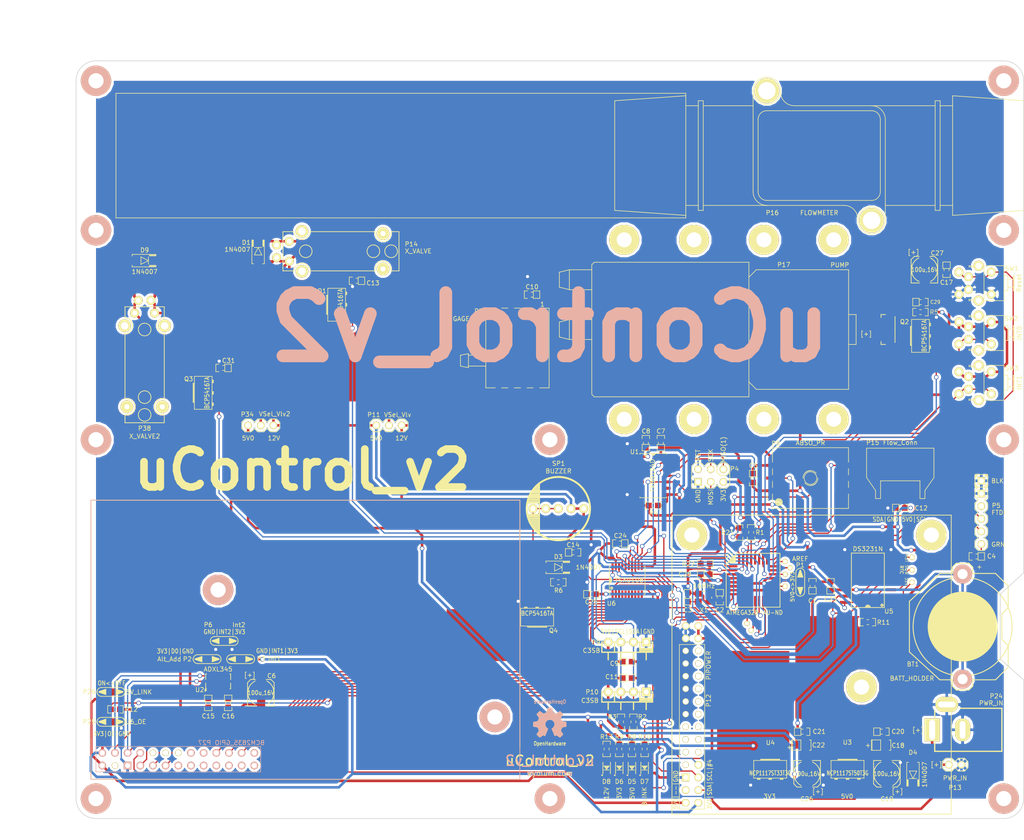
<source format=kicad_pcb>
(kicad_pcb (version 3) (host pcbnew "(2013-07-07 BZR 4022)-stable")
  (layers (15 Front signal) (0 Back signal) (18 B.Paste user) (19 F.Paste user) (20 B.SilkS user) (21 F.SilkS user) (22 B.Mask user) (23 F.Mask user) (28 Edge.Cuts user))
  (net 0 "")
  (net 1 +3.3V)
  (net 2 /AREF)
  (net 3 /Interface/+Vlv)
  (net 4 /Interface/+Vlv2)
  (net 5 /Interface/-Vlv)
  (net 6 /Interface/-Vlv2)
  (net 7 /Interface/12V)
  (net 8 /Interface/5V0)
  (net 9 /Interface/MISO)
  (net 10 /Interface/PC2_Pr2)
  (net 11 /Interface/PC3_Pr1)
  (net 12 /Interface/PD4_Valve2)
  (net 13 /Interface/P_MISO)
  (net 14 /Interface/P_MOSI)
  (net 15 /Interface/P_SCK)
  (net 16 /Interface/P_SS)
  (net 17 /Interface/Pump)
  (net 18 /Interface/SCK)
  (net 19 /Interface/SCL)
  (net 20 /Interface/SDA)
  (net 21 /Interface/Spk)
  (net 22 /Interface/~MOSI)
  (net 23 /Interface/~PB1_Pump)
  (net 24 /Interface/~PD5_Valve)
  (net 25 /Interface/~PD6_Spk)
  (net 26 /Interface/~SS)
  (net 27 /PB0)
  (net 28 /PB6)
  (net 29 /PB7)
  (net 30 /PC0)
  (net 31 /PC1)
  (net 32 /PC6)
  (net 33 /PC7)
  (net 34 /PD2)
  (net 35 /PD7)
  (net 36 /RPi/ACL_INT1)
  (net 37 /RPi/ACL_INT2)
  (net 38 /RPi/ACL_SDO)
  (net 39 /RPi/GPIO4)
  (net 40 /RPi/PWR_IN)
  (net 41 /RPi/RESET)
  (net 42 /RPi/RXD)
  (net 43 /RPi/Rpi_3V3)
  (net 44 /RPi/Rpi_5V0)
  (net 45 /RPi/Rpi_MISO)
  (net 46 /RPi/Rpi_MOSI)
  (net 47 /RPi/Rpi_OE)
  (net 48 /RPi/Rpi_RST)
  (net 49 /RPi/Rpi_Rx)
  (net 50 /RPi/Rpi_SCK)
  (net 51 /RPi/Rpi_SCL)
  (net 52 /RPi/Rpi_SDA)
  (net 53 /RPi/Rpi_Tx)
  (net 54 /RPi/TXD)
  (net 55 /rtc/32k)
  (net 56 /rtc/BAT)
  (net 57 /rtc/RST)
  (net 58 /rtc/SQR)
  (net 59 /~PD3)
  (net 60 /~RTS)
  (net 61 GND)
  (net 62 N-00000100)
  (net 63 N-00000101)
  (net 64 N-00000113)
  (net 65 N-00000114)
  (net 66 N-00000118)
  (net 67 N-0000033)
  (net 68 N-0000038)
  (net 69 N-0000039)
  (net 70 N-0000042)
  (net 71 N-0000043)
  (net 72 N-0000044)
  (net 73 N-0000045)
  (net 74 N-0000046)
  (net 75 N-0000047)
  (net 76 N-0000048)
  (net 77 N-0000049)
  (net 78 N-0000050)
  (net 79 N-0000051)
  (net 80 N-0000052)
  (net 81 N-0000053)
  (net 82 N-0000054)
  (net 83 N-0000055)
  (net 84 N-0000058)
  (net 85 N-0000059)
  (net 86 N-0000060)
  (net 87 N-0000061)
  (net 88 N-0000062)
  (net 89 N-0000063)
  (net 90 N-0000064)
  (net 91 N-0000065)
  (net 92 N-0000066)
  (net 93 N-0000068)
  (net 94 N-0000070)
  (net 95 N-0000071)
  (net 96 N-0000072)
  (net 97 N-0000073)
  (net 98 N-0000074)
  (net 99 N-0000076)
  (net 100 N-0000077)
  (net 101 N-0000078)
  (net 102 N-0000079)
  (net 103 N-0000088)
  (net 104 N-0000089)
  (net 105 N-0000090)
  (net 106 N-0000091)
  (net 107 N-0000092)
  (net 108 N-0000093)
  (net 109 N-0000094)
  (net 110 N-0000095)
  (net 111 N-0000096)
  (net 112 N-0000098)
  (module pin_strip_4-90 (layer Front) (at 136 152)
    (fp_text reference P10 (at -7.0315 0.019) (layer F.SilkS) (effects (font (size 0.889 0.889) (thickness 0.127))))
    (fp_text value C3SB (at -7.476 1.7335) (layer F.SilkS) (effects (font (size 0.889 0.889) (thickness 0.127))))
    (pad 1 thru_hole circle (at -3.81 0) (size 1.778 1.778) (drill 1.016) (layers *.Cu *.Mask F.SilkS) (net 8 /Interface/5V0))
    (pad 2 thru_hole circle (at -1.27 0) (size 1.778 1.778) (drill 1.016) (layers *.Cu *.Mask F.SilkS) (net 19 /Interface/SCL))
    (pad 3 thru_hole circle (at 1.27 0) (size 1.778 1.778) (drill 1.016) (layers *.Cu *.Mask F.SilkS) (net 20 /Interface/SDA))
    (pad 4 thru_hole rect (at 3.81 0) (size 1.778 1.778) (drill 1.016) (layers *.Cu *.Mask F.SilkS) (net 61 GND))
  )
  (module pin_strip_4-90 (layer Front) (at 136 142)
    (fp_text reference P9 (at -6.2695 0.0495) (layer F.SilkS) (effects (font (size 0.889 0.889) (thickness 0.127))))
    (fp_text value C3SB (at -7.1585 1.7005) (layer F.SilkS) (effects (font (size 0.889 0.889) (thickness 0.127))))
    (pad 1 thru_hole circle (at -3.81 0) (size 1.778 1.778) (drill 1.016) (layers *.Cu *.Mask F.SilkS) (net 8 /Interface/5V0))
    (pad 2 thru_hole circle (at -1.27 0) (size 1.778 1.778) (drill 1.016) (layers *.Cu *.Mask F.SilkS) (net 19 /Interface/SCL))
    (pad 3 thru_hole circle (at 1.27 0) (size 1.778 1.778) (drill 1.016) (layers *.Cu *.Mask F.SilkS) (net 20 /Interface/SDA))
    (pad 4 thru_hole rect (at 3.81 0) (size 1.778 1.778) (drill 1.016) (layers *.Cu *.Mask F.SilkS) (net 61 GND))
  )
  (module PCB (layer Front) (at 120.25 101.2)
    (fp_text reference PCB1 hide)
    (fp_text value PCB hide)
  )
  (module vite_3mm (layer Front) (at 29.5 173.4)
    (fp_text reference SC8 hide)
    (fp_text value SCREW hide)
    (pad 1 thru_hole circle (at 0 0) (size 6.096 6.096) (drill 3.048) (layers *.Cu *.SilkS *.Mask))
  )
  (module vite_3mm (layer Front) (at 120.5 173.4)
    (fp_text reference SC9 hide)
    (fp_text value SCREW hide)
    (pad 1 thru_hole circle (at 0 0) (size 6.096 6.096) (drill 3.048) (layers *.Cu *.SilkS *.Mask))
  )
  (module vite_3mm (layer Front) (at 211.5 173.4)
    (fp_text reference SC10 hide)
    (fp_text value SCREW hide)
    (pad 1 thru_hole circle (at 0 0) (size 6.096 6.096) (drill 3.048) (layers *.Cu *.SilkS *.Mask))
  )
  (module vite_3mm (layer Front) (at 211.5 101.4)
    (fp_text reference SC7 hide)
    (fp_text value SCREW hide)
    (pad 1 thru_hole circle (at 0 0) (size 6.096 6.096) (drill 3.048) (layers *.Cu *.SilkS *.Mask))
  )
  (module vite_3mm (layer Front) (at 29.5 59.4)
    (fp_text reference SC3 hide)
    (fp_text value SCREW hide)
    (pad 1 thru_hole circle (at 0 0) (size 6.096 6.096) (drill 3.048) (layers *.Cu *.SilkS *.Mask))
  )
  (module vite_3mm (layer Front) (at 211.5 59.4)
    (fp_text reference SC4 hide)
    (fp_text value SCREW hide)
    (pad 1 thru_hole circle (at 0 0) (size 6.096 6.096) (drill 3.048) (layers *.Cu *.SilkS *.Mask))
  )
  (module vite_3mm (layer Front) (at 211.5 29.4)
    (fp_text reference SC2 hide)
    (fp_text value SCREW hide)
    (pad 1 thru_hole circle (at 0 0) (size 6.096 6.096) (drill 3.048) (layers *.Cu *.SilkS *.Mask))
  )
  (module vite_3mm (layer Front) (at 120.5 101.4)
    (fp_text reference SC6 hide)
    (fp_text value SCREW hide)
    (pad 1 thru_hole circle (at 0 0) (size 6.096 6.096) (drill 3.048) (layers *.Cu *.SilkS *.Mask))
  )
  (module vite_3mm (layer Front) (at 29.5 101.4)
    (fp_text reference SC5 hide)
    (fp_text value SCREW hide)
    (pad 1 thru_hole circle (at 0 0) (size 6.096 6.096) (drill 3.048) (layers *.Cu *.SilkS *.Mask))
  )
  (module JACK_ALIM (layer Front) (at 203.25 159.6 180)
    (fp_text reference P24 (at -6.7445 6.7555 180) (layer F.SilkS) (effects (font (size 0.889 0.889) (thickness 0.127))))
    (fp_text value PWR_IN (at -5.7285 5.3585 180) (layer F.SilkS) (effects (font (size 0.889 0.889) (thickness 0.127))))
    (pad 2 thru_hole oval (at 0 0 180) (size 3.048 4.572) (drill oval 1.1684 3.556) (layers *.Cu *.Mask F.SilkS) (net 61 GND))
    (pad 1 thru_hole rect (at 6.096 0 180) (size 3.048 4.572) (drill oval 1.1684 4.064) (layers *.Cu *.Mask F.SilkS) (net 40 /RPi/PWR_IN))
    (pad 3 thru_hole oval (at 3.175 5.08 180) (size 4.572 3.048) (drill oval 3.556 1.1684) (layers *.Cu *.Mask F.SilkS) (net 61 GND))
  )
  (module DS3231 (layer Front) (at 184.25 129.6 90)
    (fp_text reference U5 (at -6.2265 4.218 180) (layer F.SilkS) (effects (font (size 0.889 0.889) (thickness 0.127))))
    (fp_text value DS3231N (at 6.2865 0 180) (layer F.SilkS) (effects (font (size 0.889 0.889) (thickness 0.127))))
    (pad 1 smd rect (at -4.445 4.65074 90) (size 0.59944 1.99898) (layers Front F.Paste F.Mask) (net 55 /rtc/32k))
    (pad 2 smd rect (at -3.175 4.65074 90) (size 0.59944 1.99898) (layers Front F.Paste F.Mask) (net 8 /Interface/5V0))
    (pad 3 smd rect (at -1.905 4.65074 90) (size 0.59944 1.99898) (layers Front F.Paste F.Mask) (net 58 /rtc/SQR))
    (pad 4 smd rect (at -0.635 4.65074 90) (size 0.59944 1.99898) (layers Front F.Paste F.Mask) (net 57 /rtc/RST))
    (pad 5 smd rect (at 0.635 4.65074 90) (size 0.59944 1.99898) (layers Front F.Paste F.Mask) (net 61 GND))
    (pad 6 smd rect (at 1.905 4.65074 90) (size 0.59944 1.99898) (layers Front F.Paste F.Mask) (net 61 GND))
    (pad 7 smd rect (at 3.175 4.65074 90) (size 0.59944 1.99898) (layers Front F.Paste F.Mask) (net 61 GND))
    (pad 8 smd rect (at 4.445 4.65074 90) (size 0.59944 1.99898) (layers Front F.Paste F.Mask) (net 61 GND))
    (pad 9 smd rect (at 4.445 -4.65074 90) (size 0.59944 1.99898) (layers Front F.Paste F.Mask) (net 61 GND))
    (pad 10 smd rect (at 3.175 -4.65074 90) (size 0.59944 1.99898) (layers Front F.Paste F.Mask) (net 61 GND))
    (pad 11 smd rect (at 1.905 -4.65074 90) (size 0.59944 1.99898) (layers Front F.Paste F.Mask) (net 61 GND))
    (pad 12 smd rect (at 0.635 -4.65074 90) (size 0.59944 1.99898) (layers Front F.Paste F.Mask) (net 61 GND))
    (pad 13 smd rect (at -0.635 -4.65074 90) (size 0.59944 1.99898) (layers Front F.Paste F.Mask) (net 61 GND))
    (pad 14 smd rect (at -1.905 -4.65074 90) (size 0.59944 1.99898) (layers Front F.Paste F.Mask) (net 56 /rtc/BAT))
    (pad 15 smd rect (at -3.175 -4.65074 90) (size 0.59944 1.99898) (layers Front F.Paste F.Mask) (net 20 /Interface/SDA))
    (pad 16 smd rect (at -4.445 -4.65074 90) (size 0.59944 1.99898) (layers Front F.Paste F.Mask) (net 19 /Interface/SCL))
  )
  (module TXS0108EPWR (layer Front) (at 136 129.6)
    (fp_text reference U6 (at -3.158 4.639) (layer F.SilkS) (effects (font (size 0.889 0.889) (thickness 0.127))))
    (fp_text value TSX0108 (at 0.398 0.0035) (layer F.SilkS) (effects (font (size 0.889 0.889) (thickness 0.127))))
    (pad 5 smd rect (at -0.32512 2.79908) (size 0.4191 1.47066) (layers Front F.Paste F.Mask) (net 49 /RPi/Rpi_Rx) (clearance 0.1016))
    (pad 6 smd rect (at 0.32512 2.79908) (size 0.4191 1.47066) (layers Front F.Paste F.Mask) (net 48 /RPi/Rpi_RST) (clearance 0.1016))
    (pad 7 smd rect (at 0.97536 2.79908) (size 0.4191 1.47066) (layers Front F.Paste F.Mask) (net 46 /RPi/Rpi_MOSI) (clearance 0.1016))
    (pad 8 smd rect (at 1.6256 2.79908) (size 0.4191 1.47066) (layers Front F.Paste F.Mask) (net 45 /RPi/Rpi_MISO) (clearance 0.1016))
    (pad 19 smd rect (at -2.27584 -2.79908) (size 0.4191 1.47066) (layers Front F.Paste F.Mask) (net 8 /Interface/5V0) (clearance 0.1016))
    (pad 2 smd rect (at -2.27584 2.79908) (size 0.4191 1.47066) (layers Front F.Paste F.Mask) (net 43 /RPi/Rpi_3V3) (clearance 0.1016))
    (pad 3 smd rect (at -1.6256 2.79908) (size 0.4191 1.47066) (layers Front F.Paste F.Mask) (net 51 /RPi/Rpi_SCL) (clearance 0.1016))
    (pad 4 smd rect (at -0.97536 2.79908) (size 0.4191 1.47066) (layers Front F.Paste F.Mask) (net 53 /RPi/Rpi_Tx) (clearance 0.1016))
    (pad 12 smd rect (at 2.27584 -2.79908) (size 0.4191 1.47066) (layers Front F.Paste F.Mask) (net 18 /Interface/SCK) (clearance 0.1016))
    (pad 13 smd rect (at 1.6256 -2.79908) (size 0.4191 1.47066) (layers Front F.Paste F.Mask) (net 9 /Interface/MISO) (clearance 0.1016))
    (pad 14 smd rect (at 0.97536 -2.79908) (size 0.4191 1.47066) (layers Front F.Paste F.Mask) (net 22 /Interface/~MOSI) (clearance 0.1016))
    (pad 15 smd rect (at 0.32512 -2.79908) (size 0.4191 1.47066) (layers Front F.Paste F.Mask) (net 41 /RPi/RESET) (clearance 0.1016))
    (pad 16 smd rect (at -0.32512 -2.79908) (size 0.4191 1.47066) (layers Front F.Paste F.Mask) (net 54 /RPi/TXD) (clearance 0.1016))
    (pad 17 smd rect (at -0.97536 -2.79908) (size 0.4191 1.47066) (layers Front F.Paste F.Mask) (net 42 /RPi/RXD) (clearance 0.1016))
    (pad 9 smd rect (at 2.27584 2.79908) (size 0.4191 1.47066) (layers Front F.Paste F.Mask) (net 50 /RPi/Rpi_SCK) (clearance 0.1016))
    (pad 18 smd rect (at -1.6256 -2.79908) (size 0.4191 1.47066) (layers Front F.Paste F.Mask) (net 19 /Interface/SCL) (clearance 0.1016))
    (pad 1 smd rect (at -2.92608 2.79908) (size 0.4191 1.47066) (layers Front F.Paste F.Mask) (net 52 /RPi/Rpi_SDA) (clearance 0.1016))
    (pad 10 smd rect (at 2.92608 2.79908) (size 0.4191 1.47066) (layers Front F.Paste F.Mask) (net 47 /RPi/Rpi_OE) (clearance 0.1016))
    (pad 11 smd rect (at 2.92608 -2.79908) (size 0.4191 1.47066) (layers Front F.Paste F.Mask) (net 61 GND) (clearance 0.1016))
    (pad 20 smd rect (at -2.92608 -2.79908) (size 0.4191 1.47066) (layers Front F.Paste F.Mask) (net 20 /Interface/SDA) (clearance 0.1016))
  )
  (module HDIB002AUY8H5 (layer Front) (at 172.75 109.1 270)
    (fp_text reference P8 (at -6.9285 6.9515 360) (layer F.SilkS) (effects (font (size 0.889 0.889) (thickness 0.127))))
    (fp_text value ABSO_PR (at -7.0612 0 360) (layer F.SilkS) (effects (font (size 0.889 0.889) (thickness 0.127))))
    (fp_text user 1 (at 3.8665 8.666 360) (layer F.SilkS) (effects (font (size 0.889 0.889) (thickness 0.127))))
    (pad 3 smd rect (at -2.54 7.366 270) (size 0.6096 3.048) (layers Front F.Paste F.Mask) (net 61 GND))
    (pad 2 smd rect (at 0 7.366 270) (size 0.6096 3.048) (layers Front F.Paste F.Mask) (net 10 /Interface/PC2_Pr2))
    (pad 1 smd rect (at 2.54 7.366 270) (size 0.6096 3.048) (layers Front F.Paste F.Mask) (net 8 /Interface/5V0))
    (pad 6 smd rect (at 2.54 -7.366 270) (size 0.6096 3.048) (layers Front F.Paste F.Mask) (net 19 /Interface/SCL))
    (pad 5 smd rect (at 0 -7.366 270) (size 0.6096 3.048) (layers Front F.Paste F.Mask) (net 64 N-00000113))
    (pad 4 smd rect (at -2.54 -7.366 270) (size 0.6096 3.048) (layers Front F.Paste F.Mask) (net 20 /Interface/SDA))
  )
  (module TXB0104D (layer Front) (at 141.25 108.6 270)
    (fp_text reference U1 (at -4.7775 3.7725 360) (layer F.SilkS) (effects (font (size 0.889 0.889) (thickness 0.127))))
    (fp_text value TXB0104D (at -0.015 0.153 270) (layer F.SilkS) (effects (font (size 0.889 0.889) (thickness 0.127))))
    (pad 5 smd rect (at 1.27 2.6924 270) (size 0.5969 1.5494) (layers Front F.Paste F.Mask) (net 14 /Interface/P_MOSI) (clearance 0.0762))
    (pad 6 smd rect (at 2.54 2.6924 270) (size 0.5969 1.5494) (layers Front F.Paste F.Mask) (net 109 N-0000094) (clearance 0.0762))
    (pad 7 smd rect (at 3.81 2.6924 270) (size 0.5969 1.5494) (layers Front F.Paste F.Mask) (net 61 GND) (clearance 0.0762))
    (pad 10 smd rect (at 1.27 -2.6924 270) (size 0.5969 1.5494) (layers Front F.Paste F.Mask) (net 22 /Interface/~MOSI) (clearance 0.0762))
    (pad 2 smd rect (at -2.54 2.6924 270) (size 0.5969 1.5494) (layers Front F.Paste F.Mask) (net 13 /Interface/P_MISO) (clearance 0.0762))
    (pad 3 smd rect (at -1.27 2.6924 270) (size 0.5969 1.5494) (layers Front F.Paste F.Mask) (net 15 /Interface/P_SCK) (clearance 0.0762))
    (pad 4 smd rect (at 0 2.6924 270) (size 0.5969 1.5494) (layers Front F.Paste F.Mask) (net 16 /Interface/P_SS) (clearance 0.0762))
    (pad 12 smd rect (at -1.27 -2.6924 270) (size 0.5969 1.5494) (layers Front F.Paste F.Mask) (net 18 /Interface/SCK) (clearance 0.0762))
    (pad 13 smd rect (at -2.54 -2.6924 270) (size 0.5969 1.5494) (layers Front F.Paste F.Mask) (net 9 /Interface/MISO) (clearance 0.0762))
    (pad 14 smd rect (at -3.81 -2.6924 270) (size 0.5969 1.5494) (layers Front F.Paste F.Mask) (net 8 /Interface/5V0) (clearance 0.0762))
    (pad 9 smd rect (at 2.54 -2.6924 270) (size 0.5969 1.5494) (layers Front F.Paste F.Mask) (net 110 N-0000095) (clearance 0.0762))
    (pad 1 smd rect (at -3.81 2.6924 270) (size 0.5969 1.5494) (layers Front F.Paste F.Mask) (net 1 +3.3V) (clearance 0.0762))
    (pad 8 smd rect (at 3.81 -2.6924 270) (size 0.5969 1.5494) (layers Front F.Paste F.Mask) (net 1 +3.3V) (clearance 0.0762))
    (pad 11 smd rect (at 0 -2.6924 270) (size 0.5969 1.5494) (layers Front F.Paste F.Mask) (net 26 /Interface/~SS) (clearance 0.0762))
  )
  (module Header_FTDI (layer Front) (at 207 116 270)
    (fp_text reference P5 (at -1.3825 -2.9945 360) (layer F.SilkS) (effects (font (size 0.889 0.889) (thickness 0.127))))
    (fp_text value FTDI (at 0.0145 -3.439 360) (layer F.SilkS) (effects (font (size 0.889 0.889) (thickness 0.127))))
    (fp_text user GRN (at 6.428 -3.3755 360) (layer F.SilkS) (effects (font (size 0.889 0.889) (thickness 0.127))))
    (fp_text user BLK (at -6.3355 -3.2485 360) (layer F.SilkS) (effects (font (size 0.889 0.889) (thickness 0.127))))
    (pad 1 thru_hole rect (at -6.35 0 270) (size 1.524 1.524) (drill 1.016) (layers *.Cu *.Mask F.SilkS) (net 61 GND))
    (pad 2 thru_hole rect (at -3.81 0 270) (size 1.524 1.524) (drill 1.016) (layers *.Cu *.Mask F.SilkS) (net 61 GND))
    (pad 3 thru_hole circle (at -1.27 0 270) (size 1.524 1.524) (drill 1.016) (layers *.Cu *.Mask F.SilkS) (net 67 N-0000033))
    (pad 4 thru_hole circle (at 1.27 0 270) (size 1.524 1.524) (drill 1.016) (layers *.Cu *.Mask F.SilkS) (net 42 /RPi/RXD))
    (pad 5 thru_hole circle (at 3.81 0 270) (size 1.524 1.524) (drill 1.016) (layers *.Cu *.Mask F.SilkS) (net 54 /RPi/TXD))
    (pad 6 thru_hole circle (at 6.35 0 270) (size 1.524 1.524) (drill 1.016) (layers *.Cu *.Mask F.SilkS) (net 60 /~RTS))
  )
  (module SW_PB_V_H (layer Front) (at 209 70 180)
    (fp_text reference SW1 (at -4.106 2.944 180) (layer F.SilkS) (effects (font (size 0.889 0.889) (thickness 0.127))))
    (fp_text value Reset (at -5.5665 0.023 270) (layer F.SilkS) (effects (font (size 0.889 0.889) (thickness 0.127))))
    (pad 1 thru_hole circle (at 0 -2.2225 180) (size 1.778 1.778) (drill 1.016) (layers *.Cu *.Mask F.SilkS) (net 61 GND))
    (pad 2 thru_hole circle (at 0 2.2225 180) (size 1.778 1.778) (drill 1.016) (layers *.Cu *.Mask F.SilkS) (net 41 /RPi/RESET))
    (pad 3 thru_hole circle (at 2.54 -3.4925 180) (size 2.032 2.032) (drill 1.27) (layers *.Cu *.Mask F.SilkS))
    (pad 3 thru_hole circle (at 2.54 3.4925 180) (size 2.032 2.032) (drill 1.27) (layers *.Cu *.Mask F.SilkS))
    (pad 2 thru_hole circle (at 6.477 2.2225 180) (size 1.778 1.778) (drill 1.016) (layers *.Cu *.Mask F.SilkS) (net 41 /RPi/RESET))
    (pad 1 thru_hole circle (at 6.477 -2.2225 180) (size 1.778 1.778) (drill 1.016) (layers *.Cu *.Mask F.SilkS) (net 61 GND))
    (pad 2 thru_hole circle (at 4.572 1.27 180) (size 1.778 1.778) (drill 1.016) (layers *.Cu *.Mask F.SilkS) (net 41 /RPi/RESET))
    (pad 1 thru_hole circle (at 4.572 -1.27 180) (size 1.778 1.778) (drill 1.016) (layers *.Cu *.Mask F.SilkS) (net 61 GND))
  )
  (module CR2032 (layer Front) (at 203.25 138.9 270)
    (fp_text reference BT1 (at 7.531 9.956 360) (layer F.SilkS) (effects (font (size 0.889 0.889) (thickness 0.127))))
    (fp_text value BATT_HOLDER (at 10.3885 10.1465 360) (layer F.SilkS) (effects (font (size 0.889 0.889) (thickness 0.127))))
    (fp_text user - (at 0 -3.937 270) (layer F.SilkS) (effects (font (size 0.889 0.889) (thickness 0.127))))
    (fp_text user + (at -11.938 -3.302 270) (layer F.SilkS) (effects (font (size 0.889 0.889) (thickness 0.127))))
    (pad + thru_hole circle (at -10.541 0 270) (size 3.81 3.81) (drill 2.032) (layers *.Cu B.Paste B.SilkS B.Mask) (net 56 /rtc/BAT))
    (pad + thru_hole circle (at 10.541 0 270) (size 3.81 3.81) (drill 2.032) (layers *.Cu B.Paste B.SilkS B.Mask) (net 56 /rtc/BAT))
    (pad - smd circle (at 0 0 270) (size 14 14) (layers Front F.Paste F.SilkS F.Mask) (net 61 GND))
  )
  (module SW_PB_V_H (layer Front) (at 209 80 180)
    (fp_text reference SW2 (at -4.0425 2.911 180) (layer F.SilkS) (effects (font (size 0.889 0.889) (thickness 0.127))))
    (fp_text value INT0 (at -5.63 -0.01 270) (layer F.SilkS) (effects (font (size 0.889 0.889) (thickness 0.127))))
    (pad 1 thru_hole circle (at 0 -2.2225 180) (size 1.778 1.778) (drill 1.016) (layers *.Cu *.Mask F.SilkS) (net 34 /PD2))
    (pad 2 thru_hole circle (at 0 2.2225 180) (size 1.778 1.778) (drill 1.016) (layers *.Cu *.Mask F.SilkS) (net 8 /Interface/5V0))
    (pad 3 thru_hole circle (at 2.54 -3.4925 180) (size 2.032 2.032) (drill 1.27) (layers *.Cu *.Mask F.SilkS))
    (pad 3 thru_hole circle (at 2.54 3.4925 180) (size 2.032 2.032) (drill 1.27) (layers *.Cu *.Mask F.SilkS))
    (pad 2 thru_hole circle (at 6.477 2.2225 180) (size 1.778 1.778) (drill 1.016) (layers *.Cu *.Mask F.SilkS) (net 8 /Interface/5V0))
    (pad 1 thru_hole circle (at 6.477 -2.2225 180) (size 1.778 1.778) (drill 1.016) (layers *.Cu *.Mask F.SilkS) (net 34 /PD2))
    (pad 2 thru_hole circle (at 4.572 1.27 180) (size 1.778 1.778) (drill 1.016) (layers *.Cu *.Mask F.SilkS) (net 8 /Interface/5V0))
    (pad 1 thru_hole circle (at 4.572 -1.27 180) (size 1.778 1.778) (drill 1.016) (layers *.Cu *.Mask F.SilkS) (net 34 /PD2))
  )
  (module SW_PB_V_H (layer Front) (at 209 90 180)
    (fp_text reference SW3 (at -4.106 2.9415 180) (layer F.SilkS) (effects (font (size 0.889 0.889) (thickness 0.127))))
    (fp_text value INT1 (at -5.63 0.0205 270) (layer F.SilkS) (effects (font (size 0.889 0.889) (thickness 0.127))))
    (pad 1 thru_hole circle (at 0 -2.2225 180) (size 1.778 1.778) (drill 1.016) (layers *.Cu *.Mask F.SilkS) (net 59 /~PD3))
    (pad 2 thru_hole circle (at 0 2.2225 180) (size 1.778 1.778) (drill 1.016) (layers *.Cu *.Mask F.SilkS) (net 8 /Interface/5V0))
    (pad 3 thru_hole circle (at 2.54 -3.4925 180) (size 2.032 2.032) (drill 1.27) (layers *.Cu *.Mask F.SilkS))
    (pad 3 thru_hole circle (at 2.54 3.4925 180) (size 2.032 2.032) (drill 1.27) (layers *.Cu *.Mask F.SilkS))
    (pad 2 thru_hole circle (at 6.477 2.2225 180) (size 1.778 1.778) (drill 1.016) (layers *.Cu *.Mask F.SilkS) (net 8 /Interface/5V0))
    (pad 1 thru_hole circle (at 6.477 -2.2225 180) (size 1.778 1.778) (drill 1.016) (layers *.Cu *.Mask F.SilkS) (net 59 /~PD3))
    (pad 2 thru_hole circle (at 4.572 1.27 180) (size 1.778 1.778) (drill 1.016) (layers *.Cu *.Mask F.SilkS) (net 8 /Interface/5V0))
    (pad 1 thru_hole circle (at 4.572 -1.27 180) (size 1.778 1.778) (drill 1.016) (layers *.Cu *.Mask F.SilkS) (net 59 /~PD3))
  )
  (module Speaker (layer Front) (at 122.2 115.225 180)
    (fp_text reference SP1 (at -0.0375 9.053 180) (layer F.SilkS) (effects (font (size 0.889 0.889) (thickness 0.127))))
    (fp_text value BUZZER (at -0.0375 7.529 180) (layer F.SilkS) (effects (font (size 0.889 0.889) (thickness 0.127))))
    (pad 1 thru_hole circle (at -2.54 0 180) (size 1.778 1.778) (drill 1.016) (layers *.Cu *.Mask F.SilkS) (net 8 /Interface/5V0))
    (pad 2 thru_hole circle (at 5.08 0 180) (size 1.778 1.778) (drill 1.016) (layers *.Cu *.Mask F.SilkS) (net 21 /Interface/Spk))
    (pad 2 thru_hole circle (at 2.54 0 180) (size 1.778 1.778) (drill 1.016) (layers *.Cu *.Mask F.SilkS) (net 21 /Interface/Spk))
    (pad 1 thru_hole circle (at -5.08 0 180) (size 1.778 1.778) (drill 1.016) (layers *.Cu *.Mask F.SilkS) (net 8 /Interface/5V0))
    (pad 2 thru_hole circle (at 0 0 180) (size 1.778 1.778) (drill 1.016) (layers *.Cu *.Mask F.SilkS) (net 21 /Interface/Spk))
  )
  (module r_0603 (layer Front) (at 151.65 126.275 180)
    (fp_text reference R22 (at 3.3775 -0.09 180) (layer F.SilkS) (effects (font (size 0.889 0.889) (thickness 0.127))))
    (fp_text value 10k hide)
    (pad 1 smd rect (at 0.9 0 180) (size 1.15 1.1) (layers Front F.Paste F.Mask) (net 59 /~PD3))
    (pad 2 smd rect (at -0.9 0 180) (size 1.15 1.1) (layers Front F.Paste F.Mask) (net 61 GND))
  )
  (module r_0603 (layer Front) (at 158.45 120.025 270)
    (fp_text reference R21 (at -0.01 2.3035 360) (layer F.SilkS) (effects (font (size 0.889 0.889) (thickness 0.127))))
    (fp_text value 10k hide)
    (pad 1 smd rect (at 0.9 0 270) (size 1.15 1.1) (layers Front F.Paste F.Mask) (net 34 /PD2))
    (pad 2 smd rect (at -0.9 0 270) (size 1.15 1.1) (layers Front F.Paste F.Mask) (net 61 GND))
  )
  (module C_ELCO_SMD (layer Front) (at 195.6 67.3 180)
    (fp_text reference C27 (at -2.5585 3.336 180) (layer F.SilkS) (effects (font (size 0.889 0.889) (thickness 0.127))))
    (fp_text value 100u,16V (at 0 0 180) (layer F.SilkS) (effects (font (size 0.889 0.762) (thickness 0.127))))
    (fp_text user [+] (at 2.204 3.5265 180) (layer F.SilkS) (effects (font (size 0.889 0.889) (thickness 0.127))))
    (pad 1 smd rect (at 0 2.286 180) (size 1.6256 3.048) (layers Front F.Paste F.Mask) (net 7 /Interface/12V))
    (pad 2 smd rect (at -0.0635 -2.286 180) (size 1.6256 3.048) (layers Front F.Paste F.Mask) (net 66 N-00000118))
  )
  (module C_ELCO_SMD (layer Front) (at 188.075 168.425)
    (fp_text reference C19 (at 0.012 5.057) (layer F.SilkS) (effects (font (size 0.889 0.889) (thickness 0.127))))
    (fp_text value 100u,16V (at 0 0) (layer F.SilkS) (effects (font (size 0.889 0.762) (thickness 0.127))))
    (fp_text user [+] (at 2.1075 3.533) (layer F.SilkS) (effects (font (size 0.889 0.889) (thickness 0.127))))
    (pad 1 smd rect (at 0 2.286) (size 1.6256 3.048) (layers Front F.Paste F.Mask) (net 7 /Interface/12V))
    (pad 2 smd rect (at -0.0635 -2.286) (size 1.6256 3.048) (layers Front F.Paste F.Mask) (net 61 GND))
  )
  (module C_ELCO_SMD (layer Front) (at 172.075 168.425)
    (fp_text reference C26 (at -0.0535 5.057) (layer F.SilkS) (effects (font (size 0.889 0.889) (thickness 0.127))))
    (fp_text value 100u,16V (at 0 0) (layer F.SilkS) (effects (font (size 0.889 0.762) (thickness 0.127))))
    (fp_text user [+] (at 2.169 3.533) (layer F.SilkS) (effects (font (size 0.889 0.889) (thickness 0.127))))
    (pad 1 smd rect (at 0 2.286) (size 1.6256 3.048) (layers Front F.Paste F.Mask) (net 7 /Interface/12V))
    (pad 2 smd rect (at -0.0635 -2.286) (size 1.6256 3.048) (layers Front F.Paste F.Mask) (net 61 GND))
  )
  (module r_0603 (layer Front) (at 184.25 138)
    (fp_text reference R11 (at 3.1385 0.049) (layer F.SilkS) (effects (font (size 0.889 0.889) (thickness 0.127))))
    (fp_text value 10k hide)
    (pad 1 smd rect (at 0.9 0) (size 1.15 1.1) (layers Front F.Paste F.Mask) (net 8 /Interface/5V0))
    (pad 2 smd rect (at -0.9 0) (size 1.15 1.1) (layers Front F.Paste F.Mask) (net 58 /rtc/SQR))
  )
  (module r_0603 (layer Front) (at 160.85 120 90)
    (fp_text reference R1 (at -0.015 1.7735 180) (layer F.SilkS) (effects (font (size 0.889 0.889) (thickness 0.127))))
    (fp_text value 10k hide)
    (pad 1 smd rect (at 0.9 0 90) (size 1.15 1.1) (layers Front F.Paste F.Mask) (net 8 /Interface/5V0))
    (pad 2 smd rect (at -0.9 0 90) (size 1.15 1.1) (layers Front F.Paste F.Mask) (net 41 /RPi/RESET))
  )
  (module r_0603 (layer Front) (at 137.25 158 270)
    (fp_text reference R2 (at -1.0026 -1.7896 360) (layer F.SilkS) (effects (font (size 0.889 0.889) (thickness 0.127))))
    (fp_text value 10k hide)
    (pad 1 smd rect (at 0.9 0 270) (size 1.15 1.1) (layers Front F.Paste F.Mask) (net 8 /Interface/5V0))
    (pad 2 smd rect (at -0.9 0 270) (size 1.15 1.1) (layers Front F.Paste F.Mask) (net 20 /Interface/SDA))
  )
  (module r_0603 (layer Front) (at 134.75 158 270)
    (fp_text reference R3 (at -1.0026 1.7556 360) (layer F.SilkS) (effects (font (size 0.889 0.889) (thickness 0.127))))
    (fp_text value 10k hide)
    (pad 1 smd rect (at 0.9 0 270) (size 1.15 1.1) (layers Front F.Paste F.Mask) (net 8 /Interface/5V0))
    (pad 2 smd rect (at -0.9 0 270) (size 1.15 1.1) (layers Front F.Paste F.Mask) (net 19 /Interface/SCL))
  )
  (module r_0603 (layer Front) (at 141.25 114.6 180)
    (fp_text reference R4 (at 0 -1.55 180) (layer F.SilkS) (effects (font (size 0.889 0.889) (thickness 0.127))))
    (fp_text value 10k hide)
    (pad 1 smd rect (at 0.9 0 180) (size 1.15 1.1) (layers Front F.Paste F.Mask) (net 61 GND))
    (pad 2 smd rect (at -0.9 0 180) (size 1.15 1.1) (layers Front F.Paste F.Mask) (net 1 +3.3V))
  )
  (module r_0603 (layer Front) (at 122.2 130)
    (fp_text reference R6 (at 0.0375 1.6355) (layer F.SilkS) (effects (font (size 0.889 0.889) (thickness 0.127))))
    (fp_text value 1k hide)
    (pad 1 smd rect (at 0.9 0) (size 1.15 1.1) (layers Front F.Paste F.Mask) (net 8 /Interface/5V0))
    (pad 2 smd rect (at -0.9 0) (size 1.15 1.1) (layers Front F.Paste F.Mask) (net 21 /Interface/Spk))
  )
  (module r_0603 (layer Front) (at 136.9568 163.449 90)
    (fp_text reference R8 (at 2.4384 0 180) (layer F.SilkS) (effects (font (size 0.889 0.889) (thickness 0.127))))
    (fp_text value 330E hide)
    (pad 1 smd rect (at 0.9 0 90) (size 1.15 1.1) (layers Front F.Paste F.Mask) (net 8 /Interface/5V0))
    (pad 2 smd rect (at -0.9 0 90) (size 1.15 1.1) (layers Front F.Paste F.Mask) (net 107 N-0000092))
  )
  (module r_0603 (layer Front) (at 134.4168 163.449 90)
    (fp_text reference R9 (at 2.4384 0 180) (layer F.SilkS) (effects (font (size 0.889 0.889) (thickness 0.127))))
    (fp_text value 120E hide)
    (pad 1 smd rect (at 0.9 0 90) (size 1.15 1.1) (layers Front F.Paste F.Mask) (net 1 +3.3V))
    (pad 2 smd rect (at -0.9 0 90) (size 1.15 1.1) (layers Front F.Paste F.Mask) (net 106 N-0000091))
  )
  (module r_0603 (layer Front) (at 139.4968 163.449 90)
    (fp_text reference R10 (at 2.4384 0 180) (layer F.SilkS) (effects (font (size 0.889 0.889) (thickness 0.127))))
    (fp_text value 1k hide)
    (pad 1 smd rect (at 0.9 0 90) (size 1.15 1.1) (layers Front F.Paste F.Mask) (net 18 /Interface/SCK))
    (pad 2 smd rect (at -0.9 0 90) (size 1.15 1.1) (layers Front F.Paste F.Mask) (net 105 N-0000090))
  )
  (module r_0603 (layer Front) (at 33.4 155.5 180)
    (fp_text reference R12 (at -3.176 -0.0115 180) (layer F.SilkS) (effects (font (size 0.889 0.889) (thickness 0.127))))
    (fp_text value 10k hide)
    (pad 1 smd rect (at 0.9 0 180) (size 1.15 1.1) (layers Front F.Paste F.Mask) (net 47 /RPi/Rpi_OE))
    (pad 2 smd rect (at -0.9 0 180) (size 1.15 1.1) (layers Front F.Paste F.Mask) (net 61 GND))
  )
  (module r_0603 (layer Front) (at 131.8768 163.449 90)
    (fp_text reference R13 (at 2.4384 0 180) (layer F.SilkS) (effects (font (size 0.889 0.889) (thickness 0.127))))
    (fp_text value 1k hide)
    (pad 1 smd rect (at 0.9 0 90) (size 1.15 1.1) (layers Front F.Paste F.Mask) (net 7 /Interface/12V))
    (pad 2 smd rect (at -0.9 0 90) (size 1.15 1.1) (layers Front F.Paste F.Mask) (net 108 N-0000093))
  )
  (module Conn_Flow_SFM3000_Male (layer Front) (at 190.75 111.6 180)
    (fp_text reference P15 (at 5.5205 9.619 180) (layer F.SilkS) (effects (font (size 0.889 0.889) (thickness 0.127))))
    (fp_text value Flow_Conn (at -0.004 9.619 180) (layer F.SilkS) (effects (font (size 0.889 0.889) (thickness 0.127))))
    (pad 1 smd rect (at -3 0 180) (size 1.2 3.2) (layers Front F.Paste F.Mask) (net 19 /Interface/SCL))
    (pad 2 smd rect (at -0.9934 0 180) (size 1.2 3.2) (layers Front F.Paste F.Mask) (net 8 /Interface/5V0))
    (pad 3 smd rect (at 1.0132 0 180) (size 1.2 3.2) (layers Front F.Paste F.Mask) (net 61 GND))
    (pad 4 smd rect (at 3.0198 0 180) (size 1.2 3.2) (layers Front F.Paste F.Mask) (net 20 /Interface/SDA))
    (pad "" smd rect (at -5.55 5.5 180) (size 1.7 5.3) (layers Front F.Paste F.Mask))
    (pad "" smd rect (at 5.55 5.5 180) (size 1.7 5.3) (layers Front F.Paste F.Mask))
  )
  (module led_0805 (layer Front) (at 131.8768 167.259 90)
    (fp_text reference D8 (at -2.7265 -0.0345 180) (layer F.SilkS) (effects (font (size 0.889 0.889) (thickness 0.127))))
    (fp_text value 12V (at -5.076 -0.0345 90) (layer F.SilkS) (effects (font (size 0.889 0.889) (thickness 0.127))))
    (pad 1 smd rect (at 1.016 0 90) (size 1.016 1.27) (layers Front F.Paste F.Mask) (net 108 N-0000093))
    (pad 2 smd rect (at -1.016 0 90) (size 1.016 1.27) (layers Front F.Paste F.Mask) (net 61 GND))
  )
  (module c_0805_pol (layer Front) (at 170.975 162.675 180)
    (fp_text reference C22 (at -3.396 -0.012 180) (layer F.SilkS) (effects (font (size 0.889 0.889) (thickness 0.127))))
    (fp_text value "2u2 Tant" hide)
    (fp_text user + (at 2.4638 -0.4064 180) (layer F.SilkS) (effects (font (size 0.889 0.889) (thickness 0.127))))
    (pad 1 smd rect (at 1.016 0 180) (size 1.0668 1.4224) (layers Front F.Paste F.Mask) (net 1 +3.3V))
    (pad 2 smd rect (at -1.016 0 180) (size 1.0668 1.4224) (layers Front F.Paste F.Mask) (net 61 GND))
  )
  (module c_0805_pol (layer Front) (at 186.975 162.675 180)
    (fp_text reference C18 (at -3.3345 -0.0755 180) (layer F.SilkS) (effects (font (size 0.889 0.889) (thickness 0.127))))
    (fp_text value "2u2 Tant" hide)
    (fp_text user + (at 2.698 -0.012 180) (layer F.SilkS) (effects (font (size 0.889 0.889) (thickness 0.127))))
    (pad 1 smd rect (at 1.016 0 180) (size 1.0668 1.4224) (layers Front F.Paste F.Mask) (net 8 /Interface/5V0))
    (pad 2 smd rect (at -1.016 0 180) (size 1.0668 1.4224) (layers Front F.Paste F.Mask) (net 61 GND))
  )
  (module diode-DO214AC (layer Front) (at 193.3 168.625 270)
    (fp_text reference D4 (at -4.4775 0.006 360) (layer F.SilkS) (effects (font (size 0.889 0.889) (thickness 0.127))))
    (fp_text value 1N4007 (at -0.0325 -2.3435 270) (layer F.SilkS) (effects (font (size 0.889 0.889) (thickness 0.127))))
    (pad 2 smd rect (at 2.05 0 270) (size 2.25 1.6) (layers Front F.Paste F.Mask) (net 7 /Interface/12V))
    (pad 1 smd rect (at -2.05 0 270) (size 2.25 1.6) (layers Front F.Paste F.Mask) (net 40 /RPi/PWR_IN))
  )
  (module diode-DO214AC (layer Front) (at 62 63.6 90)
    (fp_text reference D1 (at 1.751 -2.3735 180) (layer F.SilkS) (effects (font (size 0.889 0.889) (thickness 0.127))))
    (fp_text value 1N4007 (at 0.354 -4.1515 180) (layer F.SilkS) (effects (font (size 0.889 0.889) (thickness 0.127))))
    (pad 2 smd rect (at 2.05 0 90) (size 2.25 1.6) (layers Front F.Paste F.Mask) (net 3 /Interface/+Vlv))
    (pad 1 smd rect (at -2.05 0 90) (size 2.25 1.6) (layers Front F.Paste F.Mask) (net 5 /Interface/-Vlv))
  )
  (module diode-DO214AC (layer Front) (at 122.2 127)
    (fp_text reference D3 (at 0 -2.0955) (layer F.SilkS) (effects (font (size 0.889 0.889) (thickness 0.127))))
    (fp_text value 1N4007 (at 6.07 0) (layer F.SilkS) (effects (font (size 0.889 0.889) (thickness 0.127))))
    (pad 2 smd rect (at 2.05 0) (size 2.25 1.6) (layers Front F.Paste F.Mask) (net 8 /Interface/5V0))
    (pad 1 smd rect (at -2.05 0) (size 2.25 1.6) (layers Front F.Paste F.Mask) (net 21 /Interface/Spk))
  )
  (module Header_3 (layer Front) (at 88.2396 98.5266)
    (fp_text reference P11 (at -3.033 -2.1255) (layer F.SilkS) (effects (font (size 0.889 0.889) (thickness 0.127))))
    (fp_text value VSel_Vlv (at 1.7295 -2.1255) (layer F.SilkS) (effects (font (size 0.889 0.889) (thickness 0.127))))
    (pad 1 thru_hole circle (at -2.54 0) (size 1.524 1.524) (drill 1.016) (layers *.Cu *.Mask F.SilkS) (net 8 /Interface/5V0))
    (pad 2 thru_hole circle (at 0 0) (size 1.524 1.524) (drill 1.016) (layers *.Cu *.Mask F.SilkS) (net 3 /Interface/+Vlv))
    (pad 3 thru_hole circle (at 2.54 0) (size 1.524 1.524) (drill 1.016) (layers *.Cu *.Mask F.SilkS) (net 7 /Interface/12V))
  )
  (module TQFP32 (layer Front) (at 161.25 129.6)
    (fp_text reference U7 (at -4.8622 -4.8352) (layer F.SilkS) (effects (font (size 0.889 0.889) (thickness 0.127))))
    (fp_text value ATMEGA328-AU-ND (at 0.294 6.4805) (layer F.SilkS) (effects (font (size 0.889 0.762) (thickness 0.127))))
    (pad 8 smd rect (at -4.15036 2.79908) (size 1.99898 0.44958) (layers Front F.Paste F.Mask) (net 29 /PB7) (clearance 0.127))
    (pad 7 smd rect (at -4.15036 1.99898) (size 1.99898 0.44958) (layers Front F.Paste F.Mask) (net 28 /PB6) (clearance 0.14986))
    (pad 6 smd rect (at -4.15036 1.19888) (size 1.99898 0.44958) (layers Front F.Paste F.Mask) (net 8 /Interface/5V0) (clearance 0.14986))
    (pad 5 smd rect (at -4.15036 0.39878) (size 1.99898 0.44958) (layers Front F.Paste F.Mask) (net 61 GND) (clearance 0.14986))
    (pad 4 smd rect (at -4.15036 -0.39878) (size 1.99898 0.44958) (layers Front F.Paste F.Mask) (net 8 /Interface/5V0) (clearance 0.14986))
    (pad 3 smd rect (at -4.15036 -1.19888) (size 1.99898 0.44958) (layers Front F.Paste F.Mask) (net 61 GND) (clearance 0.14986))
    (pad 2 smd rect (at -4.15036 -1.99898) (size 1.99898 0.44958) (layers Front F.Paste F.Mask) (net 12 /Interface/PD4_Valve2) (clearance 0.14986))
    (pad 1 smd rect (at -4.15036 -2.79908) (size 1.99898 0.44958) (layers Front F.Paste F.Mask) (net 59 /~PD3) (clearance 0.127))
    (pad 24 smd rect (at 4.15036 -2.79908) (size 1.99898 0.44958) (layers Front F.Paste F.Mask) (net 31 /PC1) (clearance 0.127))
    (pad 17 smd rect (at 4.15036 2.79908) (size 1.99898 0.44958) (layers Front F.Paste F.Mask) (net 18 /Interface/SCK) (clearance 0.127))
    (pad 18 smd rect (at 4.15036 1.99898) (size 1.99898 0.44958) (layers Front F.Paste F.Mask) (net 8 /Interface/5V0) (clearance 0.14986))
    (pad 19 smd rect (at 4.15036 1.19888) (size 1.99898 0.44958) (layers Front F.Paste F.Mask) (net 32 /PC6) (clearance 0.14986))
    (pad 20 smd rect (at 4.15036 0.39878) (size 1.99898 0.44958) (layers Front F.Paste F.Mask) (net 2 /AREF) (clearance 0.14986))
    (pad 21 smd rect (at 4.15036 -0.39878) (size 1.99898 0.44958) (layers Front F.Paste F.Mask) (net 61 GND) (clearance 0.14986))
    (pad 22 smd rect (at 4.15036 -1.19888) (size 1.99898 0.44958) (layers Front F.Paste F.Mask) (net 33 /PC7) (clearance 0.14986))
    (pad 23 smd rect (at 4.15036 -1.99898) (size 1.99898 0.44958) (layers Front F.Paste F.Mask) (net 30 /PC0) (clearance 0.14986))
    (pad 32 smd rect (at -2.79908 -4.15036 90) (size 1.99898 0.44958) (layers Front F.Paste F.Mask) (net 34 /PD2) (clearance 0.127))
    (pad 31 smd rect (at -1.99898 -4.15036 90) (size 1.99898 0.44958) (layers Front F.Paste F.Mask) (net 54 /RPi/TXD) (clearance 0.14986))
    (pad 30 smd rect (at -1.19888 -4.15036 90) (size 1.99898 0.44958) (layers Front F.Paste F.Mask) (net 42 /RPi/RXD) (clearance 0.14986))
    (pad 29 smd rect (at -0.39878 -4.15036 90) (size 1.99898 0.44958) (layers Front F.Paste F.Mask) (net 41 /RPi/RESET) (clearance 0.14986))
    (pad 28 smd rect (at 0.39878 -4.15036 90) (size 1.99898 0.44958) (layers Front F.Paste F.Mask) (net 19 /Interface/SCL) (clearance 0.14986))
    (pad 27 smd rect (at 1.19888 -4.15036 90) (size 1.99898 0.44958) (layers Front F.Paste F.Mask) (net 20 /Interface/SDA) (clearance 0.14986))
    (pad 26 smd rect (at 1.99898 -4.15036 90) (size 1.99898 0.44958) (layers Front F.Paste F.Mask) (net 11 /Interface/PC3_Pr1) (clearance 0.14986))
    (pad 25 smd rect (at 2.79908 -4.15036 90) (size 1.99898 0.44958) (layers Front F.Paste F.Mask) (net 10 /Interface/PC2_Pr2) (clearance 0.127))
    (pad 9 smd rect (at -2.79908 4.15036 90) (size 1.99898 0.44958) (layers Front F.Paste F.Mask) (net 24 /Interface/~PD5_Valve) (clearance 0.127))
    (pad 10 smd rect (at -1.99898 4.15036 90) (size 1.99898 0.44958) (layers Front F.Paste F.Mask) (net 25 /Interface/~PD6_Spk) (clearance 0.14986))
    (pad 11 smd rect (at -1.19888 4.15036 90) (size 1.99898 0.44958) (layers Front F.Paste F.Mask) (net 35 /PD7) (clearance 0.14986))
    (pad 12 smd rect (at -0.39878 4.15036 90) (size 1.99898 0.44958) (layers Front F.Paste F.Mask) (net 27 /PB0) (clearance 0.14986))
    (pad 13 smd rect (at 0.39878 4.15036 90) (size 1.99898 0.44958) (layers Front F.Paste F.Mask) (net 23 /Interface/~PB1_Pump) (clearance 0.14986))
    (pad 14 smd rect (at 1.19888 4.15036 90) (size 1.99898 0.44958) (layers Front F.Paste F.Mask) (net 26 /Interface/~SS) (clearance 0.14986))
    (pad 15 smd rect (at 1.99898 4.15036 90) (size 1.99898 0.44958) (layers Front F.Paste F.Mask) (net 22 /Interface/~MOSI) (clearance 0.14986))
    (pad 16 smd rect (at 2.79908 4.15036 90) (size 1.99898 0.44958) (layers Front F.Paste F.Mask) (net 9 /Interface/MISO) (clearance 0.127))
  )
  (module c_0603 (layer Front) (at 173.15 130.8 270)
    (fp_text reference C1 (at 2.931 -0.0145 360) (layer F.SilkS) (effects (font (size 0.889 0.889) (thickness 0.127))))
    (fp_text value 100n hide)
    (pad 1 smd rect (at 0.9 0 270) (size 1.15 1.1) (layers Front F.Paste F.Mask) (net 8 /Interface/5V0))
    (pad 2 smd rect (at -0.9 0 270) (size 1.15 1.1) (layers Front F.Paste F.Mask) (net 61 GND))
  )
  (module c_0603 (layer Front) (at 154.55 133 90)
    (fp_text reference C2 (at -2.5725 0.009 180) (layer F.SilkS) (effects (font (size 0.889 0.889) (thickness 0.127))))
    (fp_text value 22p hide)
    (pad 1 smd rect (at 0.9 0 90) (size 1.15 1.1) (layers Front F.Paste F.Mask) (net 28 /PB6))
    (pad 2 smd rect (at -0.9 0 90) (size 1.15 1.1) (layers Front F.Paste F.Mask) (net 61 GND))
  )
  (module c_0603 (layer Front) (at 148.2 133 270)
    (fp_text reference C3 (at 2.5725 0.0545 360) (layer F.SilkS) (effects (font (size 0.889 0.889) (thickness 0.127))))
    (fp_text value 22p hide)
    (pad 1 smd rect (at 0.9 0 270) (size 1.15 1.1) (layers Front F.Paste F.Mask) (net 29 /PB7))
    (pad 2 smd rect (at -0.9 0 270) (size 1.15 1.1) (layers Front F.Paste F.Mask) (net 61 GND))
  )
  (module c_0603 (layer Front) (at 206.1 124.82)
    (fp_text reference C4 (at 2.942 -0.0425) (layer F.SilkS) (effects (font (size 0.889 0.889) (thickness 0.127))))
    (fp_text value 100n hide)
    (pad 1 smd rect (at 0.9 0) (size 1.15 1.1) (layers Front F.Paste F.Mask) (net 60 /~RTS))
    (pad 2 smd rect (at -0.9 0) (size 1.15 1.1) (layers Front F.Paste F.Mask) (net 41 /RPi/RESET))
  )
  (module c_0603 (layer Front) (at 161.25 109.1 90)
    (fp_text reference C5 (at 2.4835 0.04 180) (layer F.SilkS) (effects (font (size 0.889 0.889) (thickness 0.127))))
    (fp_text value 100n hide)
    (pad 1 smd rect (at 0.9 0 90) (size 1.15 1.1) (layers Front F.Paste F.Mask) (net 61 GND))
    (pad 2 smd rect (at -0.9 0 90) (size 1.15 1.1) (layers Front F.Paste F.Mask) (net 8 /Interface/5V0))
  )
  (module c_0603 (layer Front) (at 142.75 102.1 270)
    (fp_text reference C7 (at -2.405 0.002 360) (layer F.SilkS) (effects (font (size 0.889 0.889) (thickness 0.127))))
    (fp_text value 100n hide)
    (pad 1 smd rect (at 0.9 0 270) (size 1.15 1.1) (layers Front F.Paste F.Mask) (net 8 /Interface/5V0))
    (pad 2 smd rect (at -0.9 0 270) (size 1.15 1.1) (layers Front F.Paste F.Mask) (net 61 GND))
  )
  (module c_0603 (layer Front) (at 139.75 102.1 270)
    (fp_text reference C8 (at -2.405 -0.0135 360) (layer F.SilkS) (effects (font (size 0.889 0.889) (thickness 0.127))))
    (fp_text value 100n hide)
    (pad 1 smd rect (at 0.9 0 270) (size 1.15 1.1) (layers Front F.Paste F.Mask) (net 1 +3.3V))
    (pad 2 smd rect (at -0.9 0 270) (size 1.15 1.1) (layers Front F.Paste F.Mask) (net 61 GND))
  )
  (module c_0603 (layer Front) (at 136 145.925 180)
    (fp_text reference C9 (at 2.5865 -0.379 180) (layer F.SilkS) (effects (font (size 0.889 0.889) (thickness 0.127))))
    (fp_text value 100n hide)
    (pad 1 smd rect (at 0.9 0 180) (size 1.15 1.1) (layers Front F.Paste F.Mask) (net 8 /Interface/5V0))
    (pad 2 smd rect (at -0.9 0 180) (size 1.15 1.1) (layers Front F.Paste F.Mask) (net 61 GND))
  )
  (module c_0603 (layer Front) (at 116.925 72.3)
    (fp_text reference C10 (at 0 -1.55) (layer F.SilkS) (effects (font (size 0.889 0.889) (thickness 0.127))))
    (fp_text value 100n hide)
    (pad 1 smd rect (at 0.9 0) (size 1.15 1.1) (layers Front F.Paste F.Mask) (net 1 +3.3V))
    (pad 2 smd rect (at -0.9 0) (size 1.15 1.1) (layers Front F.Paste F.Mask) (net 61 GND))
  )
  (module c_0603 (layer Front) (at 136 149.225 180)
    (fp_text reference C11 (at 3.0945 0.254 180) (layer F.SilkS) (effects (font (size 0.889 0.889) (thickness 0.127))))
    (fp_text value 100n hide)
    (pad 1 smd rect (at 0.9 0 180) (size 1.15 1.1) (layers Front F.Paste F.Mask) (net 8 /Interface/5V0))
    (pad 2 smd rect (at -0.9 0 180) (size 1.15 1.1) (layers Front F.Paste F.Mask) (net 61 GND))
  )
  (module c_0603 (layer Front) (at 81.825 69.525)
    (fp_text reference C13 (at 3.2015 0.452) (layer F.SilkS) (effects (font (size 0.889 0.889) (thickness 0.127))))
    (fp_text value 100n hide)
    (pad 1 smd rect (at 0.9 0) (size 1.15 1.1) (layers Front F.Paste F.Mask) (net 3 /Interface/+Vlv))
    (pad 2 smd rect (at -0.9 0) (size 1.15 1.1) (layers Front F.Paste F.Mask) (net 61 GND))
  )
  (module c_0603 (layer Front) (at 200.025 67.31 90)
    (fp_text reference C17 (at -2.54 0 180) (layer F.SilkS) (effects (font (size 0.889 0.889) (thickness 0.127))))
    (fp_text value 100n hide)
    (pad 1 smd rect (at 0.9 0 90) (size 1.15 1.1) (layers Front F.Paste F.Mask) (net 7 /Interface/12V))
    (pad 2 smd rect (at -0.9 0 90) (size 1.15 1.1) (layers Front F.Paste F.Mask) (net 66 N-00000118))
  )
  (module c_0603 (layer Front) (at 186.975 159.975 180)
    (fp_text reference C20 (at -3.3345 0.0185 180) (layer F.SilkS) (effects (font (size 0.889 0.889) (thickness 0.127))))
    (fp_text value 100n hide)
    (pad 1 smd rect (at 0.9 0 180) (size 1.15 1.1) (layers Front F.Paste F.Mask) (net 8 /Interface/5V0))
    (pad 2 smd rect (at -0.9 0 180) (size 1.15 1.1) (layers Front F.Paste F.Mask) (net 61 GND))
  )
  (module c_0603 (layer Front) (at 171.075 159.975 180)
    (fp_text reference C21 (at -3.423 0.0185 180) (layer F.SilkS) (effects (font (size 0.889 0.889) (thickness 0.127))))
    (fp_text value 100n hide)
    (pad 1 smd rect (at 0.9 0 180) (size 1.15 1.1) (layers Front F.Paste F.Mask) (net 1 +3.3V))
    (pad 2 smd rect (at -0.9 0 180) (size 1.15 1.1) (layers Front F.Paste F.Mask) (net 61 GND))
  )
  (module c_0603 (layer Front) (at 176.775 130.8 270)
    (fp_text reference C23 (at 2.6135 -0.009 360) (layer F.SilkS) (effects (font (size 0.889 0.889) (thickness 0.127))))
    (fp_text value 100n hide)
    (pad 1 smd rect (at 0.9 0 270) (size 1.15 1.1) (layers Front F.Paste F.Mask) (net 56 /rtc/BAT))
    (pad 2 smd rect (at -0.9 0 270) (size 1.15 1.1) (layers Front F.Paste F.Mask) (net 61 GND))
  )
  (module c_0603 (layer Front) (at 134.625 122.225)
    (fp_text reference C24 (at 0 -1.55) (layer F.SilkS) (effects (font (size 0.889 0.889) (thickness 0.127))))
    (fp_text value 100n hide)
    (pad 1 smd rect (at 0.9 0) (size 1.15 1.1) (layers Front F.Paste F.Mask) (net 61 GND))
    (pad 2 smd rect (at -0.9 0) (size 1.15 1.1) (layers Front F.Paste F.Mask) (net 8 /Interface/5V0))
  )
  (module c_0603 (layer Front) (at 128.825 132.4 180)
    (fp_text reference C25 (at 0 -1.55 180) (layer F.SilkS) (effects (font (size 0.889 0.889) (thickness 0.127))))
    (fp_text value 100n hide)
    (pad 1 smd rect (at 0.9 0 180) (size 1.15 1.1) (layers Front F.Paste F.Mask) (net 61 GND))
    (pad 2 smd rect (at -0.9 0 180) (size 1.15 1.1) (layers Front F.Paste F.Mask) (net 43 /RPi/Rpi_3V3))
  )
  (module led_0805 (layer Front) (at 136.9568 167.259 90)
    (fp_text reference D5 (at -2.7265 -0.003 180) (layer F.SilkS) (effects (font (size 0.889 0.889) (thickness 0.127))))
    (fp_text value 5V0 (at -5.076 0.0605 90) (layer F.SilkS) (effects (font (size 0.889 0.889) (thickness 0.127))))
    (pad 1 smd rect (at 1.016 0 90) (size 1.016 1.27) (layers Front F.Paste F.Mask) (net 107 N-0000092))
    (pad 2 smd rect (at -1.016 0 90) (size 1.016 1.27) (layers Front F.Paste F.Mask) (net 61 GND))
  )
  (module led_0805 (layer Front) (at 134.4168 167.259 90)
    (fp_text reference D6 (at -2.7265 -0.0025 180) (layer F.SilkS) (effects (font (size 0.889 0.889) (thickness 0.127))))
    (fp_text value 3V3 (at -5.076 -0.0025 90) (layer F.SilkS) (effects (font (size 0.889 0.889) (thickness 0.127))))
    (pad 1 smd rect (at 1.016 0 90) (size 1.016 1.27) (layers Front F.Paste F.Mask) (net 106 N-0000091))
    (pad 2 smd rect (at -1.016 0 90) (size 1.016 1.27) (layers Front F.Paste F.Mask) (net 61 GND))
  )
  (module led_0805 (layer Front) (at 139.4968 167.259 90)
    (fp_text reference D7 (at -2.7265 -0.034 180) (layer F.SilkS) (effects (font (size 0.889 0.889) (thickness 0.127))))
    (fp_text value BLINK (at -5.711 -0.034 90) (layer F.SilkS) (effects (font (size 0.889 0.889) (thickness 0.127))))
    (pad 1 smd rect (at 1.016 0 90) (size 1.016 1.27) (layers Front F.Paste F.Mask) (net 105 N-0000090))
    (pad 2 smd rect (at -1.016 0 90) (size 1.016 1.27) (layers Front F.Paste F.Mask) (net 61 GND))
  )
  (module ADXL345 (layer Front) (at 54 149.875 90)
    (fp_text reference U2 (at -1.6995 -3.708 180) (layer F.SilkS) (effects (font (size 0.889 0.889) (thickness 0.127))))
    (fp_text value ADXL345 (at 2.428 -0.025 180) (layer F.SilkS) (effects (font (size 0.889 0.889) (thickness 0.127))))
    (pad 6 smd rect (at -1.1 2 90) (size 1.145 0.55) (layers Front F.Paste F.Mask) (net 43 /RPi/Rpi_3V3) (clearance 0.1))
    (pad 5 smd rect (at -1.1 1.2 90) (size 1.145 0.55) (layers Front F.Paste F.Mask) (net 61 GND) (clearance 0.1))
    (pad 1 smd rect (at -1.1 -2 90) (size 1.145 0.55) (layers Front F.Paste F.Mask) (net 43 /RPi/Rpi_3V3) (clearance 0.1))
    (pad 2 smd rect (at -1.1 -1.2 90) (size 1.145 0.55) (layers Front F.Paste F.Mask) (net 61 GND) (clearance 0.1))
    (pad 3 smd rect (at -1.1 -0.4 90) (size 1.145 0.55) (layers Front F.Paste F.Mask) (net 103 N-0000088) (clearance 0.1))
    (pad 4 smd rect (at -1.1 0.4 90) (size 1.145 0.55) (layers Front F.Paste F.Mask) (net 61 GND) (clearance 0.1))
    (pad 10 smd rect (at 1.1 0.4 90) (size 1.145 0.55) (layers Front F.Paste F.Mask) (net 61 GND) (clearance 0.1))
    (pad 11 smd rect (at 1.1 -0.4 90) (size 1.145 0.55) (layers Front F.Paste F.Mask) (net 104 N-0000089) (clearance 0.1))
    (pad 12 smd rect (at 1.1 -1.2 90) (size 1.145 0.55) (layers Front F.Paste F.Mask) (net 38 /RPi/ACL_SDO) (clearance 0.1))
    (pad 13 smd rect (at 1.1 -2 90) (size 1.145 0.55) (layers Front F.Paste F.Mask) (net 52 /RPi/Rpi_SDA) (clearance 0.1))
    (pad 9 smd rect (at 1.1 1.2 90) (size 1.145 0.55) (layers Front F.Paste F.Mask) (net 37 /RPi/ACL_INT2) (clearance 0.1))
    (pad 8 smd rect (at 1.1 2 90) (size 1.145 0.55) (layers Front F.Paste F.Mask) (net 36 /RPi/ACL_INT1) (clearance 0.1))
    (pad 7 smd rect (at 0 2.1 90) (size 0.55 1.145) (layers Front F.Paste F.Mask) (net 43 /RPi/Rpi_3V3) (clearance 0.1))
    (pad 14 smd rect (at 0 -2.1 90) (size 0.55 1.145) (layers Front F.Paste F.Mask) (net 51 /RPi/Rpi_SCL) (clearance 0.1))
  )
  (module c_0603 (layer Front) (at 125.15 124 180)
    (fp_text reference C14 (at -0.0085 1.5085 180) (layer F.SilkS) (effects (font (size 0.889 0.889) (thickness 0.127))))
    (fp_text value 100n hide)
    (pad 1 smd rect (at 0.9 0 180) (size 1.15 1.1) (layers Front F.Paste F.Mask) (net 8 /Interface/5V0))
    (pad 2 smd rect (at -0.9 0 180) (size 1.15 1.1) (layers Front F.Paste F.Mask) (net 61 GND))
  )
  (module c_0603 (layer Front) (at 52 154.2 90)
    (fp_text reference C15 (at -2.645 0.0065 180) (layer F.SilkS) (effects (font (size 0.889 0.889) (thickness 0.127))))
    (fp_text value 100n hide)
    (pad 1 smd rect (at 0.9 0 90) (size 1.15 1.1) (layers Front F.Paste F.Mask) (net 43 /RPi/Rpi_3V3))
    (pad 2 smd rect (at -0.9 0 90) (size 1.15 1.1) (layers Front F.Paste F.Mask) (net 61 GND))
  )
  (module c_0603 (layer Front) (at 56 154.2 90)
    (fp_text reference C16 (at -2.645 0.007 180) (layer F.SilkS) (effects (font (size 0.889 0.889) (thickness 0.127))))
    (fp_text value 100n hide)
    (pad 1 smd rect (at 0.9 0 90) (size 1.15 1.1) (layers Front F.Paste F.Mask) (net 43 /RPi/Rpi_3V3))
    (pad 2 smd rect (at -0.9 0 90) (size 1.15 1.1) (layers Front F.Paste F.Mask) (net 61 GND))
  )
  (module c_0603 (layer Front) (at 55.075 87)
    (fp_text reference C31 (at 0.9955 -1.4655) (layer F.SilkS) (effects (font (size 0.889 0.889) (thickness 0.127))))
    (fp_text value 100n hide)
    (pad 1 smd rect (at 0.9 0) (size 1.15 1.1) (layers Front F.Paste F.Mask) (net 4 /Interface/+Vlv2))
    (pad 2 smd rect (at -0.9 0) (size 1.15 1.1) (layers Front F.Paste F.Mask) (net 61 GND))
  )
  (module c_0603 (layer Front) (at 151.65 128.4 180)
    (fp_text reference C28 (at 4.076 0.003 180) (layer F.SilkS) (effects (font (size 0.889 0.889) (thickness 0.127))))
    (fp_text value 100n hide)
    (pad 1 smd rect (at 0.9 0 180) (size 1.15 1.1) (layers Front F.Paste F.Mask) (net 8 /Interface/5V0))
    (pad 2 smd rect (at -0.9 0 180) (size 1.15 1.1) (layers Front F.Paste F.Mask) (net 61 GND))
  )
  (module c_0603 (layer Front) (at 190.75 115.1 180)
    (fp_text reference C12 (at -4.195 -0.0255 180) (layer F.SilkS) (effects (font (size 0.889 0.889) (thickness 0.127))))
    (fp_text value 100n hide)
    (pad 1 smd rect (at 0.9 0 180) (size 1.15 1.1) (layers Front F.Paste F.Mask) (net 61 GND))
    (pad 2 smd rect (at -0.9 0 180) (size 1.15 1.1) (layers Front F.Paste F.Mask) (net 8 /Interface/5V0))
  )
  (module C_ELCO_SMD (layer Front) (at 62.55 152.175 180)
    (fp_text reference C6 (at -2.1565 3.3945 180) (layer F.SilkS) (effects (font (size 0.889 0.889) (thickness 0.127))))
    (fp_text value 100u,16V (at 0 0 180) (layer F.SilkS) (effects (font (size 0.889 0.762) (thickness 0.127))))
    (fp_text user [+] (at 2.225 3.585 180) (layer F.SilkS) (effects (font (size 0.889 0.889) (thickness 0.127))))
    (pad 1 smd rect (at 0 2.286 180) (size 1.6256 3.048) (layers Front F.Paste F.Mask) (net 43 /RPi/Rpi_3V3))
    (pad 2 smd rect (at -0.0635 -2.286 180) (size 1.6256 3.048) (layers Front F.Paste F.Mask) (net 61 GND))
  )
  (module diode-DO214AC (layer Front) (at 39.25 65.475)
    (fp_text reference D9 (at 0 -2.0955) (layer F.SilkS) (effects (font (size 0.889 0.889) (thickness 0.127))))
    (fp_text value 1N4007 (at 0 2.2225) (layer F.SilkS) (effects (font (size 0.889 0.889) (thickness 0.127))))
    (pad 2 smd rect (at 2.05 0) (size 2.25 1.6) (layers Front F.Paste F.Mask) (net 4 /Interface/+Vlv2))
    (pad 1 smd rect (at -2.05 0) (size 2.25 1.6) (layers Front F.Paste F.Mask) (net 6 /Interface/-Vlv2))
  )
  (module Header_3 (layer Front) (at 62.5348 98.5266 180)
    (fp_text reference P34 (at 2.6924 2.2098 180) (layer F.SilkS) (effects (font (size 0.889 0.889) (thickness 0.127))))
    (fp_text value VSel_Vlv2 (at -2.7686 2.286 180) (layer F.SilkS) (effects (font (size 0.889 0.889) (thickness 0.127))))
    (pad 1 thru_hole circle (at -2.54 0 180) (size 1.524 1.524) (drill 1.016) (layers *.Cu *.Mask F.SilkS) (net 8 /Interface/5V0))
    (pad 2 thru_hole circle (at 0 0 180) (size 1.524 1.524) (drill 1.016) (layers *.Cu *.Mask F.SilkS) (net 4 /Interface/+Vlv2))
    (pad 3 thru_hole circle (at 2.54 0 180) (size 1.524 1.524) (drill 1.016) (layers *.Cu *.Mask F.SilkS) (net 7 /Interface/12V))
  )
  (module Header_ISP (layer Front) (at 152.75 108.6)
    (fp_text reference P4 (at 4.7935 -1.3485) (layer F.SilkS) (effects (font (size 0.889 0.889) (thickness 0.127))))
    (fp_text value ICSP hide)
    (fp_text user 3V3 (at 2.54 4.0005 270) (layer F.SilkS) (effects (font (size 0.889 0.889) (thickness 0.127))))
    (fp_text user MOSI (at 0 4.318 270) (layer F.SilkS) (effects (font (size 0.889 0.889) (thickness 0.127))))
    (fp_text user GND (at -2.54 4.1275 270) (layer F.SilkS) (effects (font (size 0.889 0.889) (thickness 0.127))))
    (fp_text user "MISO(1)" (at 2.54 -5.207 270) (layer F.SilkS) (effects (font (size 0.889 0.889) (thickness 0.127))))
    (fp_text user SCK (at 0 -4.064 270) (layer F.SilkS) (effects (font (size 0.889 0.889) (thickness 0.127))))
    (fp_text user RST (at -2.54 -4.064 270) (layer F.SilkS) (effects (font (size 0.889 0.889) (thickness 0.127))))
    (pad 6 thru_hole rect (at -2.54 1.27) (size 1.524 1.524) (drill 1.016) (layers *.Cu *.Mask F.SilkS) (net 61 GND))
    (pad 5 thru_hole circle (at -2.54 -1.27) (size 1.524 1.524) (drill 1.016) (layers *.Cu *.Mask F.SilkS) (net 41 /RPi/RESET))
    (pad 4 thru_hole circle (at 0 1.27) (size 1.524 1.524) (drill 1.016) (layers *.Cu *.Mask F.SilkS) (net 22 /Interface/~MOSI))
    (pad 3 thru_hole circle (at 0 -1.27) (size 1.524 1.524) (drill 1.016) (layers *.Cu *.Mask F.SilkS) (net 18 /Interface/SCK))
    (pad 2 thru_hole circle (at 2.54 1.27) (size 1.524 1.524) (drill 1.016) (layers *.Cu *.Mask F.SilkS) (net 8 /Interface/5V0))
    (pad 1 thru_hole circle (at 2.54 -1.27) (size 1.524 1.524) (drill 1.016) (layers *.Cu *.Mask F.SilkS) (net 9 /Interface/MISO))
  )
  (module FlowMeter_CFM3000 (layer Front) (at 174.5 44.4 180)
    (fp_text reference P16 (at 9.4 -11.48 180) (layer F.SilkS) (effects (font (size 0.889 0.889) (thickness 0.127))))
    (fp_text value FLOWMETER (at 0.002 -11.48 180) (layer F.SilkS) (effects (font (size 0.889 0.889) (thickness 0.127))))
    (pad 1 thru_hole circle (at -10.5 -13 180) (size 5 5) (drill 3.5) (layers *.Cu *.Mask F.SilkS) (net 62 N-00000100))
    (pad 2 thru_hole circle (at 10.5 13 180) (size 5 5) (drill 3.5) (layers *.Cu *.Mask F.SilkS) (net 63 N-00000101))
  )
  (module HCEM500GUH9P3 (layer Front) (at 114 83 180)
    (fp_text reference P7 (at 7.7645 7.3715 180) (layer F.SilkS) (effects (font (size 0.889 0.889) (thickness 0.127))))
    (fp_text value GAGE_PR (at 10.0505 5.8475 180) (layer F.SilkS) (effects (font (size 0.889 0.889) (thickness 0.127))))
    (fp_text user 1 (at -4.999 8.7685 180) (layer F.SilkS) (effects (font (size 0.889 0.889) (thickness 0.127))))
    (pad 1 smd rect (at -3.81 7.366 180) (size 0.6096 3.048) (layers Front F.Paste F.Mask) (net 1 +3.3V))
    (pad 2 smd rect (at -1.27 7.366 180) (size 0.6096 3.048) (layers Front F.Paste F.Mask) (net 61 GND))
    (pad 3 smd rect (at 1.27 7.366 180) (size 0.6096 3.048) (layers Front F.Paste F.Mask) (net 11 /Interface/PC3_Pr1))
    (pad 4 smd rect (at 3.81 7.366 180) (size 0.6096 3.048) (layers Front F.Paste F.Mask) (net 13 /Interface/P_MISO))
    (pad 5 smd rect (at 3.81 -7.366 180) (size 0.6096 3.048) (layers Front F.Paste F.Mask) (net 15 /Interface/P_SCK))
    (pad 6 smd rect (at 1.27 -7.366 180) (size 0.6096 3.048) (layers Front F.Paste F.Mask) (net 16 /Interface/P_SS))
    (pad 7 smd rect (at -1.27 -7.366 180) (size 0.6096 3.048) (layers Front F.Paste F.Mask) (net 65 N-00000114))
    (pad 8 smd rect (at -3.81 -7.366 180) (size 0.6096 3.048) (layers Front F.Paste F.Mask) (net 14 /Interface/P_MOSI))
  )
  (module Xtal_SMD3 (layer Front) (at 151.35 133.1 180)
    (fp_text reference X1 (at -0.034 -2.4725 180) (layer F.SilkS) (effects (font (size 0.889 0.889) (thickness 0.127))))
    (fp_text value 16MHz (at -0.034 2.3535 180) (layer F.SilkS) (effects (font (size 0.889 0.889) (thickness 0.127))))
    (pad 1 smd rect (at -1.1 0.8 180) (size 1.4 1.2) (layers Front F.Paste F.Mask) (net 28 /PB6))
    (pad 2 smd rect (at 1.1 -0.8 180) (size 1.4 1.2) (layers Front F.Paste F.Mask) (net 29 /PB7))
    (pad 3 smd rect (at -1.1 -0.8 180) (size 1.4 1.2) (layers Front F.Paste F.Mask) (net 61 GND))
    (pad 3 smd rect (at 1.1 0.8 180) (size 1.4 1.2) (layers Front F.Paste F.Mask) (net 61 GND))
  )
  (module ShortLink2 (layer Front) (at 32.5 152)
    (fp_text reference P26 (at -4.3695 -0.0445) (layer F.SilkS) (effects (font (size 0.889 0.889) (thickness 0.127))))
    (fp_text value 5V_LINK (at 5.6 0.019) (layer F.SilkS) (effects (font (size 0.889 0.889) (thickness 0.127))))
    (pad 1 smd trapezoid (at -1.7145 0) (size 1.524 0.762) (rect_delta -0.508 0) (layers Front F.Paste F.SilkS F.Mask) (net 8 /Interface/5V0) (clearance 0.127))
    (pad 3 smd trapezoid (at 1.7145 0) (size 1.524 0.762) (rect_delta 0.508 0) (layers Front F.Paste F.SilkS F.Mask) (net 69 N-0000039) (clearance 0.127))
    (pad 2 smd rect (at 0 0) (size 1.4 1.4) (layers Front F.Paste F.Mask) (net 44 /RPi/Rpi_5V0) (clearance 0.127))
  )
  (module ShortLink2 (layer Front) (at 32.5 158)
    (fp_text reference P25 (at -4.3695 -0.012) (layer F.SilkS) (effects (font (size 0.889 0.889) (thickness 0.127))))
    (fp_text value U6_OE (at 4.965 -0.012) (layer F.SilkS) (effects (font (size 0.889 0.889) (thickness 0.127))))
    (pad 1 smd trapezoid (at -1.7145 0) (size 1.524 0.762) (rect_delta -0.508 0) (layers Front F.Paste F.SilkS F.Mask) (net 43 /RPi/Rpi_3V3) (clearance 0.127))
    (pad 3 smd trapezoid (at 1.7145 0) (size 1.524 0.762) (rect_delta 0.508 0) (layers Front F.Paste F.SilkS F.Mask) (net 61 GND) (clearance 0.127))
    (pad 2 smd rect (at 0 0) (size 1.4 1.4) (layers Front F.Paste F.Mask) (net 47 /RPi/Rpi_OE) (clearance 0.127))
  )
  (module ShortLink2 (layer Front) (at 51.775 145.425 180)
    (fp_text reference P2 (at 3.9595 0.01 180) (layer F.SilkS) (effects (font (size 0.889 0.889) (thickness 0.127))))
    (fp_text value Alt_Add (at 7.579 0.01 180) (layer F.SilkS) (effects (font (size 0.889 0.889) (thickness 0.127))))
    (pad 1 smd trapezoid (at -1.7145 0 180) (size 1.524 0.762) (rect_delta -0.508 0) (layers Front F.Paste F.SilkS F.Mask) (net 61 GND) (clearance 0.127))
    (pad 3 smd trapezoid (at 1.7145 0 180) (size 1.524 0.762) (rect_delta 0.508 0) (layers Front F.Paste F.SilkS F.Mask) (net 43 /RPi/Rpi_3V3) (clearance 0.127))
    (pad 2 smd rect (at 0 0 180) (size 1.4 1.4) (layers Front F.Paste F.Mask) (net 38 /RPi/ACL_SDO) (clearance 0.127))
  )
  (module ShortLink2 (layer Front) (at 58.5 145.425)
    (fp_text reference P3 (at 4.111 -0.0735) (layer F.SilkS) (effects (font (size 0.889 0.889) (thickness 0.127))))
    (fp_text value Int1 (at 6.778 -0.0735) (layer F.SilkS) (effects (font (size 0.889 0.889) (thickness 0.127))))
    (pad 1 smd trapezoid (at -1.7145 0) (size 1.524 0.762) (rect_delta -0.508 0) (layers Front F.Paste F.SilkS F.Mask) (net 61 GND) (clearance 0.127))
    (pad 3 smd trapezoid (at 1.7145 0) (size 1.524 0.762) (rect_delta 0.508 0) (layers Front F.Paste F.SilkS F.Mask) (net 43 /RPi/Rpi_3V3) (clearance 0.127))
    (pad 2 smd rect (at 0 0) (size 1.4 1.4) (layers Front F.Paste F.Mask) (net 36 /RPi/ACL_INT1) (clearance 0.127))
  )
  (module ShortLink2 (layer Front) (at 55.2 141.775)
    (fp_text reference P6 (at -3.2062 -3.2434) (layer F.SilkS) (effects (font (size 0.889 0.889) (thickness 0.127))))
    (fp_text value Int2 (at 2.9406 -3.218) (layer F.SilkS) (effects (font (size 0.889 0.889) (thickness 0.127))))
    (pad 1 smd trapezoid (at -1.7145 0) (size 1.524 0.762) (rect_delta -0.508 0) (layers Front F.Paste F.SilkS F.Mask) (net 61 GND) (clearance 0.127))
    (pad 3 smd trapezoid (at 1.7145 0) (size 1.524 0.762) (rect_delta 0.508 0) (layers Front F.Paste F.SilkS F.Mask) (net 43 /RPi/Rpi_3V3) (clearance 0.127))
    (pad 2 smd rect (at 0 0) (size 1.4 1.4) (layers Front F.Paste F.Mask) (net 37 /RPi/ACL_INT2) (clearance 0.127))
  )
  (module SOT223 (layer Front) (at 117.95 137 180)
    (fp_text reference Q4 (at -3.2715 -2.7 180) (layer F.SilkS) (effects (font (size 0.889 0.889) (thickness 0.127))))
    (fp_text value BCP5416TA (at 0 0.762 180) (layer F.SilkS) (effects (font (size 0.889 0.762) (thickness 0.127))))
    (pad 2 smd rect (at 0 -3.175 180) (size 3.81 2.032) (layers Front F.Paste F.Mask) (net 21 /Interface/Spk))
    (pad 2 smd rect (at 0 3.175 180) (size 1.524 2.032) (layers Front F.Paste F.Mask) (net 21 /Interface/Spk))
    (pad 3 smd rect (at 2.286 3.175 180) (size 1.524 2.032) (layers Front F.Paste F.Mask) (net 61 GND))
    (pad 1 smd rect (at -2.286 3.175 180) (size 1.524 2.032) (layers Front F.Paste F.Mask) (net 25 /Interface/~PD6_Spk))
  )
  (module SOT223 (layer Front) (at 51 92 90)
    (fp_text reference Q3 (at 2.7825 -2.9305 180) (layer F.SilkS) (effects (font (size 0.889 0.889) (thickness 0.127))))
    (fp_text value BCP5416TA (at 0 0.762 90) (layer F.SilkS) (effects (font (size 0.889 0.762) (thickness 0.127))))
    (pad 2 smd rect (at 0 -3.175 90) (size 3.81 2.032) (layers Front F.Paste F.Mask) (net 6 /Interface/-Vlv2))
    (pad 2 smd rect (at 0 3.175 90) (size 1.524 2.032) (layers Front F.Paste F.Mask) (net 6 /Interface/-Vlv2))
    (pad 3 smd rect (at 2.286 3.175 90) (size 1.524 2.032) (layers Front F.Paste F.Mask) (net 61 GND))
    (pad 1 smd rect (at -2.286 3.175 90) (size 1.524 2.032) (layers Front F.Paste F.Mask) (net 12 /Interface/PD4_Valve2))
  )
  (module SOT223 (layer Front) (at 194.8 80.575 90)
    (fp_text reference Q2 (at 2.8256 -3.2078 180) (layer F.SilkS) (effects (font (size 0.889 0.889) (thickness 0.127))))
    (fp_text value BCP5416TA (at 0 0.762 90) (layer F.SilkS) (effects (font (size 0.889 0.762) (thickness 0.127))))
    (pad 2 smd rect (at 0 -3.175 90) (size 3.81 2.032) (layers Front F.Paste F.Mask) (net 66 N-00000118))
    (pad 2 smd rect (at 0 3.175 90) (size 1.524 2.032) (layers Front F.Paste F.Mask) (net 66 N-00000118))
    (pad 3 smd rect (at 2.286 3.175 90) (size 1.524 2.032) (layers Front F.Paste F.Mask) (net 61 GND))
    (pad 1 smd rect (at -2.286 3.175 90) (size 1.524 2.032) (layers Front F.Paste F.Mask) (net 23 /Interface/~PB1_Pump))
  )
  (module SOT223 (layer Front) (at 77.75 74.325 90)
    (fp_text reference Q1 (at 2.7605 -2.947 180) (layer F.SilkS) (effects (font (size 0.889 0.889) (thickness 0.127))))
    (fp_text value BCP5416TA (at 0 0.762 90) (layer F.SilkS) (effects (font (size 0.889 0.762) (thickness 0.127))))
    (pad 2 smd rect (at 0 -3.175 90) (size 3.81 2.032) (layers Front F.Paste F.Mask) (net 5 /Interface/-Vlv))
    (pad 2 smd rect (at 0 3.175 90) (size 1.524 2.032) (layers Front F.Paste F.Mask) (net 5 /Interface/-Vlv))
    (pad 3 smd rect (at 2.286 3.175 90) (size 1.524 2.032) (layers Front F.Paste F.Mask) (net 61 GND))
    (pad 1 smd rect (at -2.286 3.175 90) (size 1.524 2.032) (layers Front F.Paste F.Mask) (net 24 /Interface/~PD5_Valve))
  )
  (module NCP1117ST50 (layer Front) (at 180.175 167.525)
    (fp_text reference U3 (at -0.0255 -5.4095) (layer F.SilkS) (effects (font (size 0.889 0.889) (thickness 0.127))))
    (fp_text value NCP1117ST50T3G (at 0 0.762) (layer F.SilkS) (effects (font (size 0.889 0.635) (thickness 0.127))))
    (pad 2 smd rect (at 0 -3.175) (size 3.81 2.032) (layers Front F.Paste F.Mask) (net 8 /Interface/5V0))
    (pad 2 smd rect (at 0 3.175) (size 1.524 2.032) (layers Front F.Paste F.Mask) (net 8 /Interface/5V0))
    (pad 3 smd rect (at 2.286 3.175) (size 1.524 2.032) (layers Front F.Paste F.Mask) (net 7 /Interface/12V))
    (pad 1 smd rect (at -2.286 3.175) (size 1.524 2.032) (layers Front F.Paste F.Mask) (net 61 GND))
  )
  (module NCP1117ST33 (layer Front) (at 164.675 167.525)
    (fp_text reference U4 (at 0.044 -5.346) (layer F.SilkS) (effects (font (size 0.889 0.889) (thickness 0.127))))
    (fp_text value NCP1117ST33T3G (at 0 0.762) (layer F.SilkS) (effects (font (size 0.889 0.635) (thickness 0.127))))
    (pad 2 smd rect (at 0 -3.175) (size 3.81 2.032) (layers Front F.Paste F.Mask) (net 1 +3.3V))
    (pad 2 smd rect (at 0 3.175) (size 1.524 2.032) (layers Front F.Paste F.Mask) (net 1 +3.3V))
    (pad 3 smd rect (at 2.286 3.175) (size 1.524 2.032) (layers Front F.Paste F.Mask) (net 7 /Interface/12V))
    (pad 1 smd rect (at -2.286 3.175) (size 1.524 2.032) (layers Front F.Paste F.Mask) (net 61 GND))
  )
  (module Header_GPIO (layer Back) (at 46 165.5)
    (fp_text reference P27 (at 5.2705 -3.302) (layer B.SilkS) (effects (font (size 0.889 0.889) (thickness 0.127)) (justify mirror)))
    (fp_text value BCM2835_GPIO (at 12.319 -3.302) (layer B.SilkS) (effects (font (size 0.889 0.889) (thickness 0.127)) (justify mirror)))
    (pad 1 thru_hole circle (at -15.24 -1.27) (size 1.524 1.524) (drill 1.016) (layers *.Cu *.Mask B.SilkS) (net 43 /RPi/Rpi_3V3))
    (pad 2 thru_hole circle (at -15.24 1.27) (size 1.524 1.524) (drill 1.016) (layers *.Cu *.Mask B.SilkS) (net 44 /RPi/Rpi_5V0))
    (pad 3 thru_hole circle (at -12.7 -1.27) (size 1.524 1.524) (drill 1.016) (layers *.Cu *.Mask B.SilkS) (net 52 /RPi/Rpi_SDA))
    (pad 4 thru_hole circle (at -12.7 1.27) (size 1.27 1.27) (drill 1.016) (layers *.Cu *.Mask F.SilkS) (net 83 N-0000055))
    (pad 5 thru_hole circle (at -10.16 -1.27) (size 1.524 1.524) (drill 1.016) (layers *.Cu *.Mask B.SilkS) (net 51 /RPi/Rpi_SCL))
    (pad 6 thru_hole rect (at -10.16 1.27) (size 1.524 1.524) (drill 1.016) (layers *.Cu *.Mask B.SilkS) (net 61 GND))
    (pad 7 thru_hole circle (at -7.62 -1.27) (size 1.524 1.524) (drill 1.016) (layers *.Cu *.Mask B.SilkS) (net 39 /RPi/GPIO4))
    (pad 8 thru_hole circle (at -7.62 1.27) (size 1.524 1.524) (drill 1.016) (layers *.Cu *.Mask B.SilkS) (net 53 /RPi/Rpi_Tx))
    (pad 9 thru_hole circle (at -5.08 -1.27) (size 1.27 1.27) (drill 1.016) (layers *.Cu *.Mask F.SilkS) (net 82 N-0000054))
    (pad 10 thru_hole circle (at -5.08 1.27) (size 1.524 1.524) (drill 1.016) (layers *.Cu *.Mask B.SilkS) (net 49 /RPi/Rpi_Rx))
    (pad 11 thru_hole circle (at -2.54 -1.27) (size 1.27 1.27) (drill 1.016) (layers *.Cu *.Mask F.SilkS) (net 80 N-0000052))
    (pad 12 thru_hole circle (at -2.54 1.27) (size 1.524 1.524) (drill 1.016) (layers *.Cu *.Mask B.SilkS) (net 48 /RPi/Rpi_RST))
    (pad 13 thru_hole circle (at 0 -1.27) (size 1.27 1.27) (drill 1.016) (layers *.Cu *.Mask F.SilkS) (net 70 N-0000042))
    (pad 14 thru_hole circle (at 0 1.27) (size 1.524 1.524) (drill 1.016) (layers *.Cu *.Mask B.SilkS) (net 78 N-0000050))
    (pad 15 thru_hole circle (at 2.54 -1.27) (size 1.524 1.524) (drill 1.016) (layers *.Cu *.Mask B.SilkS) (net 76 N-0000048))
    (pad 16 thru_hole circle (at 2.54 1.27) (size 1.524 1.524) (drill 1.016) (layers *.Cu *.Mask B.SilkS) (net 74 N-0000046))
    (pad 17 thru_hole circle (at 5.08 -1.27) (size 1.524 1.524) (drill 1.016) (layers *.Cu *.Mask B.SilkS) (net 72 N-0000044))
    (pad 18 thru_hole circle (at 5.08 1.27) (size 1.524 1.524) (drill 1.016) (layers *.Cu *.Mask B.SilkS) (net 71 N-0000043))
    (pad 19 thru_hole circle (at 7.62 -1.27) (size 1.524 1.524) (drill 1.016) (layers *.Cu *.Mask B.SilkS) (net 46 /RPi/Rpi_MOSI))
    (pad 20 thru_hole circle (at 7.62 1.27) (size 1.524 1.524) (drill 1.016) (layers *.Cu *.Mask B.SilkS) (net 81 N-0000053))
    (pad 21 thru_hole circle (at 10.16 -1.27) (size 1.524 1.524) (drill 1.016) (layers *.Cu *.Mask B.SilkS) (net 45 /RPi/Rpi_MISO))
    (pad 22 thru_hole circle (at 10.16 1.27) (size 1.524 1.524) (drill 1.016) (layers *.Cu *.Mask B.SilkS) (net 79 N-0000051))
    (pad 23 thru_hole circle (at 12.7 -1.27) (size 1.524 1.524) (drill 1.016) (layers *.Cu *.Mask B.SilkS) (net 50 /RPi/Rpi_SCK))
    (pad 24 thru_hole circle (at 12.7 1.27) (size 1.524 1.524) (drill 1.016) (layers *.Cu *.Mask B.SilkS) (net 77 N-0000049))
    (pad 25 thru_hole circle (at 15.24 -1.27) (size 1.524 1.524) (drill 1.016) (layers *.Cu *.Mask B.SilkS) (net 75 N-0000047))
    (pad 26 thru_hole circle (at 15.24 1.27) (size 1.524 1.524) (drill 1.016) (layers *.Cu *.Mask B.SilkS) (net 73 N-0000045))
    (pad "" thru_hole circle (at 7.975 -33.975) (size 6.096 6.096) (drill 3.048) (layers *.Cu *.Mask B.SilkS))
    (pad "" thru_hole circle (at 63.475 -8.475) (size 6.096 6.096) (drill 3.048) (layers *.Cu *.Mask B.SilkS))
  )
  (module I_O (layer Front) (at 160.05 138.275)
    (fp_text reference B4 hide)
    (fp_text value PB0 hide)
    (pad 1 thru_hole circle (at 0 0) (size 1.016 1.016) (drill 0.635) (layers *.Cu *.Mask F.SilkS) (net 35 /PD7))
  )
  (module I_O (layer Front) (at 193.1 127.525 90)
    (fp_text reference B1 hide)
    (fp_text value I_O hide)
    (pad 1 thru_hole circle (at 0 0 90) (size 1.016 1.016) (drill 0.635) (layers *.Cu *.Mask F.SilkS) (net 58 /rtc/SQR))
  )
  (module I_O (layer Front) (at 193.1 125 90)
    (fp_text reference B2 hide)
    (fp_text value I_O hide)
    (pad 1 thru_hole circle (at 0 0 90) (size 1.016 1.016) (drill 0.635) (layers *.Cu *.Mask F.SilkS) (net 57 /rtc/RST))
  )
  (module I_O (layer Front) (at 193.1 130 90)
    (fp_text reference B3 hide)
    (fp_text value I_O hide)
    (pad 1 thru_hole circle (at 0 0 90) (size 1.016 1.016) (drill 0.635) (layers *.Cu *.Mask F.SilkS) (net 55 /rtc/32k))
  )
  (module I_O (layer Front) (at 168.65 127.1)
    (fp_text reference B8 hide)
    (fp_text value PC0 hide)
    (pad 1 thru_hole circle (at 0 0) (size 1.016 1.016) (drill 0.635) (layers *.Cu *.Mask F.SilkS) (net 30 /PC0))
  )
  (module I_O (layer Front) (at 167.65 125.85)
    (fp_text reference B9 hide)
    (fp_text value PC1 hide)
    (pad 1 thru_hole circle (at 0 0) (size 1.016 1.016) (drill 0.635) (layers *.Cu *.Mask F.SilkS) (net 31 /PC1))
  )
  (module I_O (layer Front) (at 167.65 130.8)
    (fp_text reference B10 hide)
    (fp_text value PC6 hide)
    (pad 1 thru_hole circle (at 0 0) (size 1.016 1.016) (drill 0.635) (layers *.Cu *.Mask F.SilkS) (net 32 /PC6))
  )
  (module I_O (layer Front) (at 167.7 128.4)
    (fp_text reference B11 hide)
    (fp_text value PC7 hide)
    (pad 1 thru_hole circle (at 0 0) (size 1.016 1.016) (drill 0.635) (layers *.Cu *.Mask F.SilkS) (net 33 /PC7))
  )
  (module I_O (layer Front) (at 160.85 139.625)
    (fp_text reference B12 hide)
    (fp_text value PB0 hide)
    (pad 1 thru_hole circle (at 0 0) (size 1.016 1.016) (drill 0.635) (layers *.Cu *.Mask F.SilkS) (net 27 /PB0))
  )
  (module Header_2 (layer Front) (at 201.75 166.6)
    (fp_text reference P13 (at -0.0105 4.596) (layer F.SilkS) (effects (font (size 0.889 0.889) (thickness 0.127))))
    (fp_text value PWR_IN (at -0.0105 2.691) (layer F.SilkS) (effects (font (size 0.889 0.889) (thickness 0.127))))
    (pad 1 thru_hole circle (at -1.27 0) (size 1.524 1.524) (drill 1.016) (layers *.Cu *.Mask F.SilkS) (net 40 /RPi/PWR_IN))
    (pad 2 thru_hole circle (at 1.27 0) (size 1.524 1.524) (drill 1.016) (layers *.Cu *.Mask F.SilkS) (net 61 GND))
  )
  (module vite_3mm (layer Front) (at 29.5 29.4)
    (fp_text reference SC1 hide)
    (fp_text value SCREW hide)
    (pad 1 thru_hole circle (at 0 0) (size 6.096 6.096) (drill 3.048) (layers *.Cu *.SilkS *.Mask))
  )
  (module ShortLink2 (layer Front) (at 170.7 130 270)
    (fp_text reference P1 (at -3.4318 0.012 360) (layer F.SilkS) (effects (font (size 0.889 0.889) (thickness 0.127))))
    (fp_text value AREF (at -4.7018 0.012 360) (layer F.SilkS) (effects (font (size 0.889 0.889) (thickness 0.127))))
    (pad 1 smd trapezoid (at -1.7145 0 270) (size 1.524 0.762) (rect_delta -0.508 0) (layers Front F.Paste F.SilkS F.Mask) (net 1 +3.3V) (clearance 0.1))
    (pad 3 smd trapezoid (at 1.7145 0 270) (size 1.524 0.762) (rect_delta 0.508 0) (layers Front F.Paste F.SilkS F.Mask) (net 8 /Interface/5V0) (clearance 0.1))
    (pad 2 smd rect (at 0 0 270) (size 1.4 1.4) (layers Front F.Paste F.Mask) (net 2 /AREF) (clearance 0.1))
  )
  (module X_Valve_2 (layer Front) (at 68.25 63.6)
    (fp_text reference P14 (at 24.46 -1.4335) (layer F.SilkS) (effects (font (size 0.889 0.889) (thickness 0.127))))
    (fp_text value X_VALVE (at 25.857 -0.0365) (layer F.SilkS) (effects (font (size 0.889 0.889) (thickness 0.127))))
    (pad "" thru_hole circle (at 18.796 -3.556) (size 2.54 2.54) (drill 1.016) (layers *.Cu *.Mask F.SilkS))
    (pad "" thru_hole circle (at 18.796 3.556) (size 2.54 2.54) (drill 1.016) (layers *.Cu *.Mask F.SilkS))
    (pad "" thru_hole circle (at 2.54 4.0132) (size 2.54 2.54) (drill 1.524) (layers *.Cu *.Mask F.SilkS))
    (pad "" thru_hole circle (at 2.54 -4.0132) (size 2.54 2.54) (drill 1.524) (layers *.Cu *.Mask F.SilkS))
    (pad 1 thru_hole circle (at 0 -2) (size 1.8 1.8) (drill 1) (layers *.Cu *.Mask F.SilkS) (net 3 /Interface/+Vlv))
    (pad 2 thru_hole circle (at 0 2) (size 1.8 1.8) (drill 1) (layers *.Cu *.Mask F.SilkS) (net 5 /Interface/-Vlv))
    (pad 1 thru_hole circle (at -2.54 -1.27) (size 1.8 1.8) (drill 1) (layers *.Cu *.Mask F.SilkS) (net 3 /Interface/+Vlv))
    (pad 2 thru_hole circle (at -2.54 1.27) (size 1.8 1.8) (drill 1) (layers *.Cu *.Mask F.SilkS) (net 5 /Interface/-Vlv))
  )
  (module X_Valve_2 (layer Front) (at 39.25 76 270)
    (fp_text reference P38 (at 23.1235 0.007 360) (layer F.SilkS) (effects (font (size 0.889 0.889) (thickness 0.127))))
    (fp_text value X_VALVE2 (at 24.711 0.007 360) (layer F.SilkS) (effects (font (size 0.889 0.889) (thickness 0.127))))
    (pad "" thru_hole circle (at 18.796 -3.556 270) (size 2.54 2.54) (drill 1.016) (layers *.Cu *.Mask F.SilkS))
    (pad "" thru_hole circle (at 18.796 3.556 270) (size 2.54 2.54) (drill 1.016) (layers *.Cu *.Mask F.SilkS))
    (pad "" thru_hole circle (at 2.54 4.0132 270) (size 2.54 2.54) (drill 1.524) (layers *.Cu *.Mask F.SilkS))
    (pad "" thru_hole circle (at 2.54 -4.0132 270) (size 2.54 2.54) (drill 1.524) (layers *.Cu *.Mask F.SilkS))
    (pad 1 thru_hole circle (at 0 -2 270) (size 1.8 1.8) (drill 1) (layers *.Cu *.Mask F.SilkS) (net 4 /Interface/+Vlv2))
    (pad 2 thru_hole circle (at 0 2 270) (size 1.8 1.8) (drill 1) (layers *.Cu *.Mask F.SilkS) (net 6 /Interface/-Vlv2))
    (pad 1 thru_hole circle (at -2.54 -1.27 270) (size 1.8 1.8) (drill 1) (layers *.Cu *.Mask F.SilkS) (net 4 /Interface/+Vlv2))
    (pad 2 thru_hole circle (at -2.54 1.27 270) (size 1.8 1.8) (drill 1) (layers *.Cu *.Mask F.SilkS) (net 6 /Interface/-Vlv2))
  )
  (module c_0603 (layer Front) (at 194.8 73.8 180)
    (fp_text reference C29 (at -2.9898 0.013 180) (layer F.SilkS) (effects (font (size 0.7 0.7) (thickness 0.1))))
    (fp_text value 100n hide)
    (pad 1 smd rect (at 0.9 0 180) (size 1.15 1.1) (layers Front F.Paste F.Mask) (net 17 /Interface/Pump))
    (pad 2 smd rect (at -0.9 0 180) (size 1.15 1.1) (layers Front F.Paste F.Mask) (net 66 N-00000118))
  )
  (module r_0603 (layer Front) (at 194.8 75.8)
    (fp_text reference R5 (at 2.7358 0.019) (layer F.SilkS) (effects (font (size 0.889 0.889) (thickness 0.1))))
    (fp_text value 4k7 hide)
    (pad 1 smd rect (at 0.9 0) (size 1.15 1.1) (layers Front F.Paste F.Mask) (net 8 /Interface/5V0))
    (pad 2 smd rect (at -0.9 0) (size 1.15 1.1) (layers Front F.Paste F.Mask) (net 17 /Interface/Pump))
  )
  (module OSHW_6mm (layer Front) (at 120.4976 158.1658)
    (fp_text reference G4 hide)
    (fp_text value Logo_OH hide)
    (fp_text user OpenHardware (at 0 4.191) (layer F.SilkS) (effects (font (size 0.762 0.6096) (thickness 0.127))))
  )
  (module OSHW_6mm (layer Back) (at 120.4976 158.1658)
    (fp_text reference G3 hide)
    (fp_text value Logo_OH hide)
    (fp_text user OpenHardware (at 0 -4.191) (layer B.SilkS) (effects (font (size 0.762 0.6096) (thickness 0.127)) (justify mirror)))
  )
  (module Pump_P54E01R_03 (layer Front) (at 160.4 79.3)
    (fp_text reference P17 (at 7 -13) (layer F.SilkS) (effects (font (size 0.889 0.889) (thickness 0.127))))
    (fp_text value PUMP (at 18.2255 -12.9425) (layer F.SilkS) (effects (font (size 0.889 0.889) (thickness 0.127))))
    (pad "" thru_hole circle (at -11 -18) (size 6 6) (drill 3) (layers *.Cu *.Mask F.SilkS))
    (pad "" thru_hole circle (at -11 18) (size 6 6) (drill 3) (layers *.Cu *.Mask F.SilkS))
    (pad "" thru_hole circle (at -25 18) (size 6 6) (drill 3) (layers *.Cu *.Mask F.SilkS))
    (pad "" thru_hole circle (at -25 -18) (size 6 6) (drill 3) (layers *.Cu *.Mask F.SilkS))
    (pad "" thru_hole circle (at 3 -18) (size 6 6) (drill 3) (layers *.Cu *.Mask F.SilkS))
    (pad "" thru_hole circle (at 17 -18) (size 6 6) (drill 3) (layers *.Cu *.Mask F.SilkS))
    (pad "" thru_hole circle (at 3 18) (size 6 6) (drill 3) (layers *.Cu *.Mask F.SilkS))
    (pad "" thru_hole circle (at 17 18) (size 6 6) (drill 3) (layers *.Cu *.Mask F.SilkS))
    (pad 1 smd rect (at 26 2 90) (size 0.6 1.55) (layers Front F.Paste F.Mask) (net 66 N-00000118))
    (pad 2 smd rect (at 26 1 90) (size 0.6 1.55) (layers Front F.Paste F.Mask) (net 7 /Interface/12V))
    (pad 3 smd rect (at 26 0 90) (size 0.6 1.55) (layers Front F.Paste F.Mask) (net 111 N-0000096))
    (pad 4 smd rect (at 26 -1 90) (size 0.6 1.55) (layers Front F.Paste F.Mask) (net 17 /Interface/Pump))
    (pad "" smd rect (at 28.5 3.3 90) (size 1.2 2) (layers Front F.Paste F.Mask))
    (pad "" smd rect (at 28.5 -3.3 90) (size 1.2 2) (layers Front F.Paste F.Mask))
    (pad 5 smd rect (at 26 -2 90) (size 0.6 1.55) (layers Front F.Paste F.Mask) (net 112 N-0000098))
  )
  (module PiPower_2 (layer Front) (at 149 159 90)
    (fp_text reference P12 (at 5.2705 3.302 90) (layer F.SilkS) (effects (font (size 0.889 0.889) (thickness 0.127))))
    (fp_text value PIPOWER (at 12.319 3.302 90) (layer F.SilkS) (effects (font (size 0.889 0.889) (thickness 0.127))))
    (pad 1 thru_hole circle (at -15.24 1.27 90) (size 1.524 1.524) (drill 1.016) (layers *.Cu *.Mask F.SilkS) (net 43 /RPi/Rpi_3V3))
    (pad 2 thru_hole circle (at -15.24 -1.27 90) (size 1.524 1.524) (drill 1.016) (layers *.Cu *.Mask F.SilkS) (net 44 /RPi/Rpi_5V0))
    (pad 3 thru_hole circle (at -12.7 1.27 90) (size 1.524 1.524) (drill 1.016) (layers *.Cu *.Mask F.SilkS) (net 52 /RPi/Rpi_SDA))
    (pad 4 thru_hole circle (at -12.7 -1.27 90) (size 1.524 1.524) (drill 1.016) (layers *.Cu *.Mask F.SilkS) (net 92 N-0000066))
    (pad 5 thru_hole circle (at -10.16 1.27 90) (size 1.524 1.524) (drill 1.016) (layers *.Cu *.Mask F.SilkS) (net 51 /RPi/Rpi_SCL))
    (pad 6 thru_hole rect (at -10.16 -1.27 90) (size 1.524 1.524) (drill 1.016) (layers *.Cu *.Mask F.SilkS) (net 61 GND))
    (pad 7 thru_hole circle (at -7.62 1.27 90) (size 1.524 1.524) (drill 1.016) (layers *.Cu *.Mask F.SilkS) (net 39 /RPi/GPIO4))
    (pad 8 thru_hole circle (at -7.62 -1.27 90) (size 1.27 1.27) (drill 1.016) (layers *.Cu *.Mask F.SilkS) (net 101 N-0000078))
    (pad 9 thru_hole circle (at -5.08 1.27 90) (size 1.27 1.27) (drill 1.016) (layers *.Cu *.Mask F.SilkS) (net 100 N-0000077))
    (pad 10 thru_hole circle (at -5.08 -1.27 90) (size 1.27 1.27) (drill 1.016) (layers *.Cu *.Mask F.SilkS) (net 102 N-0000079))
    (pad 11 thru_hole circle (at -2.54 1.27 90) (size 1.27 1.27) (drill 1.016) (layers *.Cu *.Mask F.SilkS) (net 91 N-0000065))
    (pad 12 thru_hole circle (at -2.54 -1.27 90) (size 1.27 1.27) (drill 1.016) (layers *.Cu *.Mask F.SilkS) (net 95 N-0000071))
    (pad 13 thru_hole circle (at 0 1.27 90) (size 1.27 1.27) (drill 1.016) (layers *.Cu *.Mask F.SilkS) (net 90 N-0000064))
    (pad 14 thru_hole circle (at 0 -1.27 90) (size 1.27 1.27) (drill 1.016) (layers *.Cu *.Mask F.SilkS) (net 93 N-0000068))
    (pad 15 thru_hole circle (at 2.54 1.27 90) (size 1.27 1.27) (drill 1.016) (layers *.Cu *.Mask F.SilkS) (net 89 N-0000063))
    (pad 16 thru_hole circle (at 2.54 -1.27 90) (size 1.27 1.27) (drill 1.016) (layers *.Cu *.Mask F.SilkS) (net 84 N-0000058))
    (pad 17 thru_hole circle (at 5.08 1.27 90) (size 1.27 1.27) (drill 1.016) (layers *.Cu *.Mask F.SilkS) (net 97 N-0000073))
    (pad 18 thru_hole circle (at 5.08 -1.27 90) (size 1.27 1.27) (drill 1.016) (layers *.Cu *.Mask F.SilkS) (net 85 N-0000059))
    (pad 19 thru_hole circle (at 7.62 1.27 90) (size 1.27 1.27) (drill 1.016) (layers *.Cu *.Mask F.SilkS) (net 98 N-0000074))
    (pad 20 thru_hole circle (at 7.62 -1.27 90) (size 1.27 1.27) (drill 1.016) (layers *.Cu *.Mask F.SilkS) (net 99 N-0000076))
    (pad 21 thru_hole circle (at 10.16 1.27 90) (size 1.27 1.27) (drill 1.016) (layers *.Cu *.Mask F.SilkS) (net 94 N-0000070))
    (pad 22 thru_hole circle (at 10.16 -1.27 90) (size 1.27 1.27) (drill 1.016) (layers *.Cu *.Mask F.SilkS) (net 86 N-0000060))
    (pad 23 thru_hole circle (at 12.7 1.27 90) (size 1.27 1.27) (drill 1.016) (layers *.Cu *.Mask F.SilkS) (net 68 N-0000038))
    (pad 24 thru_hole circle (at 12.7 -1.27 90) (size 1.27 1.27) (drill 1.016) (layers *.Cu *.Mask F.SilkS) (net 88 N-0000062))
    (pad 25 thru_hole circle (at 15.24 1.27 90) (size 1.27 1.27) (drill 1.016) (layers *.Cu *.Mask F.SilkS) (net 96 N-0000072))
    (pad 26 thru_hole circle (at 15.24 -1.27 90) (size 1.27 1.27) (drill 1.016) (layers *.Cu *.Mask F.SilkS) (net 87 N-0000061))
    (pad "" thru_hole circle (at 38.475 47.975 90) (size 6.096 6.096) (drill 3.048) (layers *.Cu *.Mask F.SilkS))
    (pad "" thru_hole circle (at 38.475 -0.025 90) (size 6.096 6.096) (drill 3.048) (layers *.Cu *.Mask F.SilkS))
    (pad 28 thru_hole circle (at 17.74 -1.27 90) (size 1.524 1.524) (drill 1.016) (layers *.Cu *.Mask F.SilkS) (net 61 GND))
    (pad 27 thru_hole circle (at 17.74 1.27 90) (size 1.524 1.524) (drill 1.016) (layers *.Cu *.Mask F.SilkS) (net 40 /RPi/PWR_IN))
    (pad 30 thru_hole circle (at 20.24 -1.27 90) (size 1.524 1.524) (drill 1.016) (layers *.Cu *.Mask F.SilkS) (net 61 GND))
    (pad 29 thru_hole circle (at 20.24 1.27 90) (size 1.524 1.524) (drill 1.016) (layers *.Cu *.Mask F.SilkS) (net 40 /RPi/PWR_IN))
    (pad "" thru_hole circle (at 7.975 33.975 90) (size 6.096 6.096) (drill 3.048) (layers *.Cu *.Mask F.SilkS))
  )
  (gr_text uControl_v2 (at 70.875 107.45) (layer F.SilkS) (effects (font (size 7.62 7.62) (thickness 1.524))))
  (gr_text uControl_v2 (at 120.4976 78.8416) (layer B.SilkS) (effects (font (size 12.7 12.7) (thickness 2.54)) (justify mirror)))
  (gr_line (start 114.4778 113.5253) (end 114.4778 163.3728) (angle 90) (layer F.SilkS) (width 0.1524))
  (gr_line (start 28.4734 169.5323) (end 114.4778 169.5323) (angle 90) (layer F.SilkS) (width 0.1524))
  (gr_line (start 28.4734 161.3535) (end 28.4734 169.5323) (angle 90) (layer F.SilkS) (width 0.1524))
  (gr_line (start 28.4734 113.5253) (end 28.4734 149.5933) (angle 90) (layer F.SilkS) (width 0.1524))
  (gr_line (start 114.4778 113.5253) (end 28.4734 113.5253) (angle 90) (layer F.SilkS) (width 0.1524))
  (gr_text 5V0<>3V3 (at 169.1386 130.8862 90) (layer F.SilkS) (effects (font (size 0.762 0.762) (thickness 0.127))))
  (gr_text 12V (at 65.1764 101.092) (layer F.SilkS) (effects (font (size 0.889 0.889) (thickness 0.127))))
  (gr_text 5V0 (at 59.9948 101.092) (layer F.SilkS) (effects (font (size 0.889 0.889) (thickness 0.127))))
  (gr_text GND|INT1|3V3 (at 65.786 143.764) (layer F.SilkS) (effects (font (size 0.889 0.762) (thickness 0.127))))
  (gr_text 3V3|D0|GND (at 45.4025 143.8275) (layer F.SilkS) (effects (font (size 0.889 0.762) (thickness 0.127))))
  (gr_text GND|INT2|3V3 (at 55.245 139.954) (layer F.SilkS) (effects (font (size 0.889 0.762) (thickness 0.127))))
  (gr_text ON<>OFF (at 32.639 150.241) (layer F.SilkS) (effects (font (size 0.889 0.762) (thickness 0.127))))
  (gr_text 3V3|OE|GND (at 32.639 160.401) (layer F.SilkS) (effects (font (size 0.889 0.762) (thickness 0.127))))
  (gr_text [+] (at 183.9214 80.1624) (layer F.SilkS) (effects (font (size 0.889 0.889) (thickness 0.127))))
  (gr_text SDA|GND|5V0|SCL (at 190.627 117.3734) (layer F.SilkS) (effects (font (size 0.889 0.762) (thickness 0.127))))
  (gr_text 5V0|SCL|SDA|GND (at 136.0805 139.8905) (layer F.SilkS) (effects (font (size 0.889 0.762) (thickness 0.127))))
  (gr_text 5V0|--|GND (at 145.7325 171.6405 90) (layer F.SilkS) (effects (font (size 0.889 0.762) (thickness 0.127))))
  (gr_text 3V3|SDA|SCL|#4 (at 152.527 170.561 90) (layer F.SilkS) (effects (font (size 0.889 0.762) (thickness 0.127))))
  (gr_text 3V3 (at 164.5285 172.974) (layer F.SilkS) (effects (font (size 0.889 0.889) (thickness 0.127))))
  (gr_text 5V0 (at 180.086 172.974) (layer F.SilkS) (effects (font (size 0.889 0.889) (thickness 0.127))))
  (gr_text [+] (at 197.993 166.5605) (layer F.SilkS) (effects (font (size 0.889 0.889) (thickness 0.127))))
  (gr_text [+] (at 194.31 159.639) (layer F.SilkS) (effects (font (size 0.889 0.889) (thickness 0.127))))
  (gr_text 12V (at 90.7542 101.092) (layer F.SilkS) (effects (font (size 0.889 0.889) (thickness 0.127))))
  (gr_text 5V0 (at 85.6742 101.092) (layer F.SilkS) (effects (font (size 0.889 0.889) (thickness 0.127))))
  (gr_line (start 215.5 128.1) (end 210.8 132.4) (angle 90) (layer Edge.Cuts) (width 0.127))
  (gr_line (start 215.5 29.4) (end 215.5 128.1) (angle 90) (layer Edge.Cuts) (width 0.127))
  (gr_line (start 210.8 138.9) (end 210.8 132.4) (angle 90) (layer Edge.Cuts) (width 0.127))
  (gr_line (start 210.8 145.4) (end 210.8 138.9) (angle 90) (layer Edge.Cuts) (width 0.127))
  (gr_line (start 215.5 149.6) (end 210.8 145.4) (angle 90) (layer Edge.Cuts) (width 0.127))
  (gr_line (start 215.5 173.4) (end 215.5 149.6) (angle 90) (layer Edge.Cuts) (width 0.127))
  (gr_line (start 29.5 177.4) (end 211.5 177.4) (angle 90) (layer Edge.Cuts) (width 0.127))
  (gr_line (start 25.5 29.4) (end 25.5 173.4) (angle 90) (layer Edge.Cuts) (width 0.127))
  (gr_line (start 211.5 25.4) (end 29.5 25.4) (angle 90) (layer Edge.Cuts) (width 0.127))
  (gr_arc (start 211.5 29.4) (end 211.5 25.4) (angle 90) (layer Edge.Cuts) (width 0.127))
  (gr_arc (start 211.5 173.4) (end 215.5 173.4) (angle 90) (layer Edge.Cuts) (width 0.127))
  (gr_arc (start 29.5 173.4) (end 29.5 177.4) (angle 90) (layer Edge.Cuts) (width 0.127))
  (gr_arc (start 29.5 29.4) (end 25.5 29.4) (angle 90) (layer Edge.Cuts) (width 0.127))
  (gr_text RTC (at 191.025 127.5 270) (layer F.SilkS) (effects (font (size 0.635 0.635) (thickness 0.127))))
  (gr_text "RST SQW 32k" (at 192.025 127.5 270) (layer F.SilkS) (effects (font (size 0.635 0.635) (thickness 0.0762))))
  (gr_text uControl_v2 (at 120.4976 165.7858) (layer B.SilkS) (effects (font (size 2.032 2.032) (thickness 0.3048)) (justify mirror)))
  (gr_text uControl_v2 (at 120.4976 165.7858) (layer F.SilkS) (effects (font (size 2.032 2.032) (thickness 0.3048))))
  (gr_text wyolum.com (at 120.4976 168.3258) (layer F.SilkS) (effects (font (size 1.016 1.016) (thickness 0.1524))))
  (gr_text wyolum.com (at 120.4976 168.3258) (layer B.SilkS) (effects (font (size 1.016 1.016) (thickness 0.1524)) (justify mirror)))
  (segment (start 170.18 158.242) (end 170.18 154.245) (width 0.508) (layer Back) (net 1))
  (segment (start 170.18 154.245) (end 181.864 142.561) (width 0.508) (layer Back) (net 1))
  (segment (start 140.14 104.79) (end 140.14 103.9794) (width 0.508) (layer Back) (net 1))
  (segment (start 147.35 104.5256) (end 147.35 110.525) (width 0.508) (layer Back) (net 1))
  (segment (start 146.304 103.4796) (end 147.35 104.5256) (width 0.508) (layer Back) (net 1))
  (segment (start 140.6398 103.4796) (end 146.304 103.4796) (width 0.508) (layer Back) (net 1))
  (segment (start 140.14 103.9794) (end 140.6398 103.4796) (width 0.508) (layer Back) (net 1))
  (segment (start 181.864 135.636) (end 181.864 142.561) (width 0.508) (layer Back) (net 1))
  (via (at 173.228 127) (size 0.889) (layers Front Back) (net 1))
  (segment (start 172.15 127) (end 173.228 127) (width 0.508) (layer Front) (net 1))
  (segment (start 181.864 135.636) (end 173.228 127) (width 0.508) (layer Back) (net 1))
  (segment (start 144.1958 161.4932) (end 134.0612 161.4932) (width 0.508) (layer Back) (net 1))
  (segment (start 134.0612 161.4932) (end 130.7084 158.1404) (width 0.508) (layer Back) (net 1))
  (segment (start 134.4168 162.549) (end 134.4168 161.29) (width 0.508) (layer Front) (net 1))
  (segment (start 134.4168 161.29) (end 133.6802 160.5534) (width 0.508) (layer Front) (net 1))
  (segment (start 133.6802 160.5534) (end 131.572 160.5534) (width 0.508) (layer Front) (net 1))
  (segment (start 131.572 160.5534) (end 130.7084 159.6898) (width 0.508) (layer Front) (net 1))
  (segment (start 130.7084 159.6898) (end 130.7084 158.1404) (width 0.508) (layer Front) (net 1))
  (via (at 130.7084 158.1404) (size 0.889) (layers Front Back) (net 1))
  (segment (start 161.275 162.8) (end 145.5026 162.8) (width 0.508) (layer Back) (net 1))
  (segment (start 145.5026 162.8) (end 144.1958 161.4932) (width 0.508) (layer Back) (net 1))
  (segment (start 171.375 122.975) (end 168.1076 122.975) (width 0.508) (layer Back) (net 1))
  (segment (start 167.2306 115.4556) (end 166.175 114.4) (width 0.508) (layer Back) (net 1))
  (segment (start 167.2306 122.098) (end 167.2306 115.4556) (width 0.508) (layer Back) (net 1))
  (segment (start 168.1076 122.975) (end 167.2306 122.098) (width 0.508) (layer Back) (net 1))
  (segment (start 171.375 122.975) (end 172.15 122.2) (width 0.508) (layer Back) (net 1))
  (segment (start 161.275 162.8) (end 161.275 163.65) (width 0.508) (layer Front) (net 1))
  (segment (start 161.275 163.65) (end 161.975 164.35) (width 0.508) (layer Front) (net 1))
  (segment (start 146.48 112.41) (end 146.48 111.395) (width 0.508) (layer Back) (net 1))
  (segment (start 165.1 114.4) (end 166.175 114.4) (width 0.508) (layer Back) (net 1))
  (segment (start 146.48 113.68) (end 147.2 114.4) (width 0.508) (layer Front) (net 1))
  (segment (start 147.2 114.4) (end 165.1 114.4) (width 0.508) (layer Front) (net 1))
  (via (at 165.1 114.4) (size 0.889) (layers Front Back) (net 1))
  (segment (start 146.48 112.41) (end 146.48 113.68) (width 0.508) (layer Front) (net 1))
  (segment (start 172.15 122.2) (end 172.15 127) (width 0.508) (layer Front) (net 1))
  (via (at 172.15 122.2) (size 0.889) (layers Front Back) (net 1))
  (via (at 170.18 158.242) (size 0.889) (layers Front Back) (net 1))
  (segment (start 170.18 158.242) (end 170.175 158.242) (width 0.508) (layer Front) (net 1))
  (segment (start 170.7 128.2855) (end 170.7 127.496) (width 0.508) (layer Front) (net 1))
  (segment (start 170.7 127.496) (end 171.196 127) (width 0.508) (layer Front) (net 1))
  (segment (start 171.196 127) (end 172.15 127) (width 0.508) (layer Front) (net 1))
  (segment (start 164.675 164.35) (end 161.975 164.35) (width 0.508) (layer Front) (net 1))
  (via (at 161.275 162.8) (size 0.889) (layers Front Back) (net 1))
  (segment (start 138.5576 104.79) (end 132.8 104.79) (width 0.508) (layer Front) (net 1))
  (segment (start 122.88 72.3) (end 117.825 72.3) (width 0.508) (layer Front) (net 1))
  (segment (start 130.04 79.46) (end 122.88 72.3) (width 0.508) (layer Front) (net 1))
  (segment (start 130.04 102.03) (end 130.04 79.46) (width 0.508) (layer Front) (net 1))
  (segment (start 132.8 104.79) (end 130.04 102.03) (width 0.508) (layer Front) (net 1))
  (segment (start 140.14 104.79) (end 138.5576 104.79) (width 0.508) (layer Front) (net 1))
  (segment (start 143.9424 112.41) (end 146.48 112.41) (width 0.508) (layer Front) (net 1))
  (via (at 146.48 112.41) (size 0.889) (layers Front Back) (net 1))
  (segment (start 143.9424 112.41) (end 143.9424 113.7576) (width 0.508) (layer Front) (net 1))
  (segment (start 143.1 114.6) (end 142.15 114.6) (width 0.508) (layer Front) (net 1))
  (segment (start 143.9424 113.7576) (end 143.1 114.6) (width 0.508) (layer Front) (net 1))
  (segment (start 138.5576 104.79) (end 138.5576 103.4924) (width 0.508) (layer Front) (net 1))
  (segment (start 138.5576 103.4924) (end 139.05 103) (width 0.508) (layer Front) (net 1))
  (segment (start 139.05 103) (end 139.75 103) (width 0.508) (layer Front) (net 1))
  (segment (start 117.81 75.634) (end 117.81 72.315) (width 0.508) (layer Front) (net 1))
  (segment (start 117.81 72.315) (end 117.825 72.3) (width 0.508) (layer Front) (net 1))
  (segment (start 170.175 158.242) (end 170.175 159.975) (width 0.508) (layer Front) (net 1))
  (segment (start 169.959 162.675) (end 165.35 162.675) (width 0.508) (layer Front) (net 1))
  (segment (start 164.675 163.35) (end 164.675 164.35) (width 0.508) (layer Front) (net 1))
  (segment (start 165.35 162.675) (end 164.675 163.35) (width 0.508) (layer Front) (net 1))
  (segment (start 169.959 162.675) (end 169.959 161.241) (width 0.508) (layer Front) (net 1))
  (segment (start 170.175 161.025) (end 170.175 159.975) (width 0.508) (layer Front) (net 1))
  (segment (start 169.959 161.241) (end 170.175 161.025) (width 0.508) (layer Front) (net 1))
  (segment (start 164.675 170.7) (end 164.675 164.35) (width 0.508) (layer Front) (net 1))
  (segment (start 146.48 111.395) (end 147.35 110.525) (width 0.508) (layer Back) (net 1))
  (via (at 140.14 104.79) (size 0.889) (layers Front Back) (net 1))
  (segment (start 165.40036 129.99878) (end 166.67622 129.99878) (width 0.508) (layer Front) (net 2))
  (segment (start 168.8 130) (end 170.7 130) (width 0.508) (layer Front) (net 2))
  (segment (start 168.425 129.625) (end 168.8 130) (width 0.508) (layer Front) (net 2))
  (segment (start 167.05 129.625) (end 168.425 129.625) (width 0.508) (layer Front) (net 2))
  (segment (start 166.67622 129.99878) (end 167.05 129.625) (width 0.508) (layer Front) (net 2))
  (segment (start 88.2396 98.5266) (end 88.2396 96.4184) (width 0.508) (layer Front) (net 3))
  (segment (start 96.195 69.525) (end 82.725 69.525) (width 0.508) (layer Front) (net 3))
  (segment (start 97.79 71.12) (end 96.195 69.525) (width 0.508) (layer Front) (net 3))
  (segment (start 97.79 94.7674) (end 97.79 71.12) (width 0.508) (layer Front) (net 3))
  (segment (start 96.7994 95.758) (end 97.79 94.7674) (width 0.508) (layer Front) (net 3))
  (segment (start 88.9 95.758) (end 96.7994 95.758) (width 0.508) (layer Front) (net 3))
  (segment (start 88.2396 96.4184) (end 88.9 95.758) (width 0.508) (layer Front) (net 3))
  (segment (start 68.25 61.6) (end 81.3 61.6) (width 0.508) (layer Front) (net 3))
  (segment (start 81.3 61.6) (end 82.725 63.025) (width 0.508) (layer Front) (net 3))
  (segment (start 82.725 63.025) (end 82.725 69.525) (width 0.508) (layer Front) (net 3))
  (segment (start 68.25 61.6) (end 66.44 61.6) (width 0.508) (layer Front) (net 3))
  (segment (start 66.44 61.6) (end 65.71 62.33) (width 0.508) (layer Front) (net 3))
  (segment (start 62 61.55) (end 64.93 61.55) (width 0.508) (layer Front) (net 3))
  (segment (start 64.93 61.55) (end 65.71 62.33) (width 0.508) (layer Front) (net 3))
  (segment (start 62.5348 98.5266) (end 62.5348 96.647) (width 0.508) (layer Front) (net 4))
  (segment (start 57.875 94.9844) (end 57.875 87) (width 0.508) (layer Front) (net 4))
  (segment (start 58.9788 96.0882) (end 57.875 94.9844) (width 0.508) (layer Front) (net 4))
  (segment (start 61.976 96.0882) (end 58.9788 96.0882) (width 0.508) (layer Front) (net 4))
  (segment (start 62.5348 96.647) (end 61.976 96.0882) (width 0.508) (layer Front) (net 4))
  (segment (start 41.25 76) (end 41.25 74.19) (width 0.508) (layer Front) (net 4))
  (segment (start 41.25 74.19) (end 40.52 73.46) (width 0.508) (layer Front) (net 4))
  (segment (start 41.3 65.475) (end 41.3 72.68) (width 0.508) (layer Front) (net 4))
  (segment (start 41.3 72.68) (end 40.52 73.46) (width 0.508) (layer Front) (net 4))
  (segment (start 57.875 87) (end 57.875 83.0464) (width 0.508) (layer Front) (net 4))
  (segment (start 50.8286 76) (end 41.25 76) (width 0.508) (layer Front) (net 4))
  (segment (start 57.875 83.0464) (end 50.8286 76) (width 0.508) (layer Front) (net 4))
  (segment (start 55.975 87) (end 57.875 87) (width 0.508) (layer Front) (net 4))
  (segment (start 74.575 74.325) (end 70.55 74.325) (width 0.508) (layer Front) (net 5))
  (segment (start 68.25 72.025) (end 68.25 65.6) (width 0.508) (layer Front) (net 5))
  (segment (start 70.55 74.325) (end 68.25 72.025) (width 0.508) (layer Front) (net 5))
  (segment (start 80.925 74.325) (end 74.575 74.325) (width 0.508) (layer Front) (net 5))
  (segment (start 62 65.65) (end 64.93 65.65) (width 0.508) (layer Front) (net 5))
  (segment (start 64.93 65.65) (end 65.71 64.87) (width 0.508) (layer Front) (net 5))
  (segment (start 68.25 65.6) (end 66.44 65.6) (width 0.508) (layer Front) (net 5))
  (segment (start 66.44 65.6) (end 65.71 64.87) (width 0.508) (layer Front) (net 5))
  (segment (start 39.225 86.425) (end 39.225 77.975) (width 0.508) (layer Front) (net 6))
  (segment (start 39.225 77.975) (end 37.25 76) (width 0.508) (layer Front) (net 6))
  (segment (start 37.25 76) (end 37.25 74.19) (width 0.508) (layer Front) (net 6))
  (segment (start 37.25 74.19) (end 37.98 73.46) (width 0.508) (layer Front) (net 6))
  (segment (start 37.2 65.475) (end 37.2 72.68) (width 0.508) (layer Front) (net 6))
  (segment (start 37.2 72.68) (end 37.98 73.46) (width 0.508) (layer Front) (net 6))
  (segment (start 47.825 92) (end 44.8 92) (width 0.508) (layer Front) (net 6))
  (segment (start 44.8 92) (end 39.225 86.425) (width 0.508) (layer Front) (net 6))
  (segment (start 54.175 92) (end 47.825 92) (width 0.508) (layer Front) (net 6))
  (segment (start 193.421 65.039) (end 193.421 71.374) (width 0.508) (layer Front) (net 7))
  (segment (start 185.928 72.644) (end 182.88 75.692) (width 0.508) (layer Front) (net 7))
  (segment (start 192.151 72.644) (end 185.928 72.644) (width 0.508) (layer Front) (net 7))
  (segment (start 193.421 71.374) (end 192.151 72.644) (width 0.508) (layer Front) (net 7))
  (segment (start 186.4 80.3) (end 183.805 80.3) (width 0.508) (layer Front) (net 7))
  (segment (start 183.805 80.3) (end 182.88 79.375) (width 0.508) (layer Front) (net 7))
  (segment (start 182.88 79.375) (end 182.88 75.692) (width 0.508) (layer Front) (net 7))
  (segment (start 195.6 65.014) (end 199.38 65.014) (width 0.508) (layer Front) (net 7))
  (segment (start 200.025 65.659) (end 200.025 66.41) (width 0.508) (layer Front) (net 7))
  (segment (start 199.38 65.014) (end 200.025 65.659) (width 0.508) (layer Front) (net 7))
  (segment (start 182.711 65.039) (end 193.421 65.039) (width 0.508) (layer Front) (net 7))
  (segment (start 193.421 65.039) (end 195.575 65.039) (width 0.508) (layer Front) (net 7))
  (segment (start 195.575 65.039) (end 195.6 65.014) (width 0.508) (layer Front) (net 7))
  (segment (start 182.711 65.039) (end 181.475 66.275) (width 0.508) (layer Front) (net 7))
  (segment (start 167.6 160.275) (end 135.1798 160.275) (width 0.508) (layer Back) (net 7))
  (segment (start 135.1798 160.275) (end 131.953 157.0482) (width 0.508) (layer Back) (net 7))
  (segment (start 131.8768 162.549) (end 129.402 162.549) (width 0.508) (layer Front) (net 7))
  (via (at 128.1176 157.0482) (size 0.889) (layers Front Back) (net 7))
  (segment (start 128.1176 161.2646) (end 128.1176 157.0482) (width 0.508) (layer Front) (net 7))
  (segment (start 129.402 162.549) (end 128.1176 161.2646) (width 0.508) (layer Front) (net 7))
  (segment (start 131.953 157.0482) (end 128.1176 157.0482) (width 0.508) (layer Back) (net 7))
  (segment (start 128.1176 157.0482) (end 121.9482 157.0482) (width 0.508) (layer Back) (net 7))
  (segment (start 90.7796 119.14) (end 61.482 119.14) (width 0.508) (layer Front) (net 7))
  (segment (start 59.9948 117.6528) (end 59.9948 98.5266) (width 0.508) (layer Front) (net 7))
  (segment (start 61.482 119.14) (end 59.9948 117.6528) (width 0.508) (layer Front) (net 7))
  (segment (start 90.7796 98.5266) (end 90.7796 119.14) (width 0.508) (layer Front) (net 7))
  (segment (start 94.875 123.225) (end 94.875 120.6052) (width 0.508) (layer Front) (net 7))
  (via (at 169.525 168.475) (size 0.889) (layers Front Back) (net 7))
  (via (at 94.875 123.225) (size 0.889) (layers Front Back) (net 7))
  (segment (start 94.875 129.975) (end 94.875 123.225) (width 0.508) (layer Back) (net 7))
  (segment (start 121.9482 157.0482) (end 94.875 129.975) (width 0.508) (layer Back) (net 7))
  (segment (start 169.525 170.711) (end 169.525 168.475) (width 0.508) (layer Front) (net 7))
  (segment (start 169.525 162.2) (end 167.6 160.275) (width 0.508) (layer Back) (net 7))
  (segment (start 169.525 168.475) (end 169.525 162.2) (width 0.508) (layer Back) (net 7))
  (segment (start 94.875 120.6052) (end 93.4098 119.14) (width 0.508) (layer Front) (net 7))
  (segment (start 93.4098 119.14) (end 90.7796 119.14) (width 0.508) (layer Front) (net 7))
  (segment (start 90.7796 98.5266) (end 101.3968 98.5266) (width 0.508) (layer Front) (net 7))
  (segment (start 103.7082 72.9742) (end 110.4074 66.275) (width 0.508) (layer Front) (net 7))
  (segment (start 103.7082 96.2152) (end 103.7082 72.9742) (width 0.508) (layer Front) (net 7))
  (segment (start 101.3968 98.5266) (end 103.7082 96.2152) (width 0.508) (layer Front) (net 7))
  (segment (start 110.4074 66.275) (end 181.475 66.275) (width 0.508) (layer Front) (net 7))
  (segment (start 172.075 170.711) (end 169.525 170.711) (width 0.508) (layer Front) (net 7))
  (segment (start 169.525 170.711) (end 166.972 170.711) (width 0.508) (layer Front) (net 7))
  (segment (start 166.972 170.711) (end 166.961 170.7) (width 0.508) (layer Front) (net 7))
  (segment (start 182.461 170.7) (end 182.461 172.564) (width 0.508) (layer Front) (net 7))
  (segment (start 172.075 172.75) (end 172.075 170.711) (width 0.508) (layer Front) (net 7))
  (segment (start 172.725 173.4) (end 172.075 172.75) (width 0.508) (layer Front) (net 7))
  (segment (start 181.625 173.4) (end 172.725 173.4) (width 0.508) (layer Front) (net 7))
  (segment (start 182.461 172.564) (end 181.625 173.4) (width 0.508) (layer Front) (net 7))
  (segment (start 188.075 170.711) (end 182.472 170.711) (width 0.508) (layer Front) (net 7))
  (segment (start 182.472 170.711) (end 182.461 170.7) (width 0.508) (layer Front) (net 7))
  (segment (start 193.3 170.675) (end 188.111 170.675) (width 0.508) (layer Front) (net 7))
  (segment (start 188.111 170.675) (end 188.075 170.711) (width 0.508) (layer Front) (net 7))
  (segment (start 202.523 77.7775) (end 202.523 79.417) (width 0.508) (layer Front) (net 8))
  (segment (start 202.523 79.417) (end 200.425 81.515) (width 0.508) (layer Front) (net 8))
  (segment (start 195.7 75.8) (end 199.117 75.8) (width 0.508) (layer Front) (net 8))
  (segment (start 201.0945 77.7775) (end 202.523 77.7775) (width 0.508) (layer Back) (net 8))
  (segment (start 199.136 75.819) (end 201.0945 77.7775) (width 0.508) (layer Back) (net 8))
  (via (at 199.136 75.819) (size 0.889) (layers Front Back) (net 8))
  (segment (start 199.117 75.8) (end 199.136 75.819) (width 0.508) (layer Front) (net 8))
  (segment (start 174.4444 92.375) (end 198.725 92.375) (width 0.508) (layer Front) (net 8))
  (segment (start 199.5932 91.5068) (end 199.5932 85.5068) (width 0.508) (layer Front) (net 8))
  (segment (start 200.425 84.675) (end 200.425 81.515) (width 0.508) (layer Front) (net 8))
  (segment (start 199.5932 85.5068) (end 200.425 84.675) (width 0.508) (layer Front) (net 8))
  (segment (start 170.688 111.64) (end 170.688 96.1314) (width 0.508) (layer Front) (net 8))
  (segment (start 170.675 111.64) (end 170.688 111.64) (width 0.508) (layer Front) (net 8))
  (segment (start 174.4444 92.375) (end 170.688 96.1314) (width 0.508) (layer Front) (net 8))
  (segment (start 198.725 92.375) (end 199.5932 91.5068) (width 0.508) (layer Front) (net 8))
  (segment (start 192.92 123.56) (end 193.885 123.56) (width 0.508) (layer Front) (net 8))
  (via (at 192.92 123.56) (size 0.889) (layers Front Back) (net 8))
  (segment (start 190.25 122.425) (end 191.385 123.56) (width 0.508) (layer Back) (net 8))
  (segment (start 191.385 123.56) (end 192.92 123.56) (width 0.508) (layer Back) (net 8))
  (segment (start 190.25 118.875) (end 190.25 122.425) (width 0.508) (layer Back) (net 8))
  (segment (start 187.725 138) (end 185.15 138) (width 0.508) (layer Front) (net 8))
  (segment (start 192.6 133.125) (end 187.725 138) (width 0.508) (layer Front) (net 8))
  (segment (start 192.6 132.525) (end 192.6 133.125) (width 0.508) (layer Front) (net 8))
  (segment (start 194.575 130.55) (end 192.6 132.525) (width 0.508) (layer Front) (net 8))
  (segment (start 194.575 124.25) (end 194.575 130.55) (width 0.508) (layer Front) (net 8))
  (segment (start 193.885 123.56) (end 194.575 124.25) (width 0.508) (layer Front) (net 8))
  (segment (start 190.25 118.875) (end 190.25 115.975) (width 0.508) (layer Back) (net 8))
  (segment (start 191.125 115.1) (end 192.8 115.1) (width 0.508) (layer Back) (net 8))
  (segment (start 190.25 115.975) (end 191.125 115.1) (width 0.508) (layer Back) (net 8))
  (segment (start 187.2 118.875) (end 181.3 118.875) (width 0.508) (layer Back) (net 8))
  (segment (start 179.5 120.675) (end 173.475 120.675) (width 0.508) (layer Back) (net 8))
  (segment (start 181.3 118.875) (end 179.5 120.675) (width 0.508) (layer Back) (net 8))
  (segment (start 188.8 154.55) (end 188.8 145.1534) (width 0.508) (layer Front) (net 8))
  (segment (start 188.8 145.1534) (end 185.15 141.5034) (width 0.508) (layer Front) (net 8))
  (segment (start 186.075 159.975) (end 186.075 157.275) (width 0.508) (layer Front) (net 8))
  (segment (start 186.075 157.275) (end 188.8 154.55) (width 0.508) (layer Front) (net 8))
  (segment (start 158.7246 117.0432) (end 158.7246 110.7694) (width 0.508) (layer Back) (net 8))
  (segment (start 157.8252 109.87) (end 155.29 109.87) (width 0.508) (layer Back) (net 8))
  (segment (start 158.7246 110.7694) (end 157.8252 109.87) (width 0.508) (layer Back) (net 8))
  (segment (start 160.85 119.1) (end 160.85 117.6954) (width 0.508) (layer Front) (net 8))
  (via (at 158.7246 117.0432) (size 0.889) (layers Front Back) (net 8))
  (segment (start 160.1978 117.0432) (end 158.7246 117.0432) (width 0.508) (layer Front) (net 8))
  (segment (start 160.85 117.6954) (end 160.1978 117.0432) (width 0.508) (layer Front) (net 8))
  (segment (start 136.9568 162.549) (end 136.9568 161.6456) (width 0.508) (layer Front) (net 8))
  (segment (start 135.9916 160.6804) (end 135.9916 158.9) (width 0.508) (layer Front) (net 8))
  (segment (start 136.9568 161.6456) (end 135.9916 160.6804) (width 0.508) (layer Front) (net 8))
  (segment (start 154.2034 129.6162) (end 153.1112 129.6162) (width 0.508) (layer Back) (net 8))
  (segment (start 130.36 126.0166) (end 130.36 123.75) (width 0.508) (layer Back) (net 8))
  (segment (start 131.2672 126.9238) (end 130.36 126.0166) (width 0.508) (layer Back) (net 8))
  (segment (start 134.6962 126.9238) (end 131.2672 126.9238) (width 0.508) (layer Back) (net 8))
  (segment (start 135.9408 128.1684) (end 134.6962 126.9238) (width 0.508) (layer Back) (net 8))
  (segment (start 151.6634 128.1684) (end 135.9408 128.1684) (width 0.508) (layer Back) (net 8))
  (segment (start 153.1112 129.6162) (end 151.6634 128.1684) (width 0.508) (layer Back) (net 8))
  (segment (start 154.2034 129.6162) (end 151.1808 129.6162) (width 0.381) (layer Front) (net 8))
  (via (at 154.2034 129.6162) (size 0.889) (layers Front Back) (net 8))
  (segment (start 150.75 129.1854) (end 150.75 128.4) (width 0.381) (layer Front) (net 8))
  (segment (start 151.1808 129.6162) (end 150.75 129.1854) (width 0.381) (layer Front) (net 8))
  (segment (start 185.15 141.5034) (end 173.8122 141.5034) (width 0.508) (layer Front) (net 8))
  (segment (start 173.8122 141.5034) (end 173.15 140.8412) (width 0.508) (layer Front) (net 8))
  (segment (start 173.15 140.8412) (end 173.15 131.7) (width 0.508) (layer Front) (net 8))
  (segment (start 185.15 138) (end 185.15 141.5034) (width 0.508) (layer Front) (net 8))
  (segment (start 85.6996 98.5266) (end 65.0748 98.5266) (width 0.508) (layer Front) (net 8))
  (segment (start 65.0748 98.5266) (end 65.0748 95.377) (width 0.508) (layer Front) (net 8))
  (segment (start 34.7 143.4) (end 30.7855 147.3145) (width 0.508) (layer Front) (net 8))
  (segment (start 34.7 99.525) (end 34.7 143.4) (width 0.508) (layer Front) (net 8))
  (segment (start 30.5 95.325) (end 34.7 99.525) (width 0.508) (layer Front) (net 8))
  (segment (start 30.5 66.3) (end 30.5 95.325) (width 0.508) (layer Front) (net 8))
  (segment (start 34.275 62.525) (end 30.5 66.3) (width 0.508) (layer Front) (net 8))
  (segment (start 54.143 62.525) (end 34.275 62.525) (width 0.508) (layer Front) (net 8))
  (segment (start 30.7855 147.3145) (end 30.7855 152) (width 0.508) (layer Front) (net 8))
  (segment (start 65.0748 95.377) (end 64.262 94.5642) (width 0.508) (layer Front) (net 8))
  (segment (start 64.262 94.5642) (end 60.1726 94.5642) (width 0.508) (layer Front) (net 8))
  (segment (start 60.1726 94.5642) (end 59.3344 93.726) (width 0.508) (layer Front) (net 8))
  (segment (start 59.3344 93.726) (end 59.3344 81.6356) (width 0.508) (layer Front) (net 8))
  (segment (start 59.3344 81.6356) (end 56.6166 78.9178) (width 0.508) (layer Front) (net 8))
  (segment (start 56.6166 78.9178) (end 56.6166 64.9986) (width 0.508) (layer Front) (net 8))
  (segment (start 56.6166 64.9986) (end 54.143 62.525) (width 0.508) (layer Front) (net 8))
  (segment (start 172.212 119.412) (end 172.212 113.187) (width 0.508) (layer Back) (net 8))
  (segment (start 172.212 119.412) (end 173.475 120.675) (width 0.508) (layer Back) (net 8))
  (segment (start 172.212 113.187) (end 170.675 111.65) (width 0.508) (layer Back) (net 8))
  (via (at 170.675 111.65) (size 0.889) (layers Front Back) (net 8))
  (segment (start 170.675 111.65) (end 170.675 111.64) (width 0.508) (layer Front) (net 8))
  (segment (start 165.384 111.64) (end 170.675 111.64) (width 0.508) (layer Front) (net 8))
  (via (at 190.25 118.875) (size 0.889) (layers Front Back) (net 8))
  (segment (start 187.2 118.875) (end 190.25 118.875) (width 0.508) (layer Front) (net 8))
  (via (at 187.2 118.875) (size 0.889) (layers Front Back) (net 8))
  (segment (start 132.19 152) (end 132.19 142) (width 0.508) (layer Front) (net 8))
  (segment (start 135.1 145.925) (end 133.4 145.925) (width 0.508) (layer Front) (net 8))
  (segment (start 133.4 145.925) (end 132.19 144.715) (width 0.508) (layer Front) (net 8))
  (segment (start 132.19 144.715) (end 132.19 142) (width 0.508) (layer Front) (net 8))
  (segment (start 132.19 152) (end 132.19 157.79) (width 0.508) (layer Front) (net 8))
  (segment (start 133.3 158.9) (end 134.75 158.9) (width 0.508) (layer Front) (net 8))
  (segment (start 132.19 157.79) (end 133.3 158.9) (width 0.508) (layer Front) (net 8))
  (segment (start 135.1 149.225) (end 132.95 149.225) (width 0.508) (layer Front) (net 8))
  (segment (start 132.19 149.985) (end 132.19 152) (width 0.508) (layer Front) (net 8))
  (segment (start 132.95 149.225) (end 132.19 149.985) (width 0.508) (layer Front) (net 8))
  (segment (start 133.72416 126.80092) (end 133.72416 125.67416) (width 0.254) (layer Front) (net 8))
  (segment (start 133.72416 125.67416) (end 133.15 125.1) (width 0.508) (layer Front) (net 8))
  (segment (start 133.15 125.1) (end 131.71 125.1) (width 0.508) (layer Front) (net 8))
  (segment (start 131.71 125.1) (end 130.36 123.75) (width 0.508) (layer Front) (net 8))
  (segment (start 155.25 129.625) (end 151.175 129.625) (width 0.508) (layer Front) (net 8))
  (segment (start 151.175 129.625) (end 150.75 129.2) (width 0.508) (layer Front) (net 8))
  (segment (start 150.75 129.2) (end 150.75 128.4) (width 0.508) (layer Front) (net 8))
  (segment (start 129.05 141.14) (end 129.05 125.06) (width 0.508) (layer Back) (net 8))
  (segment (start 132.19 142) (end 129.91 142) (width 0.508) (layer Back) (net 8))
  (segment (start 129.91 142) (end 129.05 141.14) (width 0.508) (layer Back) (net 8))
  (segment (start 129.05 125.06) (end 130.36 123.75) (width 0.508) (layer Back) (net 8))
  (segment (start 133.725 122.225) (end 131.885 122.225) (width 0.508) (layer Front) (net 8))
  (segment (start 131.885 122.225) (end 130.36 123.75) (width 0.508) (layer Front) (net 8))
  (via (at 192.8 115.1) (size 0.889) (layers Front Back) (net 8))
  (segment (start 192.8 115.1) (end 191.65 115.1) (width 0.508) (layer Front) (net 8))
  (via (at 130.36 123.75) (size 0.889) (layers Front Back) (net 8))
  (segment (start 127.11 127) (end 124.25 127) (width 0.508) (layer Front) (net 8))
  (segment (start 130.36 123.75) (end 127.11 127) (width 0.508) (layer Front) (net 8))
  (segment (start 124.74 115.225) (end 124.74 113.39) (width 0.508) (layer Back) (net 8))
  (segment (start 85.71 109.06) (end 85.6996 98.5266) (width 0.508) (layer Back) (net 8))
  (segment (start 88.975 112.325) (end 85.71 109.06) (width 0.508) (layer Back) (net 8))
  (segment (start 123.675 112.325) (end 88.975 112.325) (width 0.508) (layer Back) (net 8))
  (segment (start 124.74 113.39) (end 123.675 112.325) (width 0.508) (layer Back) (net 8))
  (segment (start 209 77.7775) (end 210.4275 77.7775) (width 0.508) (layer Front) (net 8))
  (segment (start 210.4225 87.7775) (end 209 87.7775) (width 0.508) (layer Front) (net 8))
  (segment (start 212.15 86.05) (end 210.4225 87.7775) (width 0.508) (layer Front) (net 8))
  (segment (start 212.15 79.5) (end 212.15 86.05) (width 0.508) (layer Front) (net 8))
  (segment (start 210.4275 77.7775) (end 212.15 79.5) (width 0.508) (layer Front) (net 8))
  (segment (start 158.35 109.87) (end 158.35 104.6) (width 0.508) (layer Front) (net 8))
  (segment (start 158.35 104.6) (end 156.75 103) (width 0.508) (layer Front) (net 8))
  (segment (start 161.25 110) (end 158.65 110) (width 0.508) (layer Front) (net 8))
  (segment (start 158.52 109.87) (end 158.35 109.87) (width 0.508) (layer Front) (net 8))
  (segment (start 158.35 109.87) (end 155.29 109.87) (width 0.508) (layer Front) (net 8))
  (segment (start 158.65 110) (end 158.52 109.87) (width 0.508) (layer Front) (net 8))
  (segment (start 165.40036 131.59898) (end 166.82398 131.59898) (width 0.508) (layer Front) (net 8))
  (segment (start 168.9855 131.7145) (end 170.7 131.7145) (width 0.508) (layer Front) (net 8))
  (segment (start 168.45 132.25) (end 168.9855 131.7145) (width 0.508) (layer Front) (net 8))
  (segment (start 167.475 132.25) (end 168.45 132.25) (width 0.508) (layer Front) (net 8))
  (segment (start 166.82398 131.59898) (end 167.475 132.25) (width 0.508) (layer Front) (net 8))
  (segment (start 173.15 131.7) (end 170.7145 131.7) (width 0.508) (layer Front) (net 8))
  (segment (start 170.7145 131.7) (end 170.7 131.7145) (width 0.508) (layer Front) (net 8))
  (segment (start 134.75 158.9) (end 135.9916 158.9) (width 0.508) (layer Front) (net 8))
  (segment (start 135.9916 158.9) (end 137.25 158.9) (width 0.508) (layer Front) (net 8))
  (segment (start 188.90074 132.775) (end 187.45 132.775) (width 0.508) (layer Front) (net 8))
  (segment (start 187.45 132.775) (end 185.15 135.075) (width 0.508) (layer Front) (net 8))
  (segment (start 185.15 135.075) (end 185.15 138) (width 0.508) (layer Front) (net 8))
  (segment (start 180.175 170.7) (end 180.175 164.35) (width 0.508) (layer Front) (net 8))
  (segment (start 185.959 162.675) (end 180.825 162.675) (width 0.508) (layer Front) (net 8))
  (segment (start 180.175 163.325) (end 180.175 164.35) (width 0.508) (layer Front) (net 8))
  (segment (start 180.825 162.675) (end 180.175 163.325) (width 0.508) (layer Front) (net 8))
  (segment (start 185.959 162.675) (end 185.959 160.091) (width 0.508) (layer Front) (net 8))
  (segment (start 185.959 160.091) (end 186.075 159.975) (width 0.508) (layer Front) (net 8))
  (segment (start 165.40036 131.59898) (end 159.04898 131.59898) (width 0.508) (layer Front) (net 8))
  (segment (start 158.24888 130.79888) (end 157.09964 130.79888) (width 0.508) (layer Front) (net 8))
  (segment (start 159.04898 131.59898) (end 158.24888 130.79888) (width 0.508) (layer Front) (net 8))
  (segment (start 157.09964 130.79888) (end 155.49888 130.79888) (width 0.508) (layer Front) (net 8))
  (segment (start 155.25 130.55) (end 155.25 129.625) (width 0.508) (layer Front) (net 8))
  (segment (start 155.49888 130.79888) (end 155.25 130.55) (width 0.508) (layer Front) (net 8))
  (segment (start 157.09964 129.20122) (end 155.67378 129.20122) (width 0.508) (layer Front) (net 8))
  (segment (start 155.67378 129.20122) (end 155.25 129.625) (width 0.508) (layer Front) (net 8))
  (segment (start 124.25 124) (end 124.25 120.95) (width 0.508) (layer Front) (net 8))
  (segment (start 127.28 117.92) (end 127.28 115.225) (width 0.508) (layer Front) (net 8))
  (segment (start 124.25 120.95) (end 127.28 117.92) (width 0.508) (layer Front) (net 8))
  (segment (start 124.25 127) (end 124.25 124) (width 0.508) (layer Front) (net 8))
  (segment (start 123.1 130) (end 123.1 129.25) (width 0.508) (layer Front) (net 8))
  (segment (start 123.1 129.25) (end 124.25 128.1) (width 0.508) (layer Front) (net 8))
  (segment (start 124.25 128.1) (end 124.25 127) (width 0.508) (layer Front) (net 8))
  (segment (start 127.28 115.225) (end 124.74 115.225) (width 0.508) (layer Front) (net 8))
  (segment (start 165.384 111.64) (end 162.04 111.64) (width 0.508) (layer Front) (net 8))
  (segment (start 161.25 110.85) (end 161.25 110) (width 0.508) (layer Front) (net 8))
  (segment (start 162.04 111.64) (end 161.25 110.85) (width 0.508) (layer Front) (net 8))
  (segment (start 191.65 115.1) (end 191.65 111.6934) (width 0.508) (layer Front) (net 8))
  (segment (start 191.65 111.6934) (end 191.7434 111.6) (width 0.508) (layer Front) (net 8))
  (segment (start 204.428 88.73) (end 203.4755 88.73) (width 0.508) (layer Front) (net 8))
  (segment (start 203.4755 88.73) (end 202.523 87.7775) (width 0.508) (layer Front) (net 8))
  (segment (start 204.428 88.73) (end 208.0475 88.73) (width 0.508) (layer Front) (net 8))
  (segment (start 208.0475 88.73) (end 209 87.7775) (width 0.508) (layer Front) (net 8))
  (segment (start 204.428 78.73) (end 203.4755 78.73) (width 0.508) (layer Front) (net 8))
  (segment (start 203.4755 78.73) (end 202.523 77.7775) (width 0.508) (layer Front) (net 8))
  (segment (start 204.428 78.73) (end 208.0475 78.73) (width 0.508) (layer Front) (net 8))
  (segment (start 208.0475 78.73) (end 209 77.7775) (width 0.508) (layer Front) (net 8))
  (segment (start 143.9424 104.79) (end 143.09 104.79) (width 0.508) (layer Front) (net 8))
  (segment (start 142.75 104.45) (end 142.75 103) (width 0.508) (layer Front) (net 8))
  (segment (start 143.09 104.79) (end 142.75 104.45) (width 0.508) (layer Front) (net 8))
  (segment (start 156.75 103) (end 142.75 103) (width 0.508) (layer Front) (net 8))
  (segment (start 141.225 120.55) (end 141.225 107.6188) (width 0.254) (layer Back) (net 9))
  (segment (start 141.225 107.6188) (end 142.2908 106.553) (width 0.254) (layer Back) (net 9))
  (segment (start 143.9424 106.06) (end 142.7838 106.06) (width 0.254) (layer Front) (net 9))
  (via (at 142.2908 106.553) (size 0.889) (layers Front Back) (net 9))
  (segment (start 142.7838 106.06) (end 142.2908 106.553) (width 0.254) (layer Front) (net 9))
  (segment (start 153.35 137) (end 145.85 137) (width 0.254) (layer Front) (net 9))
  (segment (start 145.85 137) (end 145.05 137.8) (width 0.254) (layer Front) (net 9))
  (segment (start 145.05 132.65) (end 145.05 131.15) (width 0.254) (layer Front) (net 9))
  (segment (start 145.05 131.15) (end 142.14 128.24) (width 0.254) (layer Front) (net 9))
  (segment (start 164.04908 133.75036) (end 164.04908 135.08908) (width 0.254) (layer Front) (net 9))
  (segment (start 137.6256 127.7756) (end 137.6256 126.80092) (width 0.254) (layer Front) (net 9))
  (via (at 145.05 137.8) (size 0.889) (layers Front Back) (net 9))
  (segment (start 145.05 137.8) (end 145.05 132.65) (width 0.254) (layer Back) (net 9))
  (via (at 145.05 132.65) (size 0.889) (layers Front Back) (net 9))
  (segment (start 142.14 128.24) (end 138.09 128.24) (width 0.254) (layer Front) (net 9))
  (segment (start 138.09 128.24) (end 137.6256 127.7756) (width 0.254) (layer Front) (net 9))
  (segment (start 158.46 142.11) (end 153.35 137) (width 0.254) (layer Front) (net 9))
  (segment (start 163.81 142.11) (end 158.46 142.11) (width 0.254) (layer Front) (net 9))
  (segment (start 164.43 141.49) (end 163.81 142.11) (width 0.254) (layer Front) (net 9))
  (segment (start 164.43 135.47) (end 164.43 141.49) (width 0.254) (layer Front) (net 9))
  (segment (start 164.04908 135.08908) (end 164.43 135.47) (width 0.254) (layer Front) (net 9))
  (segment (start 137.6256 126.80092) (end 137.6256 125.5494) (width 0.254) (layer Front) (net 9))
  (via (at 139 122.775) (size 0.889) (layers Front Back) (net 9))
  (segment (start 139 124.175) (end 137.6256 125.5494) (width 0.254) (layer Front) (net 9))
  (segment (start 139 122.775) (end 139 124.175) (width 0.254) (layer Front) (net 9))
  (segment (start 141.225 120.55) (end 139 122.775) (width 0.254) (layer Back) (net 9))
  (segment (start 155.29 105.165) (end 155.29 107.33) (width 0.254) (layer Front) (net 9))
  (segment (start 154.525 104.4) (end 155.29 105.165) (width 0.254) (layer Front) (net 9))
  (segment (start 147.9 104.4) (end 154.525 104.4) (width 0.254) (layer Front) (net 9))
  (segment (start 143.9424 106.06) (end 146.24 106.06) (width 0.254) (layer Front) (net 9))
  (segment (start 146.24 106.06) (end 147.9 104.4) (width 0.254) (layer Front) (net 9))
  (segment (start 169.2 121.225) (end 169.2 121.7) (width 0.254) (layer Front) (net 10))
  (segment (start 169.2 121.7) (end 165.45036 125.44964) (width 0.254) (layer Front) (net 10))
  (segment (start 169.2 109.77) (end 169.2 121.225) (width 0.254) (layer Back) (net 10))
  (segment (start 164.04908 125.44964) (end 165.45036 125.44964) (width 0.254) (layer Front) (net 10))
  (via (at 169.2 121.225) (size 0.889) (layers Front Back) (net 10))
  (segment (start 168.53 109.1) (end 165.384 109.1) (width 0.254) (layer Front) (net 10))
  (segment (start 169.2 109.77) (end 168.54 109.11) (width 0.254) (layer Back) (net 10))
  (via (at 168.54 109.11) (size 0.889) (layers Front Back) (net 10))
  (segment (start 168.54 109.11) (end 168.53 109.1) (width 0.254) (layer Front) (net 10))
  (segment (start 146.25 116.7) (end 152.006 116.7) (width 0.254) (layer Front) (net 11))
  (segment (start 152.006 116.7) (end 153.3906 118.0846) (width 0.254) (layer Front) (net 11))
  (segment (start 154.975 122.1) (end 154.975 119.669) (width 0.254) (layer Back) (net 11))
  (via (at 153.3906 118.0846) (size 0.889) (layers Front Back) (net 11))
  (via (at 163.5 128.325) (size 0.889) (layers Front Back) (net 11))
  (segment (start 163.24898 126.79898) (end 163.5 127.05) (width 0.254) (layer Front) (net 11))
  (segment (start 163.5 127.05) (end 163.5 128.325) (width 0.254) (layer Front) (net 11))
  (segment (start 163.24898 125.44964) (end 163.24898 126.79898) (width 0.254) (layer Front) (net 11))
  (segment (start 163.5 125.85) (end 162.125 124.475) (width 0.254) (layer Back) (net 11))
  (segment (start 162.125 124.475) (end 157.35 124.475) (width 0.254) (layer Back) (net 11))
  (segment (start 157.35 124.475) (end 154.975 122.1) (width 0.254) (layer Back) (net 11))
  (segment (start 163.5 128.325) (end 163.5 125.85) (width 0.254) (layer Back) (net 11))
  (segment (start 154.975 119.669) (end 153.3906 118.0846) (width 0.254) (layer Back) (net 11))
  (segment (start 112.73 72.93) (end 111.95 72.15) (width 0.254) (layer Front) (net 11))
  (segment (start 112.73 75.634) (end 112.73 72.93) (width 0.254) (layer Front) (net 11))
  (segment (start 145.25 117.7) (end 146.25 116.7) (width 0.254) (layer Front) (net 11))
  (segment (start 135.425 117.7) (end 145.25 117.7) (width 0.254) (layer Front) (net 11))
  (segment (start 129.1 111.375) (end 135.425 117.7) (width 0.254) (layer Front) (net 11))
  (segment (start 115.875 111.375) (end 129.1 111.375) (width 0.254) (layer Front) (net 11))
  (segment (start 107.3 102.8) (end 115.875 111.375) (width 0.254) (layer Front) (net 11))
  (segment (start 107.3 73.325) (end 107.3 102.8) (width 0.254) (layer Front) (net 11))
  (segment (start 108.475 72.15) (end 107.3 73.325) (width 0.254) (layer Front) (net 11))
  (segment (start 111.95 72.15) (end 108.475 72.15) (width 0.254) (layer Front) (net 11))
  (segment (start 154.5 127.525) (end 151.9852 127.525) (width 0.254) (layer Back) (net 12))
  (segment (start 151.9852 127.525) (end 151.5852 127.125) (width 0.254) (layer Back) (net 12))
  (segment (start 157.09964 127.60102) (end 154.57602 127.60102) (width 0.254) (layer Front) (net 12))
  (segment (start 154.57602 127.60102) (end 154.5 127.525) (width 0.254) (layer Front) (net 12))
  (via (at 154.5 127.525) (size 0.889) (layers Front Back) (net 12))
  (segment (start 151.5852 127.125) (end 135.9536 127.125) (width 0.254) (layer Back) (net 12))
  (segment (start 131.4 125.525) (end 131.4 121.525) (width 0.254) (layer Back) (net 12))
  (segment (start 131.95 126.075) (end 131.4 125.525) (width 0.254) (layer Back) (net 12))
  (segment (start 134.9036 126.075) (end 131.95 126.075) (width 0.254) (layer Back) (net 12))
  (segment (start 135.9536 127.125) (end 134.9036 126.075) (width 0.254) (layer Back) (net 12))
  (segment (start 130.775 120.9) (end 62.95 120.9) (width 0.254) (layer Back) (net 12))
  (via (at 54.175 96.775) (size 0.889) (layers Front Back) (net 12))
  (segment (start 54.175 112.125) (end 54.175 96.775) (width 0.254) (layer Back) (net 12))
  (segment (start 54.175 96.775) (end 54.175 94.286) (width 0.254) (layer Front) (net 12))
  (segment (start 62.95 120.9) (end 54.175 112.125) (width 0.254) (layer Back) (net 12))
  (segment (start 131.4 121.525) (end 130.775 120.9) (width 0.254) (layer Back) (net 12))
  (segment (start 138.5576 106.06) (end 132.56 106.06) (width 0.254) (layer Front) (net 13))
  (segment (start 110.19 83.015) (end 110.19 75.634) (width 0.254) (layer Front) (net 13))
  (segment (start 111.1 83.925) (end 110.19 83.015) (width 0.254) (layer Front) (net 13))
  (segment (start 127.2 83.925) (end 111.1 83.925) (width 0.254) (layer Front) (net 13))
  (segment (start 128.95 85.675) (end 127.2 83.925) (width 0.254) (layer Front) (net 13))
  (segment (start 128.95 102.45) (end 128.95 85.675) (width 0.254) (layer Front) (net 13))
  (segment (start 132.56 106.06) (end 128.95 102.45) (width 0.254) (layer Front) (net 13))
  (segment (start 138.5576 109.87) (end 132.195 109.87) (width 0.254) (layer Front) (net 14))
  (segment (start 117.81 87.54) (end 117.81 90.366) (width 0.254) (layer Front) (net 14))
  (segment (start 118.6 86.75) (end 117.81 87.54) (width 0.254) (layer Front) (net 14))
  (segment (start 125.55 86.75) (end 118.6 86.75) (width 0.254) (layer Front) (net 14))
  (segment (start 126.325 87.525) (end 125.55 86.75) (width 0.254) (layer Front) (net 14))
  (segment (start 126.325 104) (end 126.325 87.525) (width 0.254) (layer Front) (net 14))
  (segment (start 132.195 109.87) (end 126.325 104) (width 0.254) (layer Front) (net 14))
  (segment (start 138.5576 107.33) (end 132.355 107.33) (width 0.254) (layer Front) (net 15))
  (segment (start 126.975 84.9) (end 111.125 84.9) (width 0.254) (layer Front) (net 15))
  (segment (start 128.15 86.075) (end 126.975 84.9) (width 0.254) (layer Front) (net 15))
  (segment (start 128.15 103.125) (end 128.15 86.075) (width 0.254) (layer Front) (net 15))
  (segment (start 132.355 107.33) (end 128.15 103.125) (width 0.254) (layer Front) (net 15))
  (segment (start 110.19 85.835) (end 110.19 90.366) (width 0.254) (layer Front) (net 15))
  (segment (start 111.125 84.9) (end 110.19 85.835) (width 0.254) (layer Front) (net 15))
  (segment (start 138.5576 108.6) (end 132.275 108.6) (width 0.254) (layer Front) (net 16))
  (segment (start 126.35 85.85) (end 113.5 85.85) (width 0.254) (layer Front) (net 16))
  (segment (start 127.3 86.8) (end 126.35 85.85) (width 0.254) (layer Front) (net 16))
  (segment (start 127.3 103.625) (end 127.3 86.8) (width 0.254) (layer Front) (net 16))
  (segment (start 132.275 108.6) (end 127.3 103.625) (width 0.254) (layer Front) (net 16))
  (segment (start 112.73 86.62) (end 112.73 90.366) (width 0.254) (layer Front) (net 16))
  (segment (start 113.5 85.85) (end 112.73 86.62) (width 0.254) (layer Front) (net 16))
  (segment (start 193.9 73.8) (end 186.931 73.8) (width 0.508) (layer Front) (net 17))
  (segment (start 186.931 73.8) (end 184.531 76.2) (width 0.508) (layer Front) (net 17))
  (segment (start 186.4 78.3) (end 184.853 78.3) (width 0.508) (layer Front) (net 17))
  (segment (start 184.531 77.978) (end 184.531 76.2) (width 0.508) (layer Front) (net 17))
  (segment (start 184.853 78.3) (end 184.531 77.978) (width 0.508) (layer Front) (net 17))
  (segment (start 193.9 73.8) (end 193.9 75.8) (width 0.508) (layer Front) (net 17))
  (segment (start 143.35 120.7) (end 142.2908 120.7) (width 0.254) (layer Back) (net 18))
  (segment (start 142.2908 108.0516) (end 142.2908 120.7) (width 0.254) (layer Back) (net 18))
  (segment (start 142.2908 120.7) (end 142.2908 121.7842) (width 0.254) (layer Back) (net 18))
  (segment (start 142.2908 121.7842) (end 140.425 123.65) (width 0.254) (layer Back) (net 18))
  (via (at 142.2908 108.0516) (size 0.889) (layers Front Back) (net 18))
  (segment (start 143.0124 107.33) (end 142.2908 108.0516) (width 0.254) (layer Front) (net 18))
  (segment (start 143.0124 107.33) (end 143.9424 107.33) (width 0.254) (layer Front) (net 18))
  (segment (start 139.4968 162.549) (end 139.4968 158.2928) (width 0.254) (layer Front) (net 18))
  (segment (start 146.25 138.103) (end 146.25 138.1) (width 0.254) (layer Front) (net 18))
  (segment (start 144.4752 139.8778) (end 146.25 138.103) (width 0.254) (layer Front) (net 18))
  (segment (start 144.4752 158.2928) (end 144.4752 139.8778) (width 0.254) (layer Front) (net 18))
  (via (at 144.4752 158.2928) (size 0.889) (layers Front Back) (net 18))
  (segment (start 139.4968 158.2928) (end 144.4752 158.2928) (width 0.254) (layer Back) (net 18))
  (via (at 139.4968 158.2928) (size 0.889) (layers Front Back) (net 18))
  (segment (start 158.25 143.1) (end 164.3416 143.1) (width 0.254) (layer Front) (net 18))
  (segment (start 164.3416 143.1) (end 165.40036 142.04124) (width 0.254) (layer Front) (net 18))
  (segment (start 138.27584 126.80092) (end 138.27584 125.67416) (width 0.254) (layer Front) (net 18))
  (via (at 140.425 123.65) (size 0.889) (layers Front Back) (net 18))
  (segment (start 138.27584 125.67416) (end 140.425 123.65) (width 0.254) (layer Front) (net 18))
  (segment (start 158.25 143.1) (end 152.7 137.55) (width 0.254) (layer Front) (net 18))
  (segment (start 152.7 137.55) (end 146.8 137.55) (width 0.254) (layer Front) (net 18))
  (segment (start 146.8 137.55) (end 146.25 138.1) (width 0.254) (layer Front) (net 18))
  (via (at 146.25 138.1) (size 0.889) (layers Front Back) (net 18))
  (via (at 143.35 120.7) (size 0.889) (layers Front Back) (net 18))
  (segment (start 143.35 128.55) (end 143.35 120.7) (width 0.254) (layer Front) (net 18))
  (segment (start 146.25 131.45) (end 143.35 128.55) (width 0.254) (layer Front) (net 18))
  (via (at 146.25 131.45) (size 0.889) (layers Front Back) (net 18))
  (segment (start 146.95 132.15) (end 146.25 131.45) (width 0.254) (layer Back) (net 18))
  (segment (start 146.95 137.4) (end 146.95 132.15) (width 0.254) (layer Back) (net 18))
  (segment (start 146.25 138.1) (end 146.95 137.4) (width 0.254) (layer Back) (net 18))
  (segment (start 165.40036 142.04124) (end 165.40036 132.39908) (width 0.254) (layer Front) (net 18))
  (segment (start 143.9424 107.33) (end 146.32 107.33) (width 0.254) (layer Front) (net 18))
  (segment (start 146.32 107.33) (end 148.4 105.25) (width 0.254) (layer Front) (net 18))
  (segment (start 148.4 105.25) (end 152.175 105.25) (width 0.254) (layer Front) (net 18))
  (segment (start 152.175 105.25) (end 152.75 105.825) (width 0.254) (layer Front) (net 18))
  (segment (start 152.75 105.825) (end 152.75 107.33) (width 0.254) (layer Front) (net 18))
  (segment (start 187.75 120.6) (end 189.925 120.6) (width 0.254) (layer Front) (net 19))
  (segment (start 189.925 120.6) (end 195.875 114.65) (width 0.254) (layer Front) (net 19))
  (segment (start 134.375 128.325) (end 134.375 128.6092) (width 0.254) (layer Back) (net 19))
  (segment (start 150.4442 128.905) (end 151.0494 129.5102) (width 0.254) (layer Back) (net 19))
  (segment (start 134.6708 128.905) (end 150.4442 128.905) (width 0.254) (layer Back) (net 19))
  (segment (start 134.375 128.6092) (end 134.6708 128.905) (width 0.254) (layer Back) (net 19))
  (segment (start 160.9598 143.4338) (end 169.8498 143.4338) (width 0.254) (layer Back) (net 19))
  (segment (start 177.8504 133.3754) (end 179.6 135.125) (width 0.254) (layer Back) (net 19))
  (segment (start 174.244 133.3754) (end 177.8504 133.3754) (width 0.254) (layer Back) (net 19))
  (segment (start 173.3296 134.2898) (end 174.244 133.3754) (width 0.254) (layer Back) (net 19))
  (segment (start 173.3296 139.954) (end 173.3296 134.2898) (width 0.254) (layer Back) (net 19))
  (segment (start 169.8498 143.4338) (end 173.3296 139.954) (width 0.254) (layer Back) (net 19))
  (segment (start 179.59926 135.12426) (end 179.6 135.125) (width 0.254) (layer Front) (net 19))
  (segment (start 179.59926 134.045) (end 179.59926 135.12426) (width 0.254) (layer Front) (net 19))
  (via (at 179.6 135.125) (size 0.889) (layers Front Back) (net 19))
  (segment (start 151.0494 133.5234) (end 160.9598 143.4338) (width 0.254) (layer Back) (net 19))
  (segment (start 151.0494 129.5102) (end 151.0494 133.5234) (width 0.254) (layer Back) (net 19))
  (segment (start 129.794 138.994) (end 129.794 128.706) (width 0.254) (layer Back) (net 19))
  (segment (start 130.775 127.725) (end 133.775 127.725) (width 0.254) (layer Back) (net 19))
  (segment (start 129.794 128.706) (end 130.775 127.725) (width 0.254) (layer Back) (net 19))
  (segment (start 134.73 142) (end 134.73 152) (width 0.254) (layer Back) (net 19))
  (segment (start 133.775 127.725) (end 134.375 128.325) (width 0.254) (layer Back) (net 19))
  (segment (start 134.3744 126.80092) (end 134.3744 128.3244) (width 0.254) (layer Front) (net 19))
  (via (at 134.375 128.325) (size 0.889) (layers Front Back) (net 19))
  (segment (start 134.3744 128.3244) (end 134.375 128.325) (width 0.254) (layer Front) (net 19))
  (segment (start 174.45 119.55) (end 166.925 119.55) (width 0.254) (layer Front) (net 19))
  (segment (start 162.3718 123.2782) (end 161.64878 124.00122) (width 0.254) (layer Front) (net 19))
  (segment (start 165.4218 123.2782) (end 162.3718 123.2782) (width 0.254) (layer Front) (net 19))
  (segment (start 166.025 122.675) (end 165.4218 123.2782) (width 0.254) (layer Front) (net 19))
  (segment (start 166.025 120.45) (end 166.025 122.675) (width 0.254) (layer Front) (net 19))
  (segment (start 166.925 119.55) (end 166.025 120.45) (width 0.254) (layer Front) (net 19))
  (segment (start 177.675 112.125) (end 178.16 111.64) (width 0.254) (layer Front) (net 19))
  (segment (start 177.675 116.325) (end 177.675 112.125) (width 0.254) (layer Front) (net 19))
  (segment (start 174.45 119.55) (end 177.675 116.325) (width 0.254) (layer Front) (net 19))
  (segment (start 129.794 138.994) (end 130.95 140.15) (width 0.254) (layer Back) (net 19))
  (segment (start 130.95 140.15) (end 134.1 140.15) (width 0.254) (layer Back) (net 19))
  (segment (start 134.73 140.78) (end 134.73 142) (width 0.254) (layer Back) (net 19))
  (segment (start 134.1 140.15) (end 134.73 140.78) (width 0.254) (layer Back) (net 19))
  (segment (start 179.59926 134.045) (end 181.205 134.045) (width 0.254) (layer Front) (net 19))
  (segment (start 195.175 111.6) (end 193.75 111.6) (width 0.254) (layer Front) (net 19))
  (segment (start 195.875 112.3) (end 195.175 111.6) (width 0.254) (layer Front) (net 19))
  (segment (start 195.875 114.65) (end 195.875 112.3) (width 0.254) (layer Front) (net 19))
  (segment (start 185.125 123.225) (end 187.75 120.6) (width 0.254) (layer Front) (net 19))
  (segment (start 185.125 130.125) (end 185.125 123.225) (width 0.254) (layer Front) (net 19))
  (segment (start 181.205 134.045) (end 185.125 130.125) (width 0.254) (layer Front) (net 19))
  (segment (start 161.64878 125.44964) (end 161.64878 124.00122) (width 0.254) (layer Front) (net 19))
  (segment (start 178.16 111.64) (end 180.116 111.64) (width 0.254) (layer Front) (net 19))
  (segment (start 193.75 111.6) (end 193.75 115.55) (width 0.254) (layer Front) (net 19))
  (segment (start 182.815 111.64) (end 180.116 111.64) (width 0.254) (layer Front) (net 19))
  (segment (start 187.8 116.625) (end 182.815 111.64) (width 0.254) (layer Front) (net 19))
  (segment (start 192.675 116.625) (end 187.8 116.625) (width 0.254) (layer Front) (net 19))
  (segment (start 193.75 115.55) (end 192.675 116.625) (width 0.254) (layer Front) (net 19))
  (segment (start 134.73 152) (end 134.73 157.08) (width 0.254) (layer Front) (net 19))
  (segment (start 134.73 157.08) (end 134.75 157.1) (width 0.254) (layer Front) (net 19))
  (segment (start 177.225 136.2) (end 177.225 142.7642) (width 0.254) (layer Back) (net 20))
  (segment (start 174.5584 145.4308) (end 159.4558 145.4308) (width 0.254) (layer Back) (net 20))
  (segment (start 177.225 142.7642) (end 174.5584 145.4308) (width 0.254) (layer Back) (net 20))
  (segment (start 133.075 129.9) (end 131.525 129.9) (width 0.254) (layer Back) (net 20))
  (segment (start 130.86 130.565) (end 130.86 137.7434) (width 0.254) (layer Back) (net 20))
  (segment (start 131.525 129.9) (end 130.86 130.565) (width 0.254) (layer Back) (net 20))
  (segment (start 177.225 136.2) (end 177.225 133.875) (width 0.254) (layer Front) (net 20))
  (segment (start 177.225 133.875) (end 178.325 132.775) (width 0.254) (layer Front) (net 20))
  (segment (start 137.27 142) (end 137.27 152) (width 0.254) (layer Back) (net 20))
  (segment (start 133.075 129.9) (end 133.075 128.6) (width 0.254) (layer Back) (net 20))
  (via (at 133.075 128.6) (size 0.889) (layers Front Back) (net 20))
  (segment (start 133.07392 128.59892) (end 133.075 128.6) (width 0.254) (layer Front) (net 20))
  (segment (start 133.07392 128.59892) (end 133.07392 126.80092) (width 0.254) (layer Front) (net 20))
  (segment (start 148.6198 129.9) (end 133.075 129.9) (width 0.254) (layer Back) (net 20))
  (segment (start 137.27 138.7686) (end 136.779 138.2776) (width 0.254) (layer Back) (net 20))
  (segment (start 137.27 138.7686) (end 137.27 142) (width 0.254) (layer Back) (net 20))
  (segment (start 131.3942 138.2776) (end 136.779 138.2776) (width 0.254) (layer Back) (net 20))
  (segment (start 130.86 137.7434) (end 131.3942 138.2776) (width 0.254) (layer Back) (net 20))
  (segment (start 149.125 130.4052) (end 149.125 135.1) (width 0.254) (layer Back) (net 20))
  (segment (start 148.6198 129.9) (end 149.125 130.4052) (width 0.254) (layer Back) (net 20))
  (segment (start 159.4558 145.4308) (end 149.125 135.1) (width 0.254) (layer Back) (net 20))
  (via (at 177.225 136.2) (size 0.889) (layers Front Back) (net 20))
  (segment (start 176.275 120.175) (end 167.2 120.175) (width 0.254) (layer Front) (net 20))
  (segment (start 162.9226 123.8524) (end 162.44888 124.32612) (width 0.254) (layer Front) (net 20))
  (segment (start 165.7726 123.8524) (end 162.9226 123.8524) (width 0.254) (layer Front) (net 20))
  (segment (start 166.625 123) (end 165.7726 123.8524) (width 0.254) (layer Front) (net 20))
  (segment (start 166.625 120.75) (end 166.625 123) (width 0.254) (layer Front) (net 20))
  (segment (start 167.2 120.175) (end 166.625 120.75) (width 0.254) (layer Front) (net 20))
  (segment (start 176.875 118.725) (end 176.875 119.575) (width 0.254) (layer Front) (net 20))
  (segment (start 176.875 119.575) (end 176.275 120.175) (width 0.254) (layer Front) (net 20))
  (segment (start 179.59926 132.775) (end 178.325 132.775) (width 0.254) (layer Front) (net 20))
  (segment (start 187.7302 109.1948) (end 187.7302 111.6) (width 0.254) (layer Front) (net 20))
  (segment (start 188.35 108.575) (end 187.7302 109.1948) (width 0.254) (layer Front) (net 20))
  (segment (start 194.05 108.575) (end 188.35 108.575) (width 0.254) (layer Front) (net 20))
  (segment (start 197.175 111.7) (end 194.05 108.575) (width 0.254) (layer Front) (net 20))
  (segment (start 197.175 114.6) (end 197.175 111.7) (width 0.254) (layer Front) (net 20))
  (segment (start 190.225 121.55) (end 197.175 114.6) (width 0.254) (layer Front) (net 20))
  (segment (start 188.1 121.55) (end 190.225 121.55) (width 0.254) (layer Front) (net 20))
  (segment (start 186.1 123.55) (end 188.1 121.55) (width 0.254) (layer Front) (net 20))
  (segment (start 186.1 130.725) (end 186.1 123.55) (width 0.254) (layer Front) (net 20))
  (segment (start 180.625 136.2) (end 186.1 130.725) (width 0.254) (layer Front) (net 20))
  (segment (start 177.225 136.2) (end 180.625 136.2) (width 0.254) (layer Front) (net 20))
  (segment (start 162.44888 125.44964) (end 162.44888 124.32612) (width 0.254) (layer Front) (net 20))
  (segment (start 187.7302 111.6) (end 184.875 111.6) (width 0.254) (layer Front) (net 20))
  (segment (start 184.875 111.6) (end 182.95 109.675) (width 0.254) (layer Front) (net 20))
  (segment (start 137.27 152) (end 137.27 157.08) (width 0.254) (layer Front) (net 20))
  (segment (start 137.27 157.08) (end 137.25 157.1) (width 0.254) (layer Front) (net 20))
  (segment (start 176.885 106.56) (end 180.116 106.56) (width 0.254) (layer Front) (net 20))
  (segment (start 176.875 106.55) (end 176.885 106.56) (width 0.254) (layer Front) (net 20))
  (via (at 176.875 106.55) (size 0.889) (layers Front Back) (net 20))
  (segment (start 176.875 118.725) (end 176.875 106.55) (width 0.254) (layer Back) (net 20))
  (via (at 176.875 118.725) (size 0.889) (layers Front Back) (net 20))
  (segment (start 182.385 106.56) (end 180.116 106.56) (width 0.254) (layer Front) (net 20))
  (segment (start 182.95 107.125) (end 182.385 106.56) (width 0.254) (layer Front) (net 20))
  (segment (start 182.95 109.675) (end 182.95 107.125) (width 0.254) (layer Front) (net 20))
  (segment (start 117.95 133.825) (end 117.95 130.925) (width 0.254) (layer Front) (net 21))
  (segment (start 118.875 130) (end 121.3 130) (width 0.254) (layer Front) (net 21))
  (segment (start 117.95 130.925) (end 118.875 130) (width 0.254) (layer Front) (net 21))
  (segment (start 117.95 140.175) (end 117.95 133.825) (width 0.254) (layer Front) (net 21))
  (segment (start 121.3 130) (end 121.3 129.425) (width 0.254) (layer Front) (net 21))
  (segment (start 120.15 128.275) (end 120.15 127) (width 0.254) (layer Front) (net 21))
  (segment (start 121.3 129.425) (end 120.15 128.275) (width 0.254) (layer Front) (net 21))
  (segment (start 120.15 127) (end 118.275 127) (width 0.254) (layer Front) (net 21))
  (segment (start 117.12 125.845) (end 117.12 115.225) (width 0.254) (layer Front) (net 21))
  (segment (start 118.275 127) (end 117.12 125.845) (width 0.254) (layer Front) (net 21))
  (segment (start 119.66 115.225) (end 117.12 115.225) (width 0.254) (layer Front) (net 21))
  (segment (start 122.2 115.225) (end 119.66 115.225) (width 0.254) (layer Front) (net 21))
  (segment (start 136.97536 126.80092) (end 136.97536 125.19964) (width 0.254) (layer Front) (net 22))
  (segment (start 138.075 121.2) (end 137.85 120.975) (width 0.254) (layer Front) (net 22))
  (segment (start 138.075 124.1) (end 138.075 121.2) (width 0.254) (layer Front) (net 22))
  (segment (start 136.97536 125.19964) (end 138.075 124.1) (width 0.254) (layer Front) (net 22))
  (segment (start 140.15 109.875) (end 140.15 118.675) (width 0.254) (layer Back) (net 22))
  (segment (start 140.15 109.875) (end 140.155 109.87) (width 0.254) (layer Front) (net 22))
  (segment (start 140.155 109.87) (end 143.9424 109.87) (width 0.254) (layer Front) (net 22))
  (via (at 140.15 109.875) (size 0.889) (layers Front Back) (net 22))
  (via (at 137.85 120.975) (size 0.889) (layers Front Back) (net 22))
  (segment (start 140.15 118.675) (end 137.85 120.975) (width 0.254) (layer Back) (net 22))
  (segment (start 145.95 136.1) (end 149.55 136.1) (width 0.254) (layer Front) (net 22))
  (segment (start 149.55 136.1) (end 149.897988 136.447988) (width 0.254) (layer Front) (net 22))
  (segment (start 145.95 133.55) (end 144.45 133.55) (width 0.254) (layer Front) (net 22))
  (segment (start 144.45 133.55) (end 144.1 133.2) (width 0.254) (layer Front) (net 22))
  (segment (start 144.1 131.13) (end 144.1 133.2) (width 0.254) (layer Front) (net 22))
  (segment (start 144.1 131.13) (end 141.81 128.84) (width 0.254) (layer Front) (net 22))
  (segment (start 141.81 128.84) (end 137.37 128.84) (width 0.254) (layer Front) (net 22))
  (segment (start 137.37 128.84) (end 136.97536 128.44536) (width 0.254) (layer Front) (net 22))
  (segment (start 136.97536 128.44536) (end 136.97536 126.80092) (width 0.254) (layer Front) (net 22))
  (segment (start 163.24898 133.75036) (end 163.24898 135.19898) (width 0.254) (layer Front) (net 22))
  (segment (start 163.24898 135.19898) (end 163.7 135.65) (width 0.254) (layer Front) (net 22))
  (segment (start 163.7 135.65) (end 163.7 140.8) (width 0.254) (layer Front) (net 22))
  (segment (start 163.7 140.8) (end 163.05 141.45) (width 0.254) (layer Front) (net 22))
  (segment (start 163.05 141.45) (end 158.75 141.45) (width 0.254) (layer Front) (net 22))
  (segment (start 158.75 141.45) (end 153.752683 136.452683) (width 0.254) (layer Front) (net 22))
  (segment (start 153.752683 136.452683) (end 149.897988 136.447988) (width 0.254) (layer Front) (net 22))
  (via (at 145.95 133.55) (size 0.889) (layers Front Back) (net 22))
  (segment (start 145.95 136.1) (end 145.95 133.55) (width 0.254) (layer Back) (net 22))
  (via (at 145.95 136.1) (size 0.889) (layers Front Back) (net 22))
  (segment (start 143.9424 109.87) (end 145.87 109.87) (width 0.254) (layer Front) (net 22))
  (segment (start 152.75 111.25) (end 152.75 109.87) (width 0.254) (layer Front) (net 22))
  (segment (start 152.3 111.7) (end 152.75 111.25) (width 0.254) (layer Front) (net 22))
  (segment (start 147.7 111.7) (end 152.3 111.7) (width 0.254) (layer Front) (net 22))
  (segment (start 145.87 109.87) (end 147.7 111.7) (width 0.254) (layer Front) (net 22))
  (segment (start 197.975 88.875) (end 197.975 95.8) (width 0.254) (layer Back) (net 23))
  (segment (start 197.975 95.8) (end 192.85 100.925) (width 0.254) (layer Back) (net 23))
  (segment (start 197.975 82.861) (end 197.975 88.875) (width 0.254) (layer Front) (net 23))
  (via (at 197.975 88.875) (size 0.889) (layers Front Back) (net 23))
  (segment (start 164.29878 129.27622) (end 163.12378 129.27622) (width 0.254) (layer Back) (net 23))
  (segment (start 167.425 100.925) (end 163.65 104.7) (width 0.254) (layer Back) (net 23))
  (segment (start 192.85 100.925) (end 167.425 100.925) (width 0.254) (layer Back) (net 23))
  (segment (start 165.281 128.294) (end 165.281 117.356) (width 0.254) (layer Back) (net 23))
  (segment (start 163.65 115.725) (end 163.65 104.7) (width 0.254) (layer Back) (net 23))
  (segment (start 165.281 117.356) (end 163.65 115.725) (width 0.254) (layer Back) (net 23))
  (segment (start 165.281 128.294) (end 164.29878 129.27622) (width 0.254) (layer Back) (net 23))
  (segment (start 162.5 134.814) (end 162.5 129.9) (width 0.254) (layer Back) (net 23))
  (segment (start 163.57 135.884) (end 162.5 134.814) (width 0.254) (layer Back) (net 23))
  (segment (start 163.065 140.425) (end 161.975 140.425) (width 0.254) (layer Back) (net 23))
  (segment (start 163.57 139.92) (end 163.065 140.425) (width 0.254) (layer Back) (net 23))
  (segment (start 162.4 137.875) (end 162.4 140) (width 0.254) (layer Front) (net 23))
  (via (at 161.975 140.425) (size 0.889) (layers Front Back) (net 23))
  (segment (start 161.64878 137.12378) (end 162.4 137.875) (width 0.254) (layer Front) (net 23))
  (segment (start 161.64878 133.75036) (end 161.64878 137.12378) (width 0.254) (layer Front) (net 23))
  (segment (start 162.4 140) (end 161.975 140.425) (width 0.254) (layer Front) (net 23))
  (segment (start 163.57 139.92) (end 163.57 135.884) (width 0.254) (layer Back) (net 23))
  (segment (start 163.12378 129.27622) (end 162.5 129.9) (width 0.254) (layer Back) (net 23))
  (segment (start 157.325 134.875) (end 157.325 128.85) (width 0.254) (layer Back) (net 24))
  (segment (start 157.325 128.85) (end 155.05 126.575) (width 0.254) (layer Back) (net 24))
  (segment (start 136.1524 126.575) (end 155.05 126.575) (width 0.254) (layer Back) (net 24))
  (segment (start 87.3 120.125) (end 80.925 113.75) (width 0.254) (layer Back) (net 24))
  (segment (start 80.925 79.025) (end 80.925 113.75) (width 0.254) (layer Back) (net 24))
  (segment (start 80.925 79.025) (end 80.925 76.611) (width 0.254) (layer Front) (net 24))
  (via (at 80.925 79.025) (size 0.889) (layers Front Back) (net 24))
  (segment (start 130.8 120.125) (end 87.3 120.125) (width 0.254) (layer Back) (net 24))
  (segment (start 136.1524 126.575) (end 135.0774 125.5) (width 0.254) (layer Back) (net 24))
  (segment (start 135.0774 125.5) (end 132.275 125.5) (width 0.254) (layer Back) (net 24))
  (segment (start 132.275 125.5) (end 131.925 125.15) (width 0.254) (layer Back) (net 24))
  (segment (start 131.925 125.15) (end 131.925 121.25) (width 0.254) (layer Back) (net 24))
  (segment (start 131.925 121.25) (end 130.8 120.125) (width 0.254) (layer Back) (net 24))
  (segment (start 158.45092 133.75036) (end 158.44964 133.75036) (width 0.254) (layer Front) (net 24))
  (via (at 157.325 134.875) (size 0.889) (layers Front Back) (net 24))
  (segment (start 158.44964 133.75036) (end 157.325 134.875) (width 0.254) (layer Front) (net 24))
  (segment (start 120.236 133.825) (end 122.925 133.825) (width 0.254) (layer Front) (net 25))
  (segment (start 125.195 128.83) (end 128.23 128.83) (width 0.254) (layer Front) (net 25))
  (segment (start 124.425 129.6) (end 125.195 128.83) (width 0.254) (layer Front) (net 25))
  (segment (start 124.425 132.325) (end 124.425 129.6) (width 0.254) (layer Front) (net 25))
  (segment (start 122.925 133.825) (end 124.425 132.325) (width 0.254) (layer Front) (net 25))
  (segment (start 141.505 129.44) (end 128.84 129.44) (width 0.254) (layer Front) (net 25))
  (segment (start 128.84 129.44) (end 128.23 128.83) (width 0.254) (layer Front) (net 25))
  (segment (start 149.65 135.1) (end 144.478002 135.1) (width 0.254) (layer Front) (net 25))
  (segment (start 143.478002 134.1) (end 143.5 134.1) (width 0.254) (layer Front) (net 25))
  (segment (start 144.478002 135.1) (end 143.478002 134.1) (width 0.254) (layer Front) (net 25))
  (segment (start 158.55 135.8) (end 150.35 135.8) (width 0.254) (layer Front) (net 25))
  (segment (start 150.35 135.8) (end 149.65 135.1) (width 0.254) (layer Front) (net 25))
  (segment (start 159.25102 133.75036) (end 159.25102 135.09898) (width 0.254) (layer Front) (net 25))
  (segment (start 143.5 131.435) (end 141.505 129.44) (width 0.254) (layer Front) (net 25))
  (segment (start 143.5 134.1) (end 143.5 131.435) (width 0.254) (layer Front) (net 25))
  (segment (start 159.25102 135.09898) (end 158.55 135.8) (width 0.254) (layer Front) (net 25))
  (segment (start 145.575 124.25) (end 156.225 124.25) (width 0.254) (layer Back) (net 26))
  (segment (start 162.225 128.25) (end 161.94 128.535) (width 0.254) (layer Back) (net 26))
  (segment (start 162.225 126.125) (end 162.225 128.25) (width 0.254) (layer Back) (net 26))
  (segment (start 161.2 125.1) (end 162.225 126.125) (width 0.254) (layer Back) (net 26))
  (segment (start 157.075 125.1) (end 161.2 125.1) (width 0.254) (layer Back) (net 26))
  (segment (start 156.225 124.25) (end 157.075 125.1) (width 0.254) (layer Back) (net 26))
  (segment (start 161.94 135.9) (end 162.72 136.68) (width 0.254) (layer Back) (net 26))
  (segment (start 145.25 108.6) (end 146.2 108.6) (width 0.254) (layer Back) (net 26))
  (segment (start 144.5 109.35) (end 145.25 108.6) (width 0.254) (layer Back) (net 26))
  (segment (start 144.5 123.175) (end 144.5 109.35) (width 0.254) (layer Back) (net 26))
  (segment (start 145.575 124.25) (end 144.5 123.175) (width 0.254) (layer Back) (net 26))
  (segment (start 146.2 108.6) (end 143.9424 108.6) (width 0.254) (layer Front) (net 26))
  (via (at 146.2 108.6) (size 0.889) (layers Front Back) (net 26))
  (segment (start 161.94 128.535) (end 161.94 135.9) (width 0.254) (layer Back) (net 26))
  (segment (start 162.44888 136.40888) (end 162.72 136.68) (width 0.254) (layer Front) (net 26))
  (via (at 162.72 136.68) (size 0.889) (layers Front Back) (net 26))
  (segment (start 162.44888 133.75036) (end 162.44888 136.40888) (width 0.254) (layer Front) (net 26))
  (segment (start 160.85122 133.75036) (end 160.85122 137.42622) (width 0.254) (layer Front) (net 27))
  (segment (start 160.85122 137.42622) (end 161.25 137.825) (width 0.254) (layer Front) (net 27))
  (segment (start 161.25 137.825) (end 161.25 139.225) (width 0.254) (layer Front) (net 27))
  (segment (start 161.25 139.225) (end 160.85 139.625) (width 0.254) (layer Front) (net 27))
  (segment (start 154.55 132.1) (end 155.15 132.1) (width 0.254) (layer Front) (net 28))
  (segment (start 155.65102 131.59898) (end 157.09964 131.59898) (width 0.254) (layer Front) (net 28))
  (segment (start 155.15 132.1) (end 155.65102 131.59898) (width 0.254) (layer Front) (net 28))
  (segment (start 152.45 132.3) (end 153.425 132.3) (width 0.254) (layer Front) (net 28))
  (segment (start 153.625 132.1) (end 154.55 132.1) (width 0.254) (layer Front) (net 28))
  (segment (start 153.425 132.3) (end 153.625 132.1) (width 0.254) (layer Front) (net 28))
  (segment (start 150.25 133.9) (end 150.25 134.775) (width 0.254) (layer Front) (net 29))
  (segment (start 157.09964 133.30036) (end 157.09964 132.39908) (width 0.254) (layer Front) (net 29))
  (segment (start 155.3 135.1) (end 157.09964 133.30036) (width 0.254) (layer Front) (net 29))
  (segment (start 150.575 135.1) (end 155.3 135.1) (width 0.254) (layer Front) (net 29))
  (segment (start 150.25 134.775) (end 150.575 135.1) (width 0.254) (layer Front) (net 29))
  (segment (start 148.2 133.9) (end 150.25 133.9) (width 0.254) (layer Front) (net 29))
  (segment (start 165.40036 127.60102) (end 166.77398 127.60102) (width 0.254) (layer Front) (net 30))
  (segment (start 167.275 127.1) (end 168.65 127.1) (width 0.254) (layer Front) (net 30))
  (segment (start 166.77398 127.60102) (end 167.275 127.1) (width 0.254) (layer Front) (net 30))
  (segment (start 167.65 125.85) (end 165.925 125.85) (width 0.254) (layer Front) (net 31))
  (segment (start 165.40036 126.37464) (end 165.40036 126.80092) (width 0.254) (layer Front) (net 31))
  (segment (start 165.925 125.85) (end 165.40036 126.37464) (width 0.254) (layer Front) (net 31))
  (segment (start 165.40036 130.79888) (end 167.64888 130.79888) (width 0.254) (layer Front) (net 32))
  (segment (start 167.64888 130.79888) (end 167.65 130.8) (width 0.254) (layer Front) (net 32))
  (segment (start 165.40036 128.40112) (end 167.69888 128.40112) (width 0.254) (layer Front) (net 33))
  (segment (start 167.69888 128.40112) (end 167.7 128.4) (width 0.254) (layer Front) (net 33))
  (segment (start 157.5308 112.903) (end 157.5308 117.7798) (width 0.254) (layer Back) (net 34))
  (segment (start 157.5308 117.7798) (end 158.2166 118.4656) (width 0.254) (layer Back) (net 34))
  (segment (start 158.2166 119.9034) (end 157.2 120.92) (width 0.254) (layer Back) (net 34))
  (segment (start 158.2166 118.4656) (end 158.2166 119.9034) (width 0.254) (layer Back) (net 34))
  (segment (start 175.375 101.4) (end 179.8 101.4) (width 0.254) (layer Front) (net 34))
  (segment (start 179.8 101.4) (end 181.85 99.35) (width 0.254) (layer Front) (net 34))
  (segment (start 202.523 82.2225) (end 202.523 84.977) (width 0.254) (layer Front) (net 34))
  (segment (start 194.05 99.35) (end 181.85 99.35) (width 0.254) (layer Front) (net 34))
  (segment (start 200.775 92.625) (end 194.05 99.35) (width 0.254) (layer Front) (net 34))
  (segment (start 200.775 92.625) (end 200.775 86.725) (width 0.254) (layer Front) (net 34))
  (segment (start 202.523 84.977) (end 200.775 86.725) (width 0.254) (layer Front) (net 34))
  (segment (start 157.205 120.925) (end 158.45 120.925) (width 0.254) (layer Front) (net 34))
  (via (at 157.2 120.92) (size 0.889) (layers Front Back) (net 34))
  (segment (start 157.2 120.92) (end 157.205 120.925) (width 0.254) (layer Front) (net 34))
  (segment (start 158.45092 125.44964) (end 158.45092 124.12592) (width 0.254) (layer Front) (net 34))
  (segment (start 158.45 122.375) (end 158.45 120.925) (width 0.254) (layer Front) (net 34))
  (segment (start 158.225 122.6) (end 158.45 122.375) (width 0.254) (layer Front) (net 34))
  (segment (start 158.225 123.9) (end 158.225 122.6) (width 0.254) (layer Front) (net 34))
  (segment (start 158.45092 124.12592) (end 158.225 123.9) (width 0.254) (layer Front) (net 34))
  (segment (start 204.428 81.27) (end 203.4755 81.27) (width 0.254) (layer Front) (net 34))
  (segment (start 203.4755 81.27) (end 202.523 82.2225) (width 0.254) (layer Front) (net 34))
  (segment (start 204.428 81.27) (end 208.0475 81.27) (width 0.254) (layer Front) (net 34))
  (segment (start 208.0475 81.27) (end 209 82.2225) (width 0.254) (layer Front) (net 34))
  (segment (start 157.5308 112.903) (end 172.1 112.9) (width 0.254) (layer Front) (net 34))
  (via (at 157.5308 112.903) (size 0.889) (layers Front Back) (net 34))
  (segment (start 172.1 112.9) (end 172.9 112.1) (width 0.254) (layer Front) (net 34))
  (segment (start 172.9 103.875) (end 172.9 112.1) (width 0.254) (layer Front) (net 34))
  (segment (start 175.375 101.4) (end 172.9 103.875) (width 0.254) (layer Front) (net 34))
  (segment (start 160.05112 133.75036) (end 160.05112 138.27388) (width 0.254) (layer Front) (net 35))
  (segment (start 160.05112 138.27388) (end 160.05 138.275) (width 0.254) (layer Front) (net 35))
  (segment (start 56 148.775) (end 56 147.5) (width 0.254) (layer Front) (net 36))
  (segment (start 57.975 146.925) (end 58.5 146.4) (width 0.254) (layer Front) (net 36))
  (segment (start 56.575 146.925) (end 57.975 146.925) (width 0.254) (layer Front) (net 36))
  (segment (start 56 147.5) (end 56.575 146.925) (width 0.254) (layer Front) (net 36))
  (segment (start 58.5 146.4) (end 58.5 145.425) (width 0.254) (layer Front) (net 36))
  (segment (start 55.2 148.775) (end 55.2 141.775) (width 0.254) (layer Front) (net 37))
  (segment (start 52.8 148.775) (end 52.8 147.525) (width 0.254) (layer Front) (net 38))
  (segment (start 51.775 146.5) (end 51.775 145.425) (width 0.254) (layer Front) (net 38))
  (segment (start 52.8 147.525) (end 51.775 146.5) (width 0.254) (layer Front) (net 38))
  (segment (start 143.3068 171.2214) (end 130.7592 171.2214) (width 0.254) (layer Front) (net 39))
  (segment (start 127.6096 168.0718) (end 63.881 168.0718) (width 0.254) (layer Front) (net 39))
  (segment (start 130.7592 171.2214) (end 127.6096 168.0718) (width 0.254) (layer Front) (net 39))
  (segment (start 143.3068 166.0398) (end 143.9966 165.35) (width 0.254) (layer Back) (net 39))
  (segment (start 143.3068 171.2214) (end 143.3068 166.0398) (width 0.254) (layer Back) (net 39))
  (via (at 143.3068 171.2214) (size 0.889) (layers Front Back) (net 39))
  (segment (start 63.881 168.0718) (end 63.3528 168.6) (width 0.254) (layer Front) (net 39))
  (segment (start 143.9966 165.35) (end 149 165.35) (width 0.254) (layer Back) (net 39))
  (segment (start 149 165.35) (end 150.27 166.62) (width 0.254) (layer Back) (net 39))
  (segment (start 37.125 165.485) (end 38.38 164.23) (width 0.254) (layer Front) (net 39))
  (segment (start 37.125 167.525) (end 37.125 165.485) (width 0.254) (layer Front) (net 39))
  (segment (start 38.2 168.6) (end 37.125 167.525) (width 0.254) (layer Front) (net 39))
  (segment (start 63.3528 168.6) (end 38.2 168.6) (width 0.254) (layer Front) (net 39))
  (segment (start 197.154 159.6) (end 197.154 173.221) (width 0.508) (layer Front) (net 40))
  (segment (start 151.885 141.26) (end 150.27 141.26) (width 0.508) (layer Front) (net 40))
  (segment (start 153 142.375) (end 151.885 141.26) (width 0.508) (layer Front) (net 40))
  (segment (start 153 173.825) (end 153 142.375) (width 0.508) (layer Front) (net 40))
  (segment (start 154.625 175.45) (end 153 173.825) (width 0.508) (layer Front) (net 40))
  (segment (start 194.925 175.45) (end 154.625 175.45) (width 0.508) (layer Front) (net 40))
  (segment (start 197.154 173.221) (end 194.925 175.45) (width 0.508) (layer Front) (net 40))
  (segment (start 150.27 141.26) (end 150.27 138.76) (width 0.508) (layer Front) (net 40))
  (segment (start 197.154 166.596) (end 193.321 166.596) (width 0.508) (layer Front) (net 40))
  (segment (start 193.321 166.596) (end 193.3 166.575) (width 0.508) (layer Front) (net 40))
  (segment (start 197.154 159.6) (end 197.154 166.596) (width 0.508) (layer Front) (net 40))
  (segment (start 197.158 166.6) (end 200.48 166.6) (width 0.508) (layer Front) (net 40))
  (segment (start 197.154 166.596) (end 197.158 166.6) (width 0.508) (layer Front) (net 40))
  (segment (start 213.39 91.53) (end 213.39 69.165) (width 0.254) (layer Front) (net 41))
  (segment (start 212.0025 67.7775) (end 209 67.7775) (width 0.254) (layer Front) (net 41))
  (segment (start 213.39 69.165) (end 212.0025 67.7775) (width 0.254) (layer Front) (net 41))
  (segment (start 176.125 103.275) (end 180.45 103.275) (width 0.254) (layer Front) (net 41))
  (segment (start 180.45 103.275) (end 182.825 100.9) (width 0.254) (layer Front) (net 41))
  (segment (start 206.735 98.185) (end 206.735 105.16) (width 0.254) (layer Front) (net 41))
  (segment (start 206.735 105.16) (end 206.75 105.175) (width 0.254) (layer Front) (net 41))
  (segment (start 209.08 125.63) (end 209.08 107.505) (width 0.254) (layer Front) (net 41))
  (segment (start 209.08 107.505) (end 206.75 105.175) (width 0.254) (layer Front) (net 41))
  (segment (start 202.475 100.9) (end 182.825 100.9) (width 0.254) (layer Front) (net 41))
  (segment (start 206.75 105.175) (end 202.475 100.9) (width 0.254) (layer Front) (net 41))
  (segment (start 162.4 118.225) (end 162.4 117.8) (width 0.254) (layer Back) (net 41))
  (segment (start 161.5 105.1618) (end 161.0348 104.6966) (width 0.254) (layer Back) (net 41))
  (segment (start 161.5 116.9) (end 161.5 105.1618) (width 0.254) (layer Back) (net 41))
  (segment (start 162.4 117.8) (end 161.5 116.9) (width 0.254) (layer Back) (net 41))
  (segment (start 138.425 124.825) (end 155.9 124.825) (width 0.254) (layer Back) (net 41))
  (segment (start 156.825 125.75) (end 160.075 125.75) (width 0.254) (layer Back) (net 41))
  (segment (start 155.9 124.825) (end 156.825 125.75) (width 0.254) (layer Back) (net 41))
  (segment (start 137.05 123.45) (end 137.05 123.175) (width 0.254) (layer Back) (net 41))
  (segment (start 160.85122 127.10122) (end 161.125 127.375) (width 0.254) (layer Front) (net 41))
  (segment (start 160.85122 125.44964) (end 160.85122 127.10122) (width 0.254) (layer Front) (net 41))
  (segment (start 161.125 126.8) (end 160.075 125.75) (width 0.254) (layer Back) (net 41))
  (segment (start 161.125 127.375) (end 161.125 126.8) (width 0.254) (layer Back) (net 41))
  (via (at 161.125 127.375) (size 0.889) (layers Front Back) (net 41))
  (segment (start 138.425 124.825) (end 137.05 123.45) (width 0.254) (layer Back) (net 41))
  (segment (start 136.32512 125.02488) (end 136.32512 126.80092) (width 0.254) (layer Front) (net 41))
  (segment (start 136.625 124.725) (end 136.32512 125.02488) (width 0.254) (layer Front) (net 41))
  (segment (start 136.625 123.6) (end 136.625 124.725) (width 0.254) (layer Front) (net 41))
  (segment (start 137.05 123.175) (end 136.625 123.6) (width 0.254) (layer Front) (net 41))
  (via (at 137.05 123.175) (size 0.889) (layers Front Back) (net 41))
  (segment (start 174.225 105.175) (end 174.225 115.4) (width 0.254) (layer Front) (net 41))
  (segment (start 162.4 117.75) (end 163.25 116.9) (width 0.254) (layer Front) (net 41))
  (segment (start 163.25 116.9) (end 172.725 116.9) (width 0.254) (layer Front) (net 41))
  (segment (start 172.725 116.9) (end 174.225 115.4) (width 0.254) (layer Front) (net 41))
  (segment (start 162.4 118.225) (end 162.4 117.75) (width 0.254) (layer Front) (net 41))
  (segment (start 176.125 103.275) (end 174.225 105.175) (width 0.254) (layer Front) (net 41))
  (segment (start 162.4 118.225) (end 162.4 120.275) (width 0.254) (layer Front) (net 41))
  (segment (start 161.775 120.9) (end 160.85 120.9) (width 0.254) (layer Front) (net 41))
  (segment (start 162.4 120.275) (end 161.775 120.9) (width 0.254) (layer Front) (net 41))
  (segment (start 161.0348 104.6966) (end 150.6768 104.6966) (width 0.254) (layer Back) (net 41))
  (segment (start 150.6768 104.6966) (end 150.21 105.1634) (width 0.254) (layer Back) (net 41))
  (segment (start 150.21 105.1634) (end 150.21 107.33) (width 0.254) (layer Back) (net 41))
  (segment (start 205.2 124.82) (end 205.2 125.85) (width 0.254) (layer Front) (net 41))
  (segment (start 205.2 125.85) (end 205.7 126.35) (width 0.254) (layer Front) (net 41))
  (segment (start 205.7 126.35) (end 208.36 126.35) (width 0.254) (layer Front) (net 41))
  (segment (start 208.36 126.35) (end 209.08 125.63) (width 0.254) (layer Front) (net 41))
  (segment (start 206.735 98.185) (end 213.39 91.53) (width 0.254) (layer Front) (net 41))
  (via (at 162.4 118.225) (size 0.889) (layers Front Back) (net 41))
  (segment (start 160.85122 125.44964) (end 160.85122 120.90122) (width 0.254) (layer Front) (net 41))
  (segment (start 160.85122 120.90122) (end 160.85 120.9) (width 0.254) (layer Front) (net 41))
  (segment (start 204.428 68.73) (end 208.0475 68.73) (width 0.254) (layer Front) (net 41))
  (segment (start 208.0475 68.73) (end 209 67.7775) (width 0.254) (layer Front) (net 41))
  (segment (start 204.428 68.73) (end 203.4755 68.73) (width 0.254) (layer Front) (net 41))
  (segment (start 203.4755 68.73) (end 202.523 67.7775) (width 0.254) (layer Front) (net 41))
  (segment (start 176.525 104.275) (end 180.675 104.275) (width 0.254) (layer Front) (net 42))
  (segment (start 180.675 104.275) (end 183.3 101.65) (width 0.254) (layer Front) (net 42))
  (segment (start 137.85 125.4) (end 155.625 125.4) (width 0.254) (layer Back) (net 42))
  (segment (start 156.625 126.4) (end 159.425 126.4) (width 0.254) (layer Back) (net 42))
  (segment (start 155.625 125.4) (end 156.625 126.4) (width 0.254) (layer Back) (net 42))
  (segment (start 202.85 104.75) (end 202.85 113.12) (width 0.254) (layer Front) (net 42))
  (segment (start 199.75 101.65) (end 183.3 101.65) (width 0.254) (layer Front) (net 42))
  (segment (start 202.85 104.75) (end 199.75 101.65) (width 0.254) (layer Front) (net 42))
  (segment (start 202.85 113.12) (end 207 117.27) (width 0.254) (layer Front) (net 42))
  (segment (start 135.02464 126.80092) (end 135.02464 125.59964) (width 0.254) (layer Front) (net 42))
  (segment (start 133.925 123.8) (end 136.25 123.8) (width 0.254) (layer Back) (net 42))
  (segment (start 133.9 123.825) (end 133.925 123.8) (width 0.254) (layer Back) (net 42))
  (via (at 133.9 123.825) (size 0.889) (layers Front Back) (net 42))
  (segment (start 133.9 124.925) (end 133.9 123.825) (width 0.254) (layer Front) (net 42))
  (segment (start 134.075 125.1) (end 133.9 124.925) (width 0.254) (layer Front) (net 42))
  (segment (start 134.525 125.1) (end 134.075 125.1) (width 0.254) (layer Front) (net 42))
  (segment (start 135.02464 125.59964) (end 134.525 125.1) (width 0.254) (layer Front) (net 42))
  (segment (start 160.05112 125.44964) (end 160.05112 127.99888) (width 0.254) (layer Front) (net 42))
  (segment (start 160.05112 127.99888) (end 160.05 128) (width 0.254) (layer Front) (net 42))
  (via (at 160.05 128) (size 0.889) (layers Front Back) (net 42))
  (segment (start 160.05 128) (end 160.05 127.025) (width 0.254) (layer Back) (net 42))
  (segment (start 160.05 127.025) (end 159.425 126.4) (width 0.254) (layer Back) (net 42))
  (segment (start 137.85 125.4) (end 136.25 123.8) (width 0.254) (layer Back) (net 42))
  (segment (start 160.275 122.75) (end 160.275 123.725) (width 0.254) (layer Front) (net 42))
  (segment (start 160.275 123.725) (end 160.05112 123.94888) (width 0.254) (layer Front) (net 42))
  (segment (start 160.05112 123.94888) (end 160.05112 125.44964) (width 0.254) (layer Front) (net 42))
  (segment (start 173.775 118.325) (end 165.925 118.325) (width 0.254) (layer Front) (net 42))
  (segment (start 165.925 118.325) (end 161.975 122.275) (width 0.254) (layer Front) (net 42))
  (segment (start 161.975 122.275) (end 159.95 122.275) (width 0.254) (layer Back) (net 42))
  (via (at 161.975 122.275) (size 0.889) (layers Front Back) (net 42))
  (via (at 159.95 122.275) (size 0.889) (layers Front Back) (net 42))
  (segment (start 159.95 122.275) (end 160.275 122.75) (width 0.254) (layer Front) (net 42))
  (segment (start 174.875 117.225) (end 173.775 118.325) (width 0.254) (layer Front) (net 42))
  (segment (start 174.875 105.925) (end 174.875 117.225) (width 0.254) (layer Front) (net 42))
  (segment (start 176.525 104.275) (end 174.875 105.925) (width 0.254) (layer Front) (net 42))
  (segment (start 80.8863 168.4274) (end 123.1138 168.4274) (width 0.508) (layer Back) (net 43))
  (segment (start 123.1138 168.4274) (end 130.7864 176.1) (width 0.508) (layer Back) (net 43))
  (segment (start 141.986 176.1) (end 130.7864 176.1) (width 0.508) (layer Back) (net 43))
  (segment (start 60.2145 145.425) (end 60.2145 146.7574) (width 0.508) (layer Front) (net 43))
  (segment (start 58.25 148.7219) (end 58.25 149.875) (width 0.508) (layer Front) (net 43))
  (segment (start 60.2145 146.7574) (end 58.25 148.7219) (width 0.508) (layer Front) (net 43))
  (segment (start 35.433 171.1452) (end 78.1939 171.1452) (width 0.508) (layer Back) (net 43))
  (segment (start 78.1939 171.1452) (end 80.8863 168.4528) (width 0.508) (layer Back) (net 43))
  (segment (start 80.8863 168.4528) (end 80.8863 168.4274) (width 0.508) (layer Back) (net 43))
  (segment (start 35.433 171.1452) (end 33.3378 169.05) (width 0.508) (layer Back) (net 43))
  (segment (start 30.76 164.23) (end 29.27 164.23) (width 0.508) (layer Back) (net 43))
  (segment (start 29.27 164.23) (end 28.475 165.025) (width 0.508) (layer Back) (net 43))
  (segment (start 28.475 165.025) (end 28.475 167.9) (width 0.508) (layer Back) (net 43))
  (segment (start 28.475 167.9) (end 29.625 169.05) (width 0.508) (layer Back) (net 43))
  (segment (start 29.625 169.05) (end 33.3378 169.05) (width 0.508) (layer Back) (net 43))
  (segment (start 62.8115 145.425) (end 60.2145 145.425) (width 0.508) (layer Front) (net 43))
  (segment (start 80.8863 168.4274) (end 80.8863 150.8506) (width 0.508) (layer Back) (net 43))
  (segment (start 80.8863 150.8506) (end 75.5015 145.4658) (width 0.508) (layer Back) (net 43))
  (segment (start 75.5015 145.4658) (end 62.8523 145.4658) (width 0.508) (layer Back) (net 43))
  (via (at 62.8523 145.4658) (size 0.889) (layers Front Back) (net 43))
  (segment (start 62.8523 145.4658) (end 62.8115 145.425) (width 0.508) (layer Front) (net 43))
  (segment (start 56 150.975) (end 57.925 150.975) (width 0.508) (layer Front) (net 43))
  (segment (start 57.925 150.975) (end 58.25 150.65) (width 0.508) (layer Front) (net 43))
  (segment (start 58.25 150.65) (end 58.25 149.875) (width 0.508) (layer Front) (net 43))
  (segment (start 52 153.3) (end 49.15 153.3) (width 0.508) (layer Front) (net 43))
  (segment (start 49.15 153.3) (end 48.35 152.5) (width 0.508) (layer Front) (net 43))
  (segment (start 56.1 149.875) (end 58.25 149.875) (width 0.508) (layer Front) (net 43))
  (segment (start 58.25 149.875) (end 62.536 149.875) (width 0.508) (layer Front) (net 43))
  (segment (start 62.536 149.875) (end 62.55 149.889) (width 0.508) (layer Front) (net 43))
  (segment (start 52 150.975) (end 48.35 150.975) (width 0.508) (layer Front) (net 43))
  (segment (start 48.35 150.975) (end 48.35 145.8) (width 0.508) (layer Front) (net 43))
  (segment (start 48.725 145.425) (end 50.0605 145.425) (width 0.508) (layer Front) (net 43))
  (segment (start 48.35 145.8) (end 48.725 145.425) (width 0.508) (layer Front) (net 43))
  (segment (start 60.2145 145.425) (end 60.2145 142.3645) (width 0.508) (layer Front) (net 43))
  (segment (start 59.625 141.775) (end 56.9145 141.775) (width 0.508) (layer Front) (net 43))
  (segment (start 60.2145 142.3645) (end 59.625 141.775) (width 0.508) (layer Front) (net 43))
  (segment (start 48.35 152.5) (end 48.35 150.975) (width 0.508) (layer Front) (net 43))
  (segment (start 56 153.3) (end 52 153.3) (width 0.508) (layer Front) (net 43))
  (segment (start 56 150.975) (end 56 153.3) (width 0.508) (layer Front) (net 43))
  (segment (start 141.986 176.1) (end 141.986 164.584) (width 0.508) (layer Back) (net 43))
  (segment (start 141.986 164.584) (end 142.9 163.67) (width 0.508) (layer Back) (net 43))
  (segment (start 142.12 132.4) (end 142.12 162.89) (width 0.508) (layer Front) (net 43))
  (via (at 142.9 163.67) (size 0.889) (layers Front Back) (net 43))
  (segment (start 142.12 162.89) (end 142.9 163.67) (width 0.508) (layer Front) (net 43))
  (segment (start 141.986 176.1) (end 148.41 176.1) (width 0.508) (layer Back) (net 43))
  (segment (start 148.41 176.1) (end 150.27 174.24) (width 0.508) (layer Back) (net 43))
  (segment (start 131.75 132.37) (end 129.755 132.37) (width 0.508) (layer Front) (net 43))
  (segment (start 129.755 132.37) (end 129.725 132.4) (width 0.508) (layer Front) (net 43))
  (segment (start 131.75 132.37) (end 142.09 132.37) (width 0.508) (layer Back) (net 43))
  (via (at 142.12 132.4) (size 0.889) (layers Front Back) (net 43))
  (segment (start 142.09 132.37) (end 142.12 132.4) (width 0.508) (layer Back) (net 43))
  (segment (start 134.44 130.57) (end 140.29 130.57) (width 0.254) (layer Front) (net 43))
  (segment (start 142.12 132.4) (end 140.29 130.57) (width 0.254) (layer Front) (net 43))
  (via (at 131.75 132.37) (size 0.889) (layers Front Back) (net 43))
  (segment (start 133.72416 131.28584) (end 134.44 130.57) (width 0.254) (layer Front) (net 43))
  (segment (start 133.72416 132.39908) (end 133.72416 131.28584) (width 0.254) (layer Front) (net 43))
  (segment (start 30.7855 158) (end 30.7855 164.2045) (width 0.508) (layer Front) (net 43))
  (segment (start 30.7855 164.2045) (end 30.76 164.23) (width 0.508) (layer Front) (net 43))
  (segment (start 116.2362 169.85) (end 33.84 169.85) (width 0.508) (layer Front) (net 44))
  (segment (start 33.84 169.85) (end 30.76 166.77) (width 0.508) (layer Front) (net 44))
  (segment (start 147.73 174.24) (end 129.2866 174.24) (width 0.508) (layer Front) (net 44))
  (segment (start 117.098 168.9882) (end 116.2362 169.85) (width 0.508) (layer Front) (net 44))
  (segment (start 124.0348 168.9882) (end 117.098 168.9882) (width 0.508) (layer Front) (net 44))
  (segment (start 129.2866 174.24) (end 124.0348 168.9882) (width 0.508) (layer Front) (net 44))
  (segment (start 32.5 152) (end 32.5 152.725) (width 0.508) (layer Front) (net 44))
  (segment (start 28.55 164.56) (end 30.76 166.77) (width 0.508) (layer Front) (net 44))
  (segment (start 28.55 154.2) (end 28.55 164.56) (width 0.508) (layer Front) (net 44))
  (segment (start 29.3 153.45) (end 28.55 154.2) (width 0.508) (layer Front) (net 44))
  (segment (start 31.775 153.45) (end 29.3 153.45) (width 0.508) (layer Front) (net 44))
  (segment (start 32.5 152.725) (end 31.775 153.45) (width 0.508) (layer Front) (net 44))
  (segment (start 137.6256 132.39908) (end 137.6256 134.3244) (width 0.254) (layer Front) (net 45))
  (segment (start 58.34 162.05) (end 56.16 164.23) (width 0.254) (layer Front) (net 45))
  (segment (start 66 162.05) (end 58.34 162.05) (width 0.254) (layer Front) (net 45))
  (segment (start 76.575 151.475) (end 66 162.05) (width 0.254) (layer Front) (net 45))
  (segment (start 124.75 151.475) (end 76.575 151.475) (width 0.254) (layer Front) (net 45))
  (segment (start 128.1 148.125) (end 124.75 151.475) (width 0.254) (layer Front) (net 45))
  (segment (start 128.1 138.75) (end 128.1 148.125) (width 0.254) (layer Front) (net 45))
  (segment (start 129.7 137.15) (end 128.1 138.75) (width 0.254) (layer Front) (net 45))
  (segment (start 134.8 137.15) (end 129.7 137.15) (width 0.254) (layer Front) (net 45))
  (segment (start 137.6256 134.3244) (end 134.8 137.15) (width 0.254) (layer Front) (net 45))
  (segment (start 136.97536 132.39908) (end 136.97536 134.14964) (width 0.254) (layer Front) (net 46))
  (segment (start 56.375 161.475) (end 53.62 164.23) (width 0.254) (layer Front) (net 46))
  (segment (start 65.75 161.475) (end 56.375 161.475) (width 0.254) (layer Front) (net 46))
  (segment (start 76.3 150.925) (end 65.75 161.475) (width 0.254) (layer Front) (net 46))
  (segment (start 124.425 150.925) (end 76.3 150.925) (width 0.254) (layer Front) (net 46))
  (segment (start 127.525 147.825) (end 124.425 150.925) (width 0.254) (layer Front) (net 46))
  (segment (start 127.525 138.475) (end 127.525 147.825) (width 0.254) (layer Front) (net 46))
  (segment (start 129.425 136.575) (end 127.525 138.475) (width 0.254) (layer Front) (net 46))
  (segment (start 134.55 136.575) (end 129.425 136.575) (width 0.254) (layer Front) (net 46))
  (segment (start 136.97536 134.14964) (end 134.55 136.575) (width 0.254) (layer Front) (net 46))
  (segment (start 138.92608 132.39908) (end 138.92608 134.67392) (width 0.254) (layer Front) (net 47))
  (segment (start 32.5 154.675) (end 32.5 155.5) (width 0.254) (layer Front) (net 47))
  (segment (start 32.95 154.225) (end 32.5 154.675) (width 0.254) (layer Front) (net 47))
  (segment (start 38.05 154.225) (end 32.95 154.225) (width 0.254) (layer Front) (net 47))
  (via (at 38.05 154.225) (size 0.889) (layers Front Back) (net 47))
  (segment (start 75.875 154.225) (end 38.05 154.225) (width 0.254) (layer Back) (net 47))
  (via (at 75.875 154.225) (size 0.889) (layers Front Back) (net 47))
  (segment (start 77.325 152.775) (end 75.875 154.225) (width 0.254) (layer Front) (net 47))
  (segment (start 125.25 152.775) (end 77.325 152.775) (width 0.254) (layer Front) (net 47))
  (segment (start 129.225 148.8) (end 125.25 152.775) (width 0.254) (layer Front) (net 47))
  (segment (start 129.225 139.525) (end 129.225 148.8) (width 0.254) (layer Front) (net 47))
  (segment (start 130.375 138.375) (end 129.225 139.525) (width 0.254) (layer Front) (net 47))
  (segment (start 135.225 138.375) (end 130.375 138.375) (width 0.254) (layer Front) (net 47))
  (segment (start 138.92608 134.67392) (end 135.225 138.375) (width 0.254) (layer Front) (net 47))
  (segment (start 32.5 155.5) (end 32.5 158) (width 0.254) (layer Front) (net 47))
  (segment (start 65.525 160.9) (end 46.325 160.9) (width 0.254) (layer Front) (net 48))
  (segment (start 44.725 165.505) (end 43.46 166.77) (width 0.254) (layer Front) (net 48))
  (segment (start 44.725 162.5) (end 44.725 165.505) (width 0.254) (layer Front) (net 48))
  (segment (start 46.325 160.9) (end 44.725 162.5) (width 0.254) (layer Front) (net 48))
  (segment (start 136.32512 132.39908) (end 136.32512 133.99988) (width 0.254) (layer Front) (net 48))
  (segment (start 76.05 150.375) (end 65.525 160.9) (width 0.254) (layer Front) (net 48))
  (segment (start 124 150.375) (end 76.05 150.375) (width 0.254) (layer Front) (net 48))
  (segment (start 126.975 147.4) (end 124 150.375) (width 0.254) (layer Front) (net 48))
  (segment (start 126.975 138.125) (end 126.975 147.4) (width 0.254) (layer Front) (net 48))
  (segment (start 129.1 136) (end 126.975 138.125) (width 0.254) (layer Front) (net 48))
  (segment (start 134.325 136) (end 129.1 136) (width 0.254) (layer Front) (net 48))
  (segment (start 136.32512 133.99988) (end 134.325 136) (width 0.254) (layer Front) (net 48))
  (segment (start 135.67488 132.39908) (end 135.67488 133.85012) (width 0.254) (layer Front) (net 49))
  (segment (start 42.2 165.49) (end 40.92 166.77) (width 0.254) (layer Front) (net 49))
  (segment (start 42.2 163.25) (end 42.2 165.49) (width 0.254) (layer Front) (net 49))
  (segment (start 45.125 160.325) (end 42.2 163.25) (width 0.254) (layer Front) (net 49))
  (segment (start 65.225 160.325) (end 45.125 160.325) (width 0.254) (layer Front) (net 49))
  (segment (start 75.775 149.775) (end 65.225 160.325) (width 0.254) (layer Front) (net 49))
  (segment (start 123.625 149.775) (end 75.775 149.775) (width 0.254) (layer Front) (net 49))
  (segment (start 126.375 147.025) (end 123.625 149.775) (width 0.254) (layer Front) (net 49))
  (segment (start 126.375 137.875) (end 126.375 147.025) (width 0.254) (layer Front) (net 49))
  (segment (start 128.8 135.45) (end 126.375 137.875) (width 0.254) (layer Front) (net 49))
  (segment (start 134.075 135.45) (end 128.8 135.45) (width 0.254) (layer Front) (net 49))
  (segment (start 135.67488 133.85012) (end 134.075 135.45) (width 0.254) (layer Front) (net 49))
  (segment (start 138.27584 132.39908) (end 138.27584 134.52416) (width 0.254) (layer Front) (net 50))
  (segment (start 60.305 162.625) (end 58.7 164.23) (width 0.254) (layer Front) (net 50))
  (segment (start 66.25 162.625) (end 60.305 162.625) (width 0.254) (layer Front) (net 50))
  (segment (start 76.775 152.1) (end 66.25 162.625) (width 0.254) (layer Front) (net 50))
  (segment (start 125.025 152.1) (end 76.775 152.1) (width 0.254) (layer Front) (net 50))
  (segment (start 128.675 148.45) (end 125.025 152.1) (width 0.254) (layer Front) (net 50))
  (segment (start 128.675 139.1) (end 128.675 148.45) (width 0.254) (layer Front) (net 50))
  (segment (start 130.05 137.725) (end 128.675 139.1) (width 0.254) (layer Front) (net 50))
  (segment (start 135.075 137.725) (end 130.05 137.725) (width 0.254) (layer Front) (net 50))
  (segment (start 138.27584 134.52416) (end 135.075 137.725) (width 0.254) (layer Front) (net 50))
  (segment (start 148.985 167.875) (end 142.9576 167.875) (width 0.254) (layer Front) (net 51))
  (segment (start 141.14 166.0574) (end 141.14 132.615) (width 0.254) (layer Front) (net 51))
  (segment (start 142.9576 167.875) (end 141.14 166.0574) (width 0.254) (layer Front) (net 51))
  (segment (start 49.65 149.875) (end 36.8 149.875) (width 0.254) (layer Back) (net 51))
  (segment (start 35.84 150.835) (end 35.84 164.23) (width 0.254) (layer Back) (net 51))
  (segment (start 36.8 149.875) (end 35.84 150.835) (width 0.254) (layer Back) (net 51))
  (segment (start 134.8 131.08) (end 139.605 131.08) (width 0.254) (layer Front) (net 51))
  (segment (start 139.605 131.08) (end 141.14 132.615) (width 0.254) (layer Front) (net 51))
  (segment (start 134.3744 132.39908) (end 134.3744 131.5056) (width 0.254) (layer Front) (net 51))
  (segment (start 134.3744 131.5056) (end 134.8 131.08) (width 0.254) (layer Front) (net 51))
  (segment (start 148.985 167.875) (end 150.27 169.16) (width 0.254) (layer Front) (net 51))
  (segment (start 49.65 149.875) (end 51.9 149.875) (width 0.254) (layer Front) (net 51))
  (via (at 49.65 149.875) (size 0.889) (layers Front Back) (net 51))
  (segment (start 134.3744 132.39908) (end 134.3744 133.5256) (width 0.254) (layer Front) (net 51))
  (segment (start 40.97 159.1) (end 35.84 164.23) (width 0.254) (layer Front) (net 51))
  (segment (start 64.8 159.1) (end 40.97 159.1) (width 0.254) (layer Front) (net 51))
  (segment (start 75.325 148.575) (end 64.8 159.1) (width 0.254) (layer Front) (net 51))
  (segment (start 123.075 148.575) (end 75.325 148.575) (width 0.254) (layer Front) (net 51))
  (segment (start 125.2 146.45) (end 123.075 148.575) (width 0.254) (layer Front) (net 51))
  (segment (start 125.2 137.275) (end 125.2 146.45) (width 0.254) (layer Front) (net 51))
  (segment (start 128.15 134.325) (end 125.2 137.275) (width 0.254) (layer Front) (net 51))
  (segment (start 133.575 134.325) (end 128.15 134.325) (width 0.254) (layer Front) (net 51))
  (segment (start 134.3744 133.5256) (end 133.575 134.325) (width 0.254) (layer Front) (net 51))
  (segment (start 50.325 148.775) (end 34.55 148.775) (width 0.254) (layer Back) (net 52))
  (segment (start 33.3 150.025) (end 33.3 164.23) (width 0.254) (layer Back) (net 52))
  (segment (start 34.55 148.775) (end 33.3 150.025) (width 0.254) (layer Back) (net 52))
  (segment (start 133.07392 132.39908) (end 133.07392 131.10608) (width 0.254) (layer Front) (net 52))
  (segment (start 151.475 171.7) (end 150.27 171.7) (width 0.254) (layer Front) (net 52))
  (segment (start 151.95 171.225) (end 151.475 171.7) (width 0.254) (layer Front) (net 52))
  (segment (start 151.95 166.025) (end 151.95 171.225) (width 0.254) (layer Front) (net 52))
  (segment (start 151.275 165.35) (end 151.95 166.025) (width 0.254) (layer Front) (net 52))
  (segment (start 146.69 165.35) (end 151.275 165.35) (width 0.254) (layer Front) (net 52))
  (segment (start 142.97 161.63) (end 146.69 165.35) (width 0.254) (layer Front) (net 52))
  (segment (start 142.97 132.05) (end 142.97 161.63) (width 0.254) (layer Front) (net 52))
  (segment (start 140.95 130.03) (end 142.97 132.05) (width 0.254) (layer Front) (net 52))
  (segment (start 134.15 130.03) (end 140.95 130.03) (width 0.254) (layer Front) (net 52))
  (segment (start 133.07392 131.10608) (end 134.15 130.03) (width 0.254) (layer Front) (net 52))
  (segment (start 50.325 148.775) (end 52 148.775) (width 0.254) (layer Front) (net 52))
  (via (at 50.325 148.775) (size 0.889) (layers Front Back) (net 52))
  (segment (start 133.07392 132.39908) (end 133.07392 133.143078) (width 0.254) (layer Front) (net 52))
  (segment (start 33.3 163.225) (end 33.3 164.23) (width 0.254) (layer Front) (net 52))
  (segment (start 37.975 158.55) (end 33.3 163.225) (width 0.254) (layer Front) (net 52))
  (segment (start 64.525 158.55) (end 37.975 158.55) (width 0.254) (layer Front) (net 52))
  (segment (start 75.125 147.95) (end 64.525 158.55) (width 0.254) (layer Front) (net 52))
  (segment (start 122.8 147.95) (end 75.125 147.95) (width 0.254) (layer Front) (net 52))
  (segment (start 124.6 146.15) (end 122.8 147.95) (width 0.254) (layer Front) (net 52))
  (segment (start 124.6 137.05) (end 124.6 146.15) (width 0.254) (layer Front) (net 52))
  (segment (start 127.9 133.75) (end 124.6 137.05) (width 0.254) (layer Front) (net 52))
  (segment (start 132.466998 133.75) (end 127.9 133.75) (width 0.254) (layer Front) (net 52))
  (segment (start 133.07392 133.143078) (end 132.466998 133.75) (width 0.254) (layer Front) (net 52))
  (segment (start 135.02464 132.39908) (end 135.02464 133.692358) (width 0.254) (layer Front) (net 53))
  (segment (start 39.65 165.5) (end 38.38 166.77) (width 0.254) (layer Front) (net 53))
  (segment (start 39.65 162.975) (end 39.65 165.5) (width 0.254) (layer Front) (net 53))
  (segment (start 42.925 159.7) (end 39.65 162.975) (width 0.254) (layer Front) (net 53))
  (segment (start 65.05 159.7) (end 42.925 159.7) (width 0.254) (layer Front) (net 53))
  (segment (start 75.55 149.2) (end 65.05 159.7) (width 0.254) (layer Front) (net 53))
  (segment (start 123.3 149.2) (end 75.55 149.2) (width 0.254) (layer Front) (net 53))
  (segment (start 125.775 146.725) (end 123.3 149.2) (width 0.254) (layer Front) (net 53))
  (segment (start 125.775 137.65) (end 125.775 146.725) (width 0.254) (layer Front) (net 53))
  (segment (start 128.525 134.9) (end 125.775 137.65) (width 0.254) (layer Front) (net 53))
  (segment (start 133.816998 134.9) (end 128.525 134.9) (width 0.254) (layer Front) (net 53))
  (segment (start 135.02464 133.692358) (end 133.816998 134.9) (width 0.254) (layer Front) (net 53))
  (segment (start 174.125 118.975) (end 166.6734 118.975) (width 0.254) (layer Front) (net 54))
  (segment (start 166.6734 118.975) (end 163.322 122.3264) (width 0.254) (layer Front) (net 54))
  (segment (start 159.275 123.575) (end 162.0734 123.575) (width 0.254) (layer Back) (net 54))
  (via (at 163.322 122.3264) (size 0.889) (layers Front Back) (net 54))
  (segment (start 159.275 123.575) (end 159.275 125.42566) (width 0.254) (layer Front) (net 54))
  (via (at 159.275 123.575) (size 0.889) (layers Front Back) (net 54))
  (segment (start 159.275 125.42566) (end 159.25102 125.44964) (width 0.254) (layer Front) (net 54))
  (segment (start 162.0734 123.575) (end 163.322 122.3264) (width 0.254) (layer Back) (net 54))
  (segment (start 176.775 105.325) (end 180.975 105.325) (width 0.254) (layer Front) (net 54))
  (segment (start 180.975 105.325) (end 183.875 102.425) (width 0.254) (layer Front) (net 54))
  (segment (start 159 127.35) (end 156.7 127.35) (width 0.254) (layer Back) (net 54))
  (segment (start 156.7 127.35) (end 155.325 125.975) (width 0.254) (layer Back) (net 54))
  (segment (start 202.175 105.225) (end 202.175 114.985) (width 0.254) (layer Front) (net 54))
  (segment (start 199.375 102.425) (end 183.875 102.425) (width 0.254) (layer Front) (net 54))
  (segment (start 202.175 105.225) (end 199.375 102.425) (width 0.254) (layer Front) (net 54))
  (segment (start 202.175 114.985) (end 207 119.81) (width 0.254) (layer Front) (net 54))
  (segment (start 155.325 125.975) (end 136.75 125.975) (width 0.254) (layer Back) (net 54))
  (segment (start 136.75 125.975) (end 135.525 124.75) (width 0.254) (layer Back) (net 54))
  (segment (start 135.67488 126.80092) (end 135.67488 124.89988) (width 0.254) (layer Front) (net 54))
  (via (at 135.525 124.75) (size 0.889) (layers Front Back) (net 54))
  (segment (start 135.67488 124.89988) (end 135.525 124.75) (width 0.254) (layer Front) (net 54))
  (segment (start 159.25102 125.44964) (end 159.25102 127.09898) (width 0.254) (layer Front) (net 54))
  (via (at 159 127.35) (size 0.889) (layers Front Back) (net 54))
  (segment (start 159.25102 127.09898) (end 159 127.35) (width 0.254) (layer Front) (net 54))
  (segment (start 175.575 117.525) (end 174.125 118.975) (width 0.254) (layer Front) (net 54))
  (segment (start 175.575 106.525) (end 175.575 117.525) (width 0.254) (layer Front) (net 54))
  (segment (start 176.775 105.325) (end 175.575 106.525) (width 0.254) (layer Front) (net 54))
  (segment (start 188.90074 134.045) (end 190.23 134.045) (width 0.254) (layer Front) (net 55))
  (segment (start 191.375 131.725) (end 193.1 130) (width 0.254) (layer Front) (net 55))
  (segment (start 191.375 132.9) (end 191.375 131.725) (width 0.254) (layer Front) (net 55))
  (segment (start 190.23 134.045) (end 191.375 132.9) (width 0.254) (layer Front) (net 55))
  (segment (start 203.25 128.359) (end 197.792 128.359) (width 0.508) (layer Back) (net 56))
  (segment (start 194.651 131.5) (end 197.792 128.359) (width 0.508) (layer Back) (net 56))
  (segment (start 181.925 131.5) (end 194.651 131.5) (width 0.508) (layer Back) (net 56))
  (segment (start 203.25 128.359) (end 203.25 149.441) (width 0.508) (layer Back) (net 56))
  (segment (start 181.92 131.505) (end 179.59926 131.505) (width 0.508) (layer Front) (net 56))
  (segment (start 181.925 131.5) (end 181.92 131.505) (width 0.508) (layer Front) (net 56))
  (via (at 181.925 131.5) (size 0.889) (layers Front Back) (net 56))
  (segment (start 176.775 131.7) (end 177.525 131.7) (width 0.508) (layer Front) (net 56))
  (segment (start 177.72 131.505) (end 179.59926 131.505) (width 0.508) (layer Front) (net 56))
  (segment (start 177.525 131.7) (end 177.72 131.505) (width 0.508) (layer Front) (net 56))
  (segment (start 188.90074 130.235) (end 190.24 130.235) (width 0.254) (layer Front) (net 57))
  (segment (start 191.7 125) (end 193.1 125) (width 0.254) (layer Front) (net 57))
  (segment (start 191.025 125.675) (end 191.7 125) (width 0.254) (layer Front) (net 57))
  (segment (start 191.025 129.45) (end 191.025 125.675) (width 0.254) (layer Front) (net 57))
  (segment (start 190.24 130.235) (end 191.025 129.45) (width 0.254) (layer Front) (net 57))
  (segment (start 188.90074 131.505) (end 187.195 131.505) (width 0.254) (layer Front) (net 58))
  (segment (start 183.35 135.35) (end 183.35 138) (width 0.254) (layer Front) (net 58))
  (segment (start 187.195 131.505) (end 183.35 135.35) (width 0.254) (layer Front) (net 58))
  (segment (start 188.90074 131.505) (end 190.47 131.505) (width 0.254) (layer Front) (net 58))
  (segment (start 192.425 127.525) (end 193.1 127.525) (width 0.254) (layer Front) (net 58))
  (segment (start 191.9 128.05) (end 192.425 127.525) (width 0.254) (layer Front) (net 58))
  (segment (start 191.9 130.075) (end 191.9 128.05) (width 0.254) (layer Front) (net 58))
  (segment (start 190.47 131.505) (end 191.9 130.075) (width 0.254) (layer Front) (net 58))
  (segment (start 175.75 102.35) (end 180.15 102.35) (width 0.254) (layer Front) (net 59))
  (segment (start 180.15 102.35) (end 182.375 100.125) (width 0.254) (layer Front) (net 59))
  (segment (start 182.375 100.125) (end 194.6205 100.125) (width 0.254) (layer Front) (net 59))
  (segment (start 194.6205 100.125) (end 202.523 92.2225) (width 0.254) (layer Front) (net 59))
  (segment (start 150.725 125.425) (end 150.75 126.275) (width 0.254) (layer Front) (net 59))
  (segment (start 151.025 125.125) (end 150.725 125.425) (width 0.254) (layer Front) (net 59))
  (segment (start 175.75 102.35) (end 173.625 104.475) (width 0.254) (layer Front) (net 59))
  (segment (start 151.025 125.125) (end 155.625 125.125) (width 0.254) (layer Front) (net 59))
  (segment (start 155.625 126.625) (end 155.625 125.125) (width 0.254) (layer Front) (net 59))
  (segment (start 155.625 125.125) (end 155.625 117.55) (width 0.254) (layer Front) (net 59))
  (segment (start 155.625 117.55) (end 157.275 115.9) (width 0.254) (layer Front) (net 59))
  (segment (start 157.275 115.9) (end 172.7 115.9) (width 0.254) (layer Front) (net 59))
  (segment (start 172.7 115.9) (end 173.625 114.975) (width 0.254) (layer Front) (net 59))
  (segment (start 173.625 114.975) (end 173.625 104.475) (width 0.254) (layer Front) (net 59))
  (segment (start 157.09964 126.80092) (end 155.80092 126.80092) (width 0.254) (layer Front) (net 59))
  (segment (start 155.80092 126.80092) (end 155.625 126.625) (width 0.254) (layer Front) (net 59))
  (segment (start 204.428 91.27) (end 203.4755 91.27) (width 0.254) (layer Front) (net 59))
  (segment (start 203.4755 91.27) (end 202.523 92.2225) (width 0.254) (layer Front) (net 59))
  (segment (start 204.428 91.27) (end 208.0475 91.27) (width 0.254) (layer Front) (net 59))
  (segment (start 208.0475 91.27) (end 209 92.2225) (width 0.254) (layer Front) (net 59))
  (segment (start 207 122.35) (end 207 124.82) (width 0.254) (layer Front) (net 60))
  (segment (start 160.75 170.7) (end 153.875 170.7) (width 0.508) (layer Back) (net 61))
  (segment (start 153.875 170.7) (end 151.6 172.975) (width 0.508) (layer Back) (net 61))
  (segment (start 190.754 170.7) (end 201.918 170.7) (width 0.508) (layer Back) (net 61))
  (segment (start 201.918 170.7) (end 203.02 169.598) (width 0.508) (layer Back) (net 61))
  (segment (start 175.325 170.7) (end 190.754 170.7) (width 0.508) (layer Back) (net 61))
  (segment (start 190.754 170.7) (end 190.775 170.7) (width 0.508) (layer Back) (net 61))
  (segment (start 190.763 170.688) (end 190.775 170.688) (width 0.508) (layer Back) (net 61))
  (segment (start 190.775 170.7) (end 190.763 170.688) (width 0.508) (layer Back) (net 61))
  (segment (start 160.75 170.7) (end 175.325 170.7) (width 0.508) (layer Back) (net 61))
  (segment (start 197.975 78.289) (end 197.975 76.853) (width 0.508) (layer Front) (net 61))
  (segment (start 199.0495 72.2225) (end 202.523 72.2225) (width 0.508) (layer Back) (net 61))
  (segment (start 197.993 73.279) (end 199.0495 72.2225) (width 0.508) (layer Back) (net 61))
  (segment (start 197.993 76.835) (end 197.993 73.279) (width 0.508) (layer Back) (net 61))
  (via (at 197.993 76.835) (size 0.889) (layers Front Back) (net 61))
  (segment (start 197.975 76.853) (end 197.993 76.835) (width 0.508) (layer Front) (net 61))
  (segment (start 188.9 123.45) (end 188.9 115.74) (width 0.508) (layer Back) (net 61))
  (segment (start 188.9 115.74) (end 188.26 115.1) (width 0.508) (layer Back) (net 61))
  (segment (start 156.9466 119.126) (end 156.2862 119.126) (width 0.508) (layer Back) (net 61))
  (segment (start 155.702 113.8682) (end 154.8838 113.05) (width 0.508) (layer Back) (net 61))
  (segment (start 155.702 118.5418) (end 155.702 113.8682) (width 0.508) (layer Back) (net 61))
  (segment (start 156.2862 119.126) (end 155.702 118.5418) (width 0.508) (layer Back) (net 61))
  (segment (start 158.45 119.125) (end 156.9476 119.125) (width 0.508) (layer Front) (net 61))
  (via (at 156.9466 119.126) (size 0.889) (layers Front Back) (net 61))
  (segment (start 156.9476 119.125) (end 156.9466 119.126) (width 0.508) (layer Front) (net 61))
  (segment (start 79.1718 151.8158) (end 79.1718 167.5638) (width 0.508) (layer Back) (net 61))
  (segment (start 77.2922 169.4434) (end 36.5506 169.4434) (width 0.508) (layer Back) (net 61))
  (segment (start 79.1718 167.5638) (end 77.2922 169.4434) (width 0.508) (layer Back) (net 61))
  (segment (start 189.484 141.203) (end 189.484 152.4508) (width 0.508) (layer Back) (net 61))
  (segment (start 189.484 152.4508) (end 191.5532 154.52) (width 0.508) (layer Back) (net 61))
  (segment (start 175.325 170.7) (end 175.325 168.6956) (width 0.508) (layer Back) (net 61))
  (segment (start 175.325 168.6956) (end 175.2854 168.656) (width 0.508) (layer Back) (net 61))
  (via (at 175.2854 168.656) (size 0.889) (layers Front Back) (net 61))
  (segment (start 175.2854 168.656) (end 172.7684 166.139) (width 0.508) (layer Front) (net 61))
  (segment (start 172.7684 166.139) (end 172.0115 166.139) (width 0.508) (layer Front) (net 61))
  (segment (start 134.4168 168.275) (end 131.8768 168.275) (width 0.508) (layer Front) (net 61))
  (segment (start 136.9568 168.275) (end 134.4168 168.275) (width 0.508) (layer Front) (net 61))
  (segment (start 139.4968 168.275) (end 136.9568 168.275) (width 0.508) (layer Front) (net 61))
  (segment (start 147.73 169.16) (end 142.49 169.16) (width 0.508) (layer Front) (net 61))
  (segment (start 141.605 168.275) (end 139.4968 168.275) (width 0.508) (layer Front) (net 61))
  (segment (start 142.49 169.16) (end 141.605 168.275) (width 0.508) (layer Front) (net 61))
  (segment (start 35.84 166.77) (end 35.84 168.7328) (width 0.508) (layer Back) (net 61))
  (segment (start 56.775 148.3674) (end 56.775 143.475) (width 0.508) (layer Back) (net 61))
  (segment (start 58.547 150.1394) (end 56.775 148.3674) (width 0.508) (layer Back) (net 61))
  (segment (start 77.4954 150.1394) (end 58.547 150.1394) (width 0.508) (layer Back) (net 61))
  (segment (start 79.1718 151.8158) (end 77.4954 150.1394) (width 0.508) (layer Back) (net 61))
  (segment (start 35.84 168.7328) (end 36.5506 169.4434) (width 0.508) (layer Back) (net 61))
  (segment (start 136.02 102.2) (end 137.275 102.2) (width 0.508) (layer Front) (net 61))
  (segment (start 137.275 102.2) (end 138.275 101.2) (width 0.508) (layer Front) (net 61))
  (segment (start 142.75 101.2) (end 145.675 101.2) (width 0.508) (layer Front) (net 61))
  (segment (start 153.675 101.825) (end 154.3 101.2) (width 0.508) (layer Front) (net 61))
  (segment (start 146.3 101.825) (end 153.675 101.825) (width 0.508) (layer Front) (net 61))
  (segment (start 145.675 101.2) (end 146.3 101.825) (width 0.508) (layer Front) (net 61))
  (segment (start 127.94 129.98) (end 127.94 132.985) (width 0.508) (layer Back) (net 61))
  (segment (start 127.1 133.825) (end 114.15 133.825) (width 0.508) (layer Back) (net 61))
  (segment (start 127.94 132.985) (end 127.1 133.825) (width 0.508) (layer Back) (net 61))
  (segment (start 189.484 141.203) (end 179.625 131.344) (width 0.508) (layer Back) (net 61))
  (segment (start 160.75 170.7) (end 162.389 170.7) (width 0.508) (layer Front) (net 61))
  (via (at 160.75 170.7) (size 0.889) (layers Front Back) (net 61))
  (segment (start 116.025 68.675) (end 134.785 68.675) (width 0.508) (layer Front) (net 61))
  (segment (start 80.925 70.675) (end 89.875 70.675) (width 0.508) (layer Back) (net 61))
  (via (at 116.025 68.675) (size 0.889) (layers Front Back) (net 61))
  (segment (start 91.875 68.675) (end 116.025 68.675) (width 0.508) (layer Back) (net 61))
  (segment (start 89.875 70.675) (end 91.875 68.675) (width 0.508) (layer Back) (net 61))
  (segment (start 163.45 130.225) (end 163.45 131.95) (width 0.508) (layer Back) (net 61))
  (segment (start 171.675 131.775) (end 171.675 125.45) (width 0.508) (layer Back) (net 61))
  (segment (start 170.875 132.575) (end 171.675 131.775) (width 0.508) (layer Back) (net 61))
  (segment (start 164.075 132.575) (end 170.875 132.575) (width 0.508) (layer Back) (net 61))
  (segment (start 163.45 131.95) (end 164.075 132.575) (width 0.508) (layer Back) (net 61))
  (segment (start 179.625 123.45) (end 173.675 123.45) (width 0.508) (layer Back) (net 61))
  (segment (start 173.675 123.45) (end 171.675 125.45) (width 0.508) (layer Back) (net 61))
  (segment (start 147.73 138.76) (end 147.73 141.26) (width 0.508) (layer Back) (net 61))
  (segment (start 207 109.65) (end 207 112.19) (width 0.508) (layer Back) (net 61))
  (segment (start 204.428 71.27) (end 208.0475 71.27) (width 0.508) (layer Back) (net 61))
  (segment (start 208.0475 71.27) (end 209 72.2225) (width 0.508) (layer Back) (net 61))
  (segment (start 204.428 71.27) (end 203.4755 71.27) (width 0.508) (layer Back) (net 61))
  (segment (start 203.4755 71.27) (end 202.523 72.2225) (width 0.508) (layer Back) (net 61))
  (segment (start 147.73 169.16) (end 146.015 169.16) (width 0.508) (layer Back) (net 61))
  (segment (start 146.075 172.975) (end 151.6 172.975) (width 0.254) (layer Back) (net 61))
  (segment (start 145.55 172.45) (end 146.075 172.975) (width 0.508) (layer Back) (net 61))
  (segment (start 145.55 169.625) (end 145.55 172.45) (width 0.508) (layer Back) (net 61))
  (segment (start 146.015 169.16) (end 145.55 169.625) (width 0.508) (layer Back) (net 61))
  (segment (start 203.02 166.6) (end 203.02 169.598) (width 0.508) (layer Back) (net 61))
  (segment (start 203.25 159.6) (end 203.25 163.775) (width 0.508) (layer Back) (net 61))
  (segment (start 203.02 164.005) (end 203.02 166.6) (width 0.508) (layer Back) (net 61))
  (segment (start 203.25 163.775) (end 203.02 164.005) (width 0.508) (layer Back) (net 61))
  (segment (start 203.25 159.6) (end 203.25 155.1) (width 0.508) (layer Back) (net 61))
  (segment (start 202.67 154.52) (end 200.075 154.52) (width 0.508) (layer Back) (net 61))
  (segment (start 203.25 155.1) (end 202.67 154.52) (width 0.508) (layer Back) (net 61))
  (segment (start 56 155.1) (end 58.65 155.1) (width 0.508) (layer Front) (net 61))
  (segment (start 59.289 154.461) (end 62.6135 154.461) (width 0.508) (layer Front) (net 61))
  (segment (start 58.65 155.1) (end 59.289 154.461) (width 0.508) (layer Front) (net 61))
  (segment (start 45.95 155.5) (end 48.05 155.5) (width 0.508) (layer Front) (net 61))
  (segment (start 48.05 155.5) (end 48.45 155.1) (width 0.508) (layer Front) (net 61))
  (segment (start 52 155.1) (end 48.45 155.1) (width 0.508) (layer Front) (net 61))
  (segment (start 52.8 150.975) (end 52.8 151.975) (width 0.508) (layer Front) (net 61))
  (segment (start 54.4 151.9) (end 54.4 150.975) (width 0.508) (layer Front) (net 61))
  (segment (start 54.1 152.2) (end 54.4 151.9) (width 0.508) (layer Front) (net 61))
  (segment (start 53.025 152.2) (end 54.1 152.2) (width 0.508) (layer Front) (net 61))
  (segment (start 52.8 151.975) (end 53.025 152.2) (width 0.508) (layer Front) (net 61))
  (segment (start 56.775 143.475) (end 56.775 145.4145) (width 0.508) (layer Front) (net 61))
  (segment (start 56.775 145.4145) (end 56.7855 145.425) (width 0.508) (layer Front) (net 61))
  (via (at 56.775 143.475) (size 0.889) (layers Front Back) (net 61))
  (segment (start 56.775 143.475) (end 53.5 143.475) (width 0.508) (layer Back) (net 61))
  (segment (start 53.4895 143.475) (end 53.5 143.475) (width 0.508) (layer Front) (net 61))
  (via (at 53.5 143.475) (size 0.889) (layers Front Back) (net 61))
  (segment (start 53.4855 141.775) (end 47.25 141.775) (width 0.508) (layer Front) (net 61))
  (segment (start 46.45 142.575) (end 46.45 155.5) (width 0.508) (layer Front) (net 61))
  (segment (start 47.25 141.775) (end 46.45 142.575) (width 0.508) (layer Front) (net 61))
  (segment (start 136.9 145.925) (end 138.675 145.925) (width 0.508) (layer Front) (net 61))
  (segment (start 139.81 144.79) (end 139.81 142) (width 0.508) (layer Front) (net 61))
  (segment (start 138.675 145.925) (end 139.81 144.79) (width 0.508) (layer Front) (net 61))
  (segment (start 139.81 152) (end 139.81 154.0172) (width 0.508) (layer Back) (net 61))
  (segment (start 114.15 133.825) (end 114.15 143.45) (width 0.508) (layer Back) (net 61))
  (segment (start 139.81 154.0172) (end 138.811 155.0162) (width 0.508) (layer Back) (net 61))
  (segment (start 138.811 155.0162) (end 125.7162 155.0162) (width 0.508) (layer Back) (net 61))
  (segment (start 125.7162 155.0162) (end 114.15 143.45) (width 0.508) (layer Back) (net 61))
  (segment (start 136.9 149.225) (end 139.1 149.225) (width 0.508) (layer Front) (net 61))
  (segment (start 139.81 149.935) (end 139.81 152) (width 0.508) (layer Front) (net 61))
  (segment (start 139.1 149.225) (end 139.81 149.935) (width 0.508) (layer Front) (net 61))
  (segment (start 139.81 142) (end 139.81 152) (width 0.508) (layer Back) (net 61))
  (segment (start 148.2 127.325) (end 148.875 127.325) (width 0.508) (layer Front) (net 61))
  (segment (start 152.55 127.325) (end 148.875 127.325) (width 0.254) (layer Front) (net 61))
  (segment (start 154.686 116.9162) (end 154.686 123.3276) (width 0.508) (layer Front) (net 61))
  (segment (start 154.686 116.9162) (end 153.5938 115.824) (width 0.508) (layer Front) (net 61))
  (segment (start 153.5938 115.824) (end 145.542 115.824) (width 0.508) (layer Front) (net 61))
  (segment (start 145.542 115.824) (end 144.78 116.586) (width 0.508) (layer Front) (net 61))
  (segment (start 144.78 116.586) (end 140.97 116.586) (width 0.508) (layer Front) (net 61))
  (segment (start 140.97 116.586) (end 140.35 115.966) (width 0.508) (layer Front) (net 61))
  (segment (start 140.35 114.6) (end 140.35 115.966) (width 0.508) (layer Front) (net 61))
  (segment (start 148.2 124.925) (end 148.2 127.325) (width 0.508) (layer Front) (net 61))
  (segment (start 148.2 127.325) (end 148.2 130.8) (width 0.508) (layer Front) (net 61))
  (segment (start 148.9 124.225) (end 148.2 124.925) (width 0.508) (layer Front) (net 61))
  (segment (start 153.7886 124.225) (end 148.9 124.225) (width 0.508) (layer Front) (net 61))
  (segment (start 154.686 123.3276) (end 153.7886 124.225) (width 0.508) (layer Front) (net 61))
  (segment (start 152.55 126.275) (end 152.55 127.325) (width 0.508) (layer Front) (net 61))
  (segment (start 152.55 127.325) (end 152.55 128.4) (width 0.508) (layer Front) (net 61))
  (segment (start 163.45 130.225) (end 158.87622 130.225) (width 0.508) (layer Front) (net 61))
  (segment (start 158.87622 130.225) (end 158.65 129.99878) (width 0.508) (layer Front) (net 61))
  (segment (start 157.09964 128.40112) (end 158.45112 128.40112) (width 0.508) (layer Front) (net 61))
  (segment (start 158.45112 128.40112) (end 158.65 128.6) (width 0.508) (layer Front) (net 61))
  (segment (start 158.65 128.6) (end 158.65 129.99878) (width 0.508) (layer Front) (net 61))
  (segment (start 165.40036 129.20122) (end 164.04878 129.20122) (width 0.508) (layer Front) (net 61))
  (segment (start 164.04878 129.20122) (end 163.45 129.8) (width 0.508) (layer Front) (net 61))
  (segment (start 158.65 129.99878) (end 157.09964 129.99878) (width 0.508) (layer Front) (net 61))
  (segment (start 163.45 130.225) (end 163.45 129.8) (width 0.508) (layer Front) (net 61))
  (via (at 163.45 130.225) (size 0.889) (layers Front Back) (net 61))
  (segment (start 127.94 129.98) (end 127.94 132.385) (width 0.508) (layer Front) (net 61))
  (segment (start 127.94 132.385) (end 127.925 132.4) (width 0.508) (layer Front) (net 61))
  (segment (start 127.94 129.98) (end 127.94 123.31) (width 0.508) (layer Back) (net 61))
  (segment (start 127.94 123.31) (end 128.775 122.475) (width 0.508) (layer Back) (net 61))
  (segment (start 135.525 122.225) (end 135.525 118.85) (width 0.508) (layer Front) (net 61))
  (segment (start 140.975 118.85) (end 135.525 118.85) (width 0.508) (layer Front) (net 61))
  (segment (start 135.525 118.85) (end 129.55 118.85) (width 0.508) (layer Front) (net 61))
  (segment (start 129.55 118.85) (end 128.775 119.625) (width 0.508) (layer Front) (net 61))
  (segment (start 128.775 119.625) (end 128.775 122.475) (width 0.508) (layer Front) (net 61))
  (segment (start 141.04908 126.80092) (end 138.92608 126.80092) (width 0.254) (layer Front) (net 61))
  (segment (start 141.55 126.3) (end 141.04908 126.80092) (width 0.508) (layer Front) (net 61))
  (segment (start 141.55 119.425) (end 141.55 126.3) (width 0.508) (layer Front) (net 61))
  (segment (start 140.975 118.85) (end 141.55 119.425) (width 0.508) (layer Front) (net 61))
  (segment (start 116.025 72.3) (end 116.025 68.675) (width 0.508) (layer Front) (net 61))
  (segment (start 154.8838 113.05) (end 151.125 113.05) (width 0.508) (layer Back) (net 61))
  (segment (start 151.125 113.05) (end 150.21 112.135) (width 0.508) (layer Back) (net 61))
  (segment (start 150.21 109.87) (end 150.21 112.135) (width 0.508) (layer Back) (net 61))
  (segment (start 148.2 130.8) (end 148.2 138.29) (width 0.508) (layer Back) (net 61))
  (via (at 148.2 130.8) (size 0.889) (layers Front Back) (net 61))
  (segment (start 148.2 138.29) (end 147.73 138.76) (width 0.508) (layer Back) (net 61))
  (segment (start 179.625 123.45) (end 179.625 131.344) (width 0.508) (layer Back) (net 61))
  (segment (start 150.21 109.87) (end 149.07 109.87) (width 0.508) (layer Back) (net 61))
  (segment (start 147.36 102.2) (end 136.02 102.2) (width 0.508) (layer Back) (net 61))
  (segment (start 148.4786 103.3186) (end 147.36 102.2) (width 0.508) (layer Back) (net 61))
  (segment (start 148.4786 109.2786) (end 148.4786 103.3186) (width 0.508) (layer Back) (net 61))
  (segment (start 149.07 109.87) (end 148.4786 109.2786) (width 0.508) (layer Back) (net 61))
  (segment (start 154.3 101.2) (end 161.2 101.2) (width 0.508) (layer Front) (net 61))
  (segment (start 165.384 105.384) (end 165.384 106.56) (width 0.508) (layer Front) (net 61))
  (segment (start 161.2 101.2) (end 165.384 105.384) (width 0.508) (layer Front) (net 61))
  (segment (start 138.5576 112.41) (end 136 112.41) (width 0.508) (layer Front) (net 61))
  (segment (start 138.275 101.2) (end 139.75 101.2) (width 0.508) (layer Front) (net 61))
  (via (at 136.02 102.2) (size 0.889) (layers Front Back) (net 61))
  (segment (start 136.02 112.39) (end 136.02 102.2) (width 0.508) (layer Back) (net 61))
  (segment (start 136 112.41) (end 136.02 112.39) (width 0.508) (layer Back) (net 61))
  (via (at 136 112.41) (size 0.889) (layers Front Back) (net 61))
  (segment (start 207 112.19) (end 189.52 112.19) (width 0.508) (layer Back) (net 61))
  (segment (start 188.26 113.45) (end 188.26 115.1) (width 0.508) (layer Back) (net 61))
  (segment (start 189.52 112.19) (end 188.26 113.45) (width 0.508) (layer Back) (net 61))
  (segment (start 188.26 115.1) (end 189.85 115.1) (width 0.508) (layer Front) (net 61))
  (via (at 188.26 115.1) (size 0.889) (layers Front Back) (net 61))
  (via (at 127.94 129.98) (size 0.889) (layers Front Back) (net 61))
  (via (at 128.775 122.475) (size 0.889) (layers Front Back) (net 61))
  (segment (start 115.664 133.825) (end 114.15 133.825) (width 0.508) (layer Front) (net 61))
  (via (at 114.15 133.825) (size 0.889) (layers Front Back) (net 61))
  (segment (start 148.2 130.8) (end 148.2 132.1) (width 0.508) (layer Front) (net 61))
  (segment (start 147.73 141.26) (end 144.29 141.26) (width 0.508) (layer Back) (net 61))
  (segment (start 144.29 141.26) (end 143.55 142) (width 0.508) (layer Back) (net 61))
  (segment (start 143.55 142) (end 139.81 142) (width 0.508) (layer Back) (net 61))
  (segment (start 34.575 165.505) (end 34.575 159.275) (width 0.254) (layer Back) (net 61))
  (segment (start 34.2145 158.9145) (end 34.2145 158) (width 0.508) (layer Front) (net 61))
  (segment (start 34.575 159.275) (end 34.2145 158.9145) (width 0.508) (layer Front) (net 61))
  (via (at 34.575 159.275) (size 0.889) (layers Front Back) (net 61))
  (segment (start 34.575 165.505) (end 35.84 166.77) (width 0.508) (layer Back) (net 61))
  (segment (start 54.175 89.714) (end 55.989 89.714) (width 0.508) (layer Front) (net 61))
  (segment (start 53.4855 139.1645) (end 53.4855 141.775) (width 0.508) (layer Front) (net 61))
  (segment (start 54.4 138.25) (end 53.4855 139.1645) (width 0.508) (layer Front) (net 61))
  (segment (start 58.875 138.25) (end 54.4 138.25) (width 0.508) (layer Front) (net 61))
  (segment (start 61.025 136.1) (end 58.875 138.25) (width 0.508) (layer Front) (net 61))
  (segment (start 61.025 127.8) (end 61.025 136.1) (width 0.508) (layer Front) (net 61))
  (segment (start 56.575 123.35) (end 61.025 127.8) (width 0.508) (layer Front) (net 61))
  (segment (start 56.575 90.3) (end 56.575 123.35) (width 0.508) (layer Front) (net 61))
  (segment (start 55.989 89.714) (end 56.575 90.3) (width 0.508) (layer Front) (net 61))
  (segment (start 80.925 70.675) (end 57.325 70.675) (width 0.508) (layer Back) (net 61))
  (segment (start 54.175 85.675) (end 54.175 87) (width 0.508) (layer Front) (net 61))
  (segment (start 54.2 85.65) (end 54.175 85.675) (width 0.508) (layer Front) (net 61))
  (via (at 54.2 85.65) (size 0.889) (layers Front Back) (net 61))
  (segment (start 54.2 73.8) (end 54.2 85.65) (width 0.508) (layer Back) (net 61))
  (segment (start 57.325 70.675) (end 54.2 73.8) (width 0.508) (layer Back) (net 61))
  (via (at 80.925 70.675) (size 0.889) (layers Front Back) (net 61))
  (segment (start 126.05 122.825) (end 126.05 124) (width 0.508) (layer Front) (net 61))
  (segment (start 128.775 122.475) (end 126.4 122.475) (width 0.508) (layer Front) (net 61))
  (segment (start 126.4 122.475) (end 126.05 122.825) (width 0.508) (layer Front) (net 61))
  (segment (start 34.3 155.5) (end 45.95 155.5) (width 0.508) (layer Front) (net 61))
  (segment (start 45.95 155.5) (end 46.45 155.5) (width 0.508) (layer Front) (net 61))
  (segment (start 188.90074 125.155) (end 188.90074 123.45074) (width 0.508) (layer Front) (net 61))
  (segment (start 179.59926 123.47574) (end 179.59926 125.155) (width 0.508) (layer Front) (net 61))
  (segment (start 179.625 123.45) (end 179.59926 123.47574) (width 0.508) (layer Front) (net 61))
  (via (at 179.625 123.45) (size 0.889) (layers Front Back) (net 61))
  (segment (start 188.9 123.45) (end 179.625 123.45) (width 0.508) (layer Back) (net 61))
  (via (at 188.9 123.45) (size 0.889) (layers Front Back) (net 61))
  (segment (start 188.90074 123.45074) (end 188.9 123.45) (width 0.508) (layer Front) (net 61))
  (segment (start 200.075 154.52) (end 191.5532 154.52) (width 0.508) (layer Back) (net 61))
  (segment (start 177.889 170.7) (end 175.325 170.7) (width 0.508) (layer Front) (net 61))
  (via (at 175.325 170.7) (size 0.889) (layers Front Back) (net 61))
  (segment (start 188.0115 166.139) (end 190.764 166.139) (width 0.508) (layer Front) (net 61))
  (segment (start 190.775 166.15) (end 190.775 170.688) (width 0.508) (layer Back) (net 61))
  (via (at 190.775 166.15) (size 0.889) (layers Front Back) (net 61))
  (segment (start 190.764 166.139) (end 190.775 166.15) (width 0.508) (layer Front) (net 61))
  (segment (start 138.5576 112.41) (end 138.5576 113.9326) (width 0.508) (layer Front) (net 61))
  (segment (start 138.5576 113.9326) (end 139.225 114.6) (width 0.508) (layer Front) (net 61))
  (segment (start 139.225 114.6) (end 140.35 114.6) (width 0.508) (layer Front) (net 61))
  (segment (start 139.75 101.2) (end 141.24 101.2) (width 0.508) (layer Front) (net 61))
  (segment (start 141.24 101.2) (end 142.75 101.2) (width 0.508) (layer Front) (net 61))
  (segment (start 115.27 75.634) (end 115.27 73.88) (width 0.508) (layer Front) (net 61))
  (segment (start 115.27 73.88) (end 116.025 73.125) (width 0.508) (layer Front) (net 61))
  (segment (start 116.025 73.125) (end 116.025 72.3) (width 0.508) (layer Front) (net 61))
  (segment (start 203.25 159.6) (end 207.125 159.6) (width 0.508) (layer Front) (net 61))
  (segment (start 209.325 144.975) (end 203.25 138.9) (width 0.508) (layer Front) (net 61))
  (segment (start 209.325 157.4) (end 209.325 144.975) (width 0.508) (layer Front) (net 61))
  (segment (start 207.125 159.6) (end 209.325 157.4) (width 0.508) (layer Front) (net 61))
  (segment (start 171.991 162.675) (end 171.991 159.991) (width 0.508) (layer Front) (net 61))
  (segment (start 171.991 159.991) (end 171.975 159.975) (width 0.508) (layer Front) (net 61))
  (segment (start 172.0115 166.139) (end 172.0115 162.6955) (width 0.508) (layer Front) (net 61))
  (segment (start 172.0115 162.6955) (end 171.991 162.675) (width 0.508) (layer Front) (net 61))
  (segment (start 187.991 162.675) (end 187.991 160.091) (width 0.508) (layer Front) (net 61))
  (segment (start 187.991 160.091) (end 187.875 159.975) (width 0.508) (layer Front) (net 61))
  (segment (start 188.0115 166.139) (end 188.0115 162.6955) (width 0.508) (layer Front) (net 61))
  (segment (start 188.0115 162.6955) (end 187.991 162.675) (width 0.508) (layer Front) (net 61))
  (segment (start 188.90074 127.695) (end 188.90074 128.965) (width 0.508) (layer Front) (net 61))
  (segment (start 188.90074 126.425) (end 188.90074 127.695) (width 0.508) (layer Front) (net 61))
  (segment (start 188.90074 125.155) (end 188.90074 126.425) (width 0.508) (layer Front) (net 61))
  (segment (start 179.59926 126.425) (end 179.59926 125.155) (width 0.508) (layer Front) (net 61))
  (segment (start 179.59926 127.695) (end 179.59926 126.425) (width 0.508) (layer Front) (net 61))
  (segment (start 179.59926 128.965) (end 179.59926 127.695) (width 0.508) (layer Front) (net 61))
  (segment (start 179.59926 130.235) (end 179.59926 128.965) (width 0.508) (layer Front) (net 61))
  (segment (start 179.59926 130.235) (end 178.16 130.235) (width 0.508) (layer Front) (net 61))
  (segment (start 177.825 129.9) (end 176.775 129.9) (width 0.508) (layer Front) (net 61))
  (segment (start 178.16 130.235) (end 177.825 129.9) (width 0.508) (layer Front) (net 61))
  (segment (start 173.15 129.9) (end 176.775 129.9) (width 0.508) (layer Front) (net 61))
  (segment (start 152.55 128.4) (end 157.09852 128.4) (width 0.254) (layer Front) (net 61))
  (segment (start 157.09852 128.4) (end 157.09964 128.40112) (width 0.508) (layer Front) (net 61))
  (segment (start 152.45 133.9) (end 154.55 133.9) (width 0.508) (layer Front) (net 61))
  (segment (start 150.25 132.3) (end 149.35 132.3) (width 0.508) (layer Front) (net 61))
  (segment (start 149.35 132.3) (end 149.15 132.1) (width 0.508) (layer Front) (net 61))
  (segment (start 149.15 132.1) (end 148.2 132.1) (width 0.508) (layer Front) (net 61))
  (segment (start 150.25 132.3) (end 150.95 132.3) (width 0.508) (layer Front) (net 61))
  (segment (start 151.675 133.9) (end 152.45 133.9) (width 0.508) (layer Front) (net 61))
  (segment (start 151.35 133.575) (end 151.675 133.9) (width 0.254) (layer Front) (net 61))
  (segment (start 151.35 132.7) (end 151.35 133.575) (width 0.254) (layer Front) (net 61))
  (segment (start 150.95 132.3) (end 151.35 132.7) (width 0.254) (layer Front) (net 61))
  (segment (start 165.384 106.56) (end 161.89 106.56) (width 0.508) (layer Front) (net 61))
  (segment (start 161.89 106.56) (end 161.25 107.2) (width 0.508) (layer Front) (net 61))
  (segment (start 161.25 107.2) (end 161.25 108.2) (width 0.508) (layer Front) (net 61))
  (segment (start 189.85 115.1) (end 189.85 111.7132) (width 0.508) (layer Front) (net 61))
  (segment (start 189.85 111.7132) (end 189.7368 111.6) (width 0.508) (layer Front) (net 61))
  (segment (start 53.4895 145.425) (end 53.4895 143.475) (width 0.508) (layer Front) (net 61))
  (segment (start 53.4895 143.475) (end 53.4895 141.779) (width 0.508) (layer Front) (net 61))
  (segment (start 53.4895 141.779) (end 53.4855 141.775) (width 0.508) (layer Front) (net 61))
  (segment (start 54.4 148.775) (end 54.4 147.2105) (width 0.508) (layer Front) (net 61))
  (segment (start 53.4895 146.3) (end 53.4895 145.425) (width 0.508) (layer Front) (net 61))
  (segment (start 54.4 147.2105) (end 53.4895 146.3) (width 0.508) (layer Front) (net 61))
  (segment (start 52 155.1) (end 56 155.1) (width 0.508) (layer Front) (net 61))
  (segment (start 54.4 150.975) (end 54.4 148.775) (width 0.508) (layer Front) (net 61))
  (segment (start 54.4 150.975) (end 55.2 150.975) (width 0.508) (layer Front) (net 61))
  (segment (start 34.3 155.5) (end 34.3 157.9145) (width 0.508) (layer Front) (net 61))
  (segment (start 34.3 157.9145) (end 34.2145 158) (width 0.508) (layer Front) (net 61))
  (segment (start 80.925 69.525) (end 80.925 70.675) (width 0.508) (layer Front) (net 61))
  (segment (start 80.925 70.675) (end 80.925 72.039) (width 0.508) (layer Front) (net 61))
  (segment (start 54.175 89.714) (end 54.175 87) (width 0.508) (layer Front) (net 61))
  (segment (start 141.24 75.13) (end 134.785 68.675) (width 0.508) (layer Front) (net 61))
  (segment (start 141.24 101.2) (end 141.24 75.13) (width 0.508) (layer Front) (net 61))
  (segment (start 197.975 80.575) (end 199.46 80.575) (width 0.508) (layer Front) (net 66))
  (segment (start 199.784 73.8) (end 195.7 73.8) (width 0.508) (layer Front) (net 66))
  (segment (start 200.533 74.549) (end 199.784 73.8) (width 0.508) (layer Front) (net 66))
  (segment (start 200.533 79.502) (end 200.533 74.549) (width 0.508) (layer Front) (net 66))
  (segment (start 199.46 80.575) (end 200.533 79.502) (width 0.508) (layer Front) (net 66))
  (segment (start 195.6635 69.586) (end 199.4 69.586) (width 0.508) (layer Front) (net 66))
  (segment (start 200.025 68.961) (end 200.025 68.21) (width 0.508) (layer Front) (net 66))
  (segment (start 199.4 69.586) (end 200.025 68.961) (width 0.508) (layer Front) (net 66))
  (segment (start 195.7 73.8) (end 195.7 69.6225) (width 0.508) (layer Front) (net 66))
  (segment (start 195.7 69.6225) (end 195.6635 69.586) (width 0.508) (layer Front) (net 66))
  (segment (start 191.625 80.575) (end 189.2746 80.575) (width 0.508) (layer Front) (net 66))
  (segment (start 188.5496 81.3) (end 186.4 81.3) (width 0.508) (layer Front) (net 66))
  (segment (start 189.2746 80.575) (end 188.5496 81.3) (width 0.508) (layer Front) (net 66))
  (segment (start 197.975 80.575) (end 191.625 80.575) (width 0.508) (layer Front) (net 66))
  (segment (start 139.4968 166.243) (end 139.4968 164.349) (width 0.254) (layer Front) (net 105))
  (segment (start 134.4168 166.243) (end 134.4168 164.349) (width 0.254) (layer Front) (net 106))
  (segment (start 136.9568 166.243) (end 136.9568 164.349) (width 0.254) (layer Front) (net 107))
  (segment (start 131.8768 166.243) (end 131.8768 164.349) (width 0.254) (layer Front) (net 108))
  (zone (net 8) (net_name /Interface/5V0) (layer Front) (connect_pads (clearance 0.508)) (min_thickness 0.254) (fill (arc_segments 16) (thermal_gap 0.635) (thermal_bridge_width 0.5334))
    (polygon (pts (xy 176.8856 169.291) (xy 176.8856 165.7604) (xy 173.5328 165.7604) (xy 173.5328 157.48) (xy 169.7228 157.48) (xy 169.7228 136.779) (xy 190.5 136.779) (xy 190.5 149.86) (xy 194.564 149.86) (xy 194.564 158.877) (xy 185.166 158.877) (xy 185.166 165.7604) (xy 185.166 169.291) (xy 183.4642 169.291)))
  )
  (zone (net 1) (net_name +3.3V) (layer Front) (connect_pads (clearance 0.508)) (min_thickness 0.254) (fill (arc_segments 16) (thermal_gap 0.635) (thermal_bridge_width 0.5334))
    (polygon (pts (xy 154.0256 169.164) (xy 154.0256 143.764) (xy 168.5036 143.7894) (xy 168.5036 169.164)))
  )
  (zone (net 21) (net_name /Interface/Spk) (layer Front) (connect_pads (clearance 0.508)) (min_thickness 0.254) (fill (arc_segments 16) (thermal_gap 0.635) (thermal_bridge_width 0.5334))
    (polygon (pts (xy 117.9 135.4) (xy 124 135.4) (xy 124 145.8) (xy 99.8 145.8) (xy 99.8 135.4) (xy 117.9 135.4)))
  )
  (zone (net 66) (net_name N-00000118) (layer Front) (connect_pads (clearance 0.508)) (min_thickness 0.254) (fill (arc_segments 16) (thermal_gap 0.635) (thermal_bridge_width 0.5334))
    (polygon (pts (xy 196.4 84) (xy 193.0166 84) (xy 193.0166 91.4) (xy 144 91.4) (xy 144 67.6) (xy 193.039 67.5894) (xy 193.039 77.1906) (xy 196.4 77.2)))
  )
  (zone (net 5) (net_name /Interface/-Vlv) (layer Front) (connect_pads (clearance 0.508)) (min_thickness 0.254) (fill (arc_segments 16) (thermal_gap 0.635) (thermal_bridge_width 0.5334))
    (polygon (pts (xy 96.3422 74.295) (xy 96.3422 93.726) (xy 60.8076 93.726) (xy 60.8076 63.6016) (xy 79.1972 63.6016) (xy 79.2 65.5) (xy 79.2 74.3)))
  )
  (zone (net 6) (net_name /Interface/-Vlv2) (layer Front) (connect_pads (clearance 0.508)) (min_thickness 0.254) (fill (arc_segments 16) (thermal_gap 0.635) (thermal_bridge_width 0.5334))
    (polygon (pts (xy 52.6 92) (xy 52.6 80.2) (xy 38 80.2) (xy 31.3 80.2) (xy 31.3 95.1) (xy 35.5092 99.2378) (xy 35.5092 124.46) (xy 52.6034 124.46) (xy 52.6 92)))
  )
  (zone (net 61) (net_name GND) (layer Back) (connect_pads (clearance 0.508)) (min_thickness 0.254) (fill (arc_segments 16) (thermal_gap 0.635) (thermal_bridge_width 0.5334))
    (polygon (pts (xy 211.5 173.4) (xy 29.5 173.4) (xy 29.5 29.4) (xy 211.5 29.4)))
  )
)
</source>
